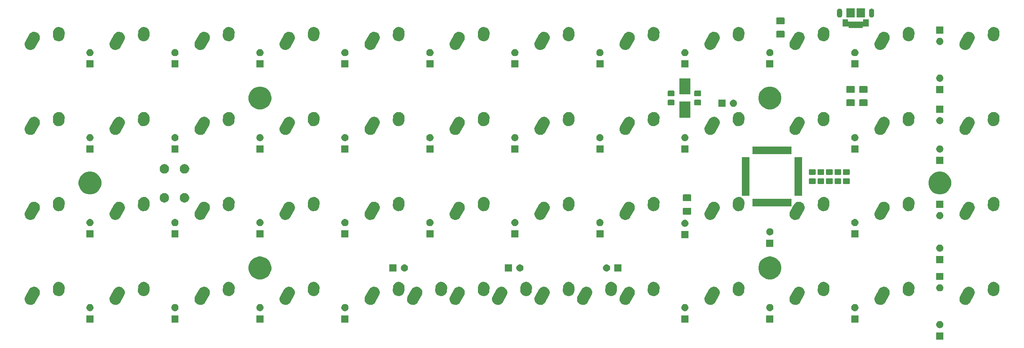
<source format=gts>
G04 #@! TF.GenerationSoftware,KiCad,Pcbnew,5.0.1*
G04 #@! TF.CreationDate,2018-11-17T21:30:07-02:00*
G04 #@! TF.ProjectId,ortho40,6F7274686F34302E6B696361645F7063,rev?*
G04 #@! TF.SameCoordinates,Original*
G04 #@! TF.FileFunction,Soldermask,Top*
G04 #@! TF.FilePolarity,Negative*
%FSLAX46Y46*%
G04 Gerber Fmt 4.6, Leading zero omitted, Abs format (unit mm)*
G04 Created by KiCad (PCBNEW 5.0.1) date Sat 17 Nov 2018 09:30:07 PM -02*
%MOMM*%
%LPD*%
G01*
G04 APERTURE LIST*
%ADD10C,0.100000*%
G04 APERTURE END LIST*
D10*
G36*
X244001000Y-137601000D02*
X242399000Y-137601000D01*
X242399000Y-135999000D01*
X244001000Y-135999000D01*
X244001000Y-137601000D01*
X244001000Y-137601000D01*
G37*
G36*
X243357025Y-133470590D02*
X243508012Y-133516392D01*
X243647165Y-133590770D01*
X243769133Y-133690867D01*
X243869230Y-133812835D01*
X243943608Y-133951988D01*
X243989410Y-134102975D01*
X244004875Y-134260000D01*
X243989410Y-134417025D01*
X243943608Y-134568012D01*
X243869230Y-134707165D01*
X243769133Y-134829133D01*
X243647165Y-134929230D01*
X243508012Y-135003608D01*
X243357025Y-135049410D01*
X243239346Y-135061000D01*
X243160654Y-135061000D01*
X243042975Y-135049410D01*
X242891988Y-135003608D01*
X242752835Y-134929230D01*
X242630867Y-134829133D01*
X242530770Y-134707165D01*
X242456392Y-134568012D01*
X242410590Y-134417025D01*
X242395125Y-134260000D01*
X242410590Y-134102975D01*
X242456392Y-133951988D01*
X242530770Y-133812835D01*
X242630867Y-133690867D01*
X242752835Y-133590770D01*
X242891988Y-133516392D01*
X243042975Y-133470590D01*
X243160654Y-133459000D01*
X243239346Y-133459000D01*
X243357025Y-133470590D01*
X243357025Y-133470590D01*
G37*
G36*
X73001000Y-133801000D02*
X71399000Y-133801000D01*
X71399000Y-132199000D01*
X73001000Y-132199000D01*
X73001000Y-133801000D01*
X73001000Y-133801000D01*
G37*
G36*
X92001000Y-133801000D02*
X90399000Y-133801000D01*
X90399000Y-132199000D01*
X92001000Y-132199000D01*
X92001000Y-133801000D01*
X92001000Y-133801000D01*
G37*
G36*
X111001000Y-133801000D02*
X109399000Y-133801000D01*
X109399000Y-132199000D01*
X111001000Y-132199000D01*
X111001000Y-133801000D01*
X111001000Y-133801000D01*
G37*
G36*
X187001000Y-133801000D02*
X185399000Y-133801000D01*
X185399000Y-132199000D01*
X187001000Y-132199000D01*
X187001000Y-133801000D01*
X187001000Y-133801000D01*
G37*
G36*
X206001000Y-133801000D02*
X204399000Y-133801000D01*
X204399000Y-132199000D01*
X206001000Y-132199000D01*
X206001000Y-133801000D01*
X206001000Y-133801000D01*
G37*
G36*
X225001000Y-133801000D02*
X223399000Y-133801000D01*
X223399000Y-132199000D01*
X225001000Y-132199000D01*
X225001000Y-133801000D01*
X225001000Y-133801000D01*
G37*
G36*
X54001000Y-133801000D02*
X52399000Y-133801000D01*
X52399000Y-132199000D01*
X54001000Y-132199000D01*
X54001000Y-133801000D01*
X54001000Y-133801000D01*
G37*
G36*
X72357025Y-129670590D02*
X72508012Y-129716392D01*
X72647165Y-129790770D01*
X72769133Y-129890867D01*
X72869230Y-130012835D01*
X72943608Y-130151988D01*
X72989410Y-130302975D01*
X73004875Y-130460000D01*
X72989410Y-130617025D01*
X72943608Y-130768012D01*
X72869230Y-130907165D01*
X72769133Y-131029133D01*
X72647165Y-131129230D01*
X72508012Y-131203608D01*
X72357025Y-131249410D01*
X72239346Y-131261000D01*
X72160654Y-131261000D01*
X72042975Y-131249410D01*
X71891988Y-131203608D01*
X71752835Y-131129230D01*
X71630867Y-131029133D01*
X71530770Y-130907165D01*
X71456392Y-130768012D01*
X71410590Y-130617025D01*
X71395125Y-130460000D01*
X71410590Y-130302975D01*
X71456392Y-130151988D01*
X71530770Y-130012835D01*
X71630867Y-129890867D01*
X71752835Y-129790770D01*
X71891988Y-129716392D01*
X72042975Y-129670590D01*
X72160654Y-129659000D01*
X72239346Y-129659000D01*
X72357025Y-129670590D01*
X72357025Y-129670590D01*
G37*
G36*
X224357025Y-129670590D02*
X224508012Y-129716392D01*
X224647165Y-129790770D01*
X224769133Y-129890867D01*
X224869230Y-130012835D01*
X224943608Y-130151988D01*
X224989410Y-130302975D01*
X225004875Y-130460000D01*
X224989410Y-130617025D01*
X224943608Y-130768012D01*
X224869230Y-130907165D01*
X224769133Y-131029133D01*
X224647165Y-131129230D01*
X224508012Y-131203608D01*
X224357025Y-131249410D01*
X224239346Y-131261000D01*
X224160654Y-131261000D01*
X224042975Y-131249410D01*
X223891988Y-131203608D01*
X223752835Y-131129230D01*
X223630867Y-131029133D01*
X223530770Y-130907165D01*
X223456392Y-130768012D01*
X223410590Y-130617025D01*
X223395125Y-130460000D01*
X223410590Y-130302975D01*
X223456392Y-130151988D01*
X223530770Y-130012835D01*
X223630867Y-129890867D01*
X223752835Y-129790770D01*
X223891988Y-129716392D01*
X224042975Y-129670590D01*
X224160654Y-129659000D01*
X224239346Y-129659000D01*
X224357025Y-129670590D01*
X224357025Y-129670590D01*
G37*
G36*
X53357025Y-129670590D02*
X53508012Y-129716392D01*
X53647165Y-129790770D01*
X53769133Y-129890867D01*
X53869230Y-130012835D01*
X53943608Y-130151988D01*
X53989410Y-130302975D01*
X54004875Y-130460000D01*
X53989410Y-130617025D01*
X53943608Y-130768012D01*
X53869230Y-130907165D01*
X53769133Y-131029133D01*
X53647165Y-131129230D01*
X53508012Y-131203608D01*
X53357025Y-131249410D01*
X53239346Y-131261000D01*
X53160654Y-131261000D01*
X53042975Y-131249410D01*
X52891988Y-131203608D01*
X52752835Y-131129230D01*
X52630867Y-131029133D01*
X52530770Y-130907165D01*
X52456392Y-130768012D01*
X52410590Y-130617025D01*
X52395125Y-130460000D01*
X52410590Y-130302975D01*
X52456392Y-130151988D01*
X52530770Y-130012835D01*
X52630867Y-129890867D01*
X52752835Y-129790770D01*
X52891988Y-129716392D01*
X53042975Y-129670590D01*
X53160654Y-129659000D01*
X53239346Y-129659000D01*
X53357025Y-129670590D01*
X53357025Y-129670590D01*
G37*
G36*
X91357025Y-129670590D02*
X91508012Y-129716392D01*
X91647165Y-129790770D01*
X91769133Y-129890867D01*
X91869230Y-130012835D01*
X91943608Y-130151988D01*
X91989410Y-130302975D01*
X92004875Y-130460000D01*
X91989410Y-130617025D01*
X91943608Y-130768012D01*
X91869230Y-130907165D01*
X91769133Y-131029133D01*
X91647165Y-131129230D01*
X91508012Y-131203608D01*
X91357025Y-131249410D01*
X91239346Y-131261000D01*
X91160654Y-131261000D01*
X91042975Y-131249410D01*
X90891988Y-131203608D01*
X90752835Y-131129230D01*
X90630867Y-131029133D01*
X90530770Y-130907165D01*
X90456392Y-130768012D01*
X90410590Y-130617025D01*
X90395125Y-130460000D01*
X90410590Y-130302975D01*
X90456392Y-130151988D01*
X90530770Y-130012835D01*
X90630867Y-129890867D01*
X90752835Y-129790770D01*
X90891988Y-129716392D01*
X91042975Y-129670590D01*
X91160654Y-129659000D01*
X91239346Y-129659000D01*
X91357025Y-129670590D01*
X91357025Y-129670590D01*
G37*
G36*
X110357025Y-129670590D02*
X110508012Y-129716392D01*
X110647165Y-129790770D01*
X110769133Y-129890867D01*
X110869230Y-130012835D01*
X110943608Y-130151988D01*
X110989410Y-130302975D01*
X111004875Y-130460000D01*
X110989410Y-130617025D01*
X110943608Y-130768012D01*
X110869230Y-130907165D01*
X110769133Y-131029133D01*
X110647165Y-131129230D01*
X110508012Y-131203608D01*
X110357025Y-131249410D01*
X110239346Y-131261000D01*
X110160654Y-131261000D01*
X110042975Y-131249410D01*
X109891988Y-131203608D01*
X109752835Y-131129230D01*
X109630867Y-131029133D01*
X109530770Y-130907165D01*
X109456392Y-130768012D01*
X109410590Y-130617025D01*
X109395125Y-130460000D01*
X109410590Y-130302975D01*
X109456392Y-130151988D01*
X109530770Y-130012835D01*
X109630867Y-129890867D01*
X109752835Y-129790770D01*
X109891988Y-129716392D01*
X110042975Y-129670590D01*
X110160654Y-129659000D01*
X110239346Y-129659000D01*
X110357025Y-129670590D01*
X110357025Y-129670590D01*
G37*
G36*
X186357025Y-129670590D02*
X186508012Y-129716392D01*
X186647165Y-129790770D01*
X186769133Y-129890867D01*
X186869230Y-130012835D01*
X186943608Y-130151988D01*
X186989410Y-130302975D01*
X187004875Y-130460000D01*
X186989410Y-130617025D01*
X186943608Y-130768012D01*
X186869230Y-130907165D01*
X186769133Y-131029133D01*
X186647165Y-131129230D01*
X186508012Y-131203608D01*
X186357025Y-131249410D01*
X186239346Y-131261000D01*
X186160654Y-131261000D01*
X186042975Y-131249410D01*
X185891988Y-131203608D01*
X185752835Y-131129230D01*
X185630867Y-131029133D01*
X185530770Y-130907165D01*
X185456392Y-130768012D01*
X185410590Y-130617025D01*
X185395125Y-130460000D01*
X185410590Y-130302975D01*
X185456392Y-130151988D01*
X185530770Y-130012835D01*
X185630867Y-129890867D01*
X185752835Y-129790770D01*
X185891988Y-129716392D01*
X186042975Y-129670590D01*
X186160654Y-129659000D01*
X186239346Y-129659000D01*
X186357025Y-129670590D01*
X186357025Y-129670590D01*
G37*
G36*
X205357025Y-129670590D02*
X205508012Y-129716392D01*
X205647165Y-129790770D01*
X205769133Y-129890867D01*
X205869230Y-130012835D01*
X205943608Y-130151988D01*
X205989410Y-130302975D01*
X206004875Y-130460000D01*
X205989410Y-130617025D01*
X205943608Y-130768012D01*
X205869230Y-130907165D01*
X205769133Y-131029133D01*
X205647165Y-131129230D01*
X205508012Y-131203608D01*
X205357025Y-131249410D01*
X205239346Y-131261000D01*
X205160654Y-131261000D01*
X205042975Y-131249410D01*
X204891988Y-131203608D01*
X204752835Y-131129230D01*
X204630867Y-131029133D01*
X204530770Y-130907165D01*
X204456392Y-130768012D01*
X204410590Y-130617025D01*
X204395125Y-130460000D01*
X204410590Y-130302975D01*
X204456392Y-130151988D01*
X204530770Y-130012835D01*
X204630867Y-129890867D01*
X204752835Y-129790770D01*
X204891988Y-129716392D01*
X205042975Y-129670590D01*
X205160654Y-129659000D01*
X205239346Y-129659000D01*
X205357025Y-129670590D01*
X205357025Y-129670590D01*
G37*
G36*
X78716485Y-125799137D02*
X78849580Y-125801285D01*
X79100082Y-125855332D01*
X79100083Y-125855332D01*
X79100086Y-125855333D01*
X79207849Y-125902023D01*
X79335240Y-125957215D01*
X79545996Y-126103014D01*
X79724264Y-126287133D01*
X79863180Y-126502483D01*
X79957418Y-126740803D01*
X79973560Y-126829410D01*
X80003351Y-126992928D01*
X80001362Y-127116079D01*
X79999214Y-127249174D01*
X79954005Y-127458711D01*
X79945166Y-127499680D01*
X79868813Y-127675911D01*
X78995846Y-129247549D01*
X78909152Y-129372867D01*
X78886579Y-129405497D01*
X78702460Y-129583765D01*
X78517953Y-129702785D01*
X78487108Y-129722682D01*
X78456044Y-129734965D01*
X78248790Y-129816919D01*
X78112203Y-129841802D01*
X77996665Y-129862852D01*
X77873514Y-129860863D01*
X77740420Y-129858715D01*
X77489918Y-129804668D01*
X77489917Y-129804668D01*
X77489914Y-129804667D01*
X77382151Y-129757977D01*
X77254760Y-129702785D01*
X77044004Y-129556986D01*
X76865736Y-129372867D01*
X76726820Y-129157517D01*
X76632582Y-128919197D01*
X76607699Y-128782610D01*
X76586649Y-128667072D01*
X76588638Y-128543921D01*
X76590786Y-128410827D01*
X76644833Y-128160325D01*
X76644833Y-128160324D01*
X76644834Y-128160321D01*
X76721187Y-127984090D01*
X77594154Y-126412451D01*
X77703421Y-126254503D01*
X77887537Y-126076238D01*
X77887538Y-126076237D01*
X78102892Y-125937317D01*
X78341209Y-125843081D01*
X78477796Y-125818198D01*
X78593334Y-125797148D01*
X78716485Y-125799137D01*
X78716485Y-125799137D01*
G37*
G36*
X135716485Y-125799137D02*
X135849580Y-125801285D01*
X136100082Y-125855332D01*
X136100083Y-125855332D01*
X136100086Y-125855333D01*
X136207849Y-125902023D01*
X136335240Y-125957215D01*
X136545996Y-126103014D01*
X136724264Y-126287133D01*
X136863180Y-126502483D01*
X136957418Y-126740803D01*
X136973560Y-126829410D01*
X137003351Y-126992928D01*
X137001362Y-127116079D01*
X136999214Y-127249174D01*
X136954005Y-127458711D01*
X136945166Y-127499680D01*
X136868813Y-127675911D01*
X135995846Y-129247549D01*
X135909152Y-129372867D01*
X135886579Y-129405497D01*
X135702460Y-129583765D01*
X135517953Y-129702785D01*
X135487108Y-129722682D01*
X135456044Y-129734965D01*
X135248790Y-129816919D01*
X135112203Y-129841802D01*
X134996665Y-129862852D01*
X134873514Y-129860863D01*
X134740420Y-129858715D01*
X134489918Y-129804668D01*
X134489917Y-129804668D01*
X134489914Y-129804667D01*
X134382151Y-129757977D01*
X134254760Y-129702785D01*
X134044004Y-129556986D01*
X133865736Y-129372867D01*
X133726820Y-129157517D01*
X133632582Y-128919197D01*
X133607699Y-128782610D01*
X133586649Y-128667072D01*
X133588638Y-128543921D01*
X133590786Y-128410827D01*
X133644833Y-128160325D01*
X133644833Y-128160324D01*
X133644834Y-128160321D01*
X133721187Y-127984090D01*
X134594154Y-126412451D01*
X134703421Y-126254503D01*
X134887537Y-126076238D01*
X134887538Y-126076237D01*
X135102892Y-125937317D01*
X135341209Y-125843081D01*
X135477796Y-125818198D01*
X135593334Y-125797148D01*
X135716485Y-125799137D01*
X135716485Y-125799137D01*
G37*
G36*
X145216485Y-125799137D02*
X145349580Y-125801285D01*
X145600082Y-125855332D01*
X145600083Y-125855332D01*
X145600086Y-125855333D01*
X145707849Y-125902023D01*
X145835240Y-125957215D01*
X146045996Y-126103014D01*
X146224264Y-126287133D01*
X146363180Y-126502483D01*
X146457418Y-126740803D01*
X146473560Y-126829410D01*
X146503351Y-126992928D01*
X146501362Y-127116079D01*
X146499214Y-127249174D01*
X146454005Y-127458711D01*
X146445166Y-127499680D01*
X146368813Y-127675911D01*
X145495846Y-129247549D01*
X145409152Y-129372867D01*
X145386579Y-129405497D01*
X145202460Y-129583765D01*
X145017953Y-129702785D01*
X144987108Y-129722682D01*
X144956044Y-129734965D01*
X144748790Y-129816919D01*
X144612203Y-129841802D01*
X144496665Y-129862852D01*
X144373514Y-129860863D01*
X144240420Y-129858715D01*
X143989918Y-129804668D01*
X143989917Y-129804668D01*
X143989914Y-129804667D01*
X143882151Y-129757977D01*
X143754760Y-129702785D01*
X143544004Y-129556986D01*
X143365736Y-129372867D01*
X143226820Y-129157517D01*
X143132582Y-128919197D01*
X143107699Y-128782610D01*
X143086649Y-128667072D01*
X143088638Y-128543921D01*
X143090786Y-128410827D01*
X143144833Y-128160325D01*
X143144833Y-128160324D01*
X143144834Y-128160321D01*
X143221187Y-127984090D01*
X144094154Y-126412451D01*
X144203421Y-126254503D01*
X144387537Y-126076238D01*
X144387538Y-126076237D01*
X144602892Y-125937317D01*
X144841209Y-125843081D01*
X144977796Y-125818198D01*
X145093334Y-125797148D01*
X145216485Y-125799137D01*
X145216485Y-125799137D01*
G37*
G36*
X164216485Y-125799137D02*
X164349580Y-125801285D01*
X164600082Y-125855332D01*
X164600083Y-125855332D01*
X164600086Y-125855333D01*
X164707849Y-125902023D01*
X164835240Y-125957215D01*
X165045996Y-126103014D01*
X165224264Y-126287133D01*
X165363180Y-126502483D01*
X165457418Y-126740803D01*
X165473560Y-126829410D01*
X165503351Y-126992928D01*
X165501362Y-127116079D01*
X165499214Y-127249174D01*
X165454005Y-127458711D01*
X165445166Y-127499680D01*
X165368813Y-127675911D01*
X164495846Y-129247549D01*
X164409152Y-129372867D01*
X164386579Y-129405497D01*
X164202460Y-129583765D01*
X164017953Y-129702785D01*
X163987108Y-129722682D01*
X163956044Y-129734965D01*
X163748790Y-129816919D01*
X163612203Y-129841802D01*
X163496665Y-129862852D01*
X163373514Y-129860863D01*
X163240420Y-129858715D01*
X162989918Y-129804668D01*
X162989917Y-129804668D01*
X162989914Y-129804667D01*
X162882151Y-129757977D01*
X162754760Y-129702785D01*
X162544004Y-129556986D01*
X162365736Y-129372867D01*
X162226820Y-129157517D01*
X162132582Y-128919197D01*
X162107699Y-128782610D01*
X162086649Y-128667072D01*
X162088638Y-128543921D01*
X162090786Y-128410827D01*
X162144833Y-128160325D01*
X162144833Y-128160324D01*
X162144834Y-128160321D01*
X162221187Y-127984090D01*
X163094154Y-126412451D01*
X163203421Y-126254503D01*
X163387537Y-126076238D01*
X163387538Y-126076237D01*
X163602892Y-125937317D01*
X163841209Y-125843081D01*
X163977796Y-125818198D01*
X164093334Y-125797148D01*
X164216485Y-125799137D01*
X164216485Y-125799137D01*
G37*
G36*
X126216485Y-125799137D02*
X126349580Y-125801285D01*
X126600082Y-125855332D01*
X126600083Y-125855332D01*
X126600086Y-125855333D01*
X126707849Y-125902023D01*
X126835240Y-125957215D01*
X127045996Y-126103014D01*
X127224264Y-126287133D01*
X127363180Y-126502483D01*
X127457418Y-126740803D01*
X127473560Y-126829410D01*
X127503351Y-126992928D01*
X127501362Y-127116079D01*
X127499214Y-127249174D01*
X127454005Y-127458711D01*
X127445166Y-127499680D01*
X127368813Y-127675911D01*
X126495846Y-129247549D01*
X126409152Y-129372867D01*
X126386579Y-129405497D01*
X126202460Y-129583765D01*
X126017953Y-129702785D01*
X125987108Y-129722682D01*
X125956044Y-129734965D01*
X125748790Y-129816919D01*
X125612203Y-129841802D01*
X125496665Y-129862852D01*
X125373514Y-129860863D01*
X125240420Y-129858715D01*
X124989918Y-129804668D01*
X124989917Y-129804668D01*
X124989914Y-129804667D01*
X124882151Y-129757977D01*
X124754760Y-129702785D01*
X124544004Y-129556986D01*
X124365736Y-129372867D01*
X124226820Y-129157517D01*
X124132582Y-128919197D01*
X124107699Y-128782610D01*
X124086649Y-128667072D01*
X124088638Y-128543921D01*
X124090786Y-128410827D01*
X124144833Y-128160325D01*
X124144833Y-128160324D01*
X124144834Y-128160321D01*
X124221187Y-127984090D01*
X125094154Y-126412451D01*
X125203421Y-126254503D01*
X125387537Y-126076238D01*
X125387538Y-126076237D01*
X125602892Y-125937317D01*
X125841209Y-125843081D01*
X125977796Y-125818198D01*
X126093334Y-125797148D01*
X126216485Y-125799137D01*
X126216485Y-125799137D01*
G37*
G36*
X230716485Y-125799137D02*
X230849580Y-125801285D01*
X231100082Y-125855332D01*
X231100083Y-125855332D01*
X231100086Y-125855333D01*
X231207849Y-125902023D01*
X231335240Y-125957215D01*
X231545996Y-126103014D01*
X231724264Y-126287133D01*
X231863180Y-126502483D01*
X231957418Y-126740803D01*
X231973560Y-126829410D01*
X232003351Y-126992928D01*
X232001362Y-127116079D01*
X231999214Y-127249174D01*
X231954005Y-127458711D01*
X231945166Y-127499680D01*
X231868813Y-127675911D01*
X230995846Y-129247549D01*
X230909152Y-129372867D01*
X230886579Y-129405497D01*
X230702460Y-129583765D01*
X230517953Y-129702785D01*
X230487108Y-129722682D01*
X230456044Y-129734965D01*
X230248790Y-129816919D01*
X230112203Y-129841802D01*
X229996665Y-129862852D01*
X229873514Y-129860863D01*
X229740420Y-129858715D01*
X229489918Y-129804668D01*
X229489917Y-129804668D01*
X229489914Y-129804667D01*
X229382151Y-129757977D01*
X229254760Y-129702785D01*
X229044004Y-129556986D01*
X228865736Y-129372867D01*
X228726820Y-129157517D01*
X228632582Y-128919197D01*
X228607699Y-128782610D01*
X228586649Y-128667072D01*
X228588638Y-128543921D01*
X228590786Y-128410827D01*
X228644833Y-128160325D01*
X228644833Y-128160324D01*
X228644834Y-128160321D01*
X228721187Y-127984090D01*
X229594154Y-126412451D01*
X229703421Y-126254503D01*
X229887537Y-126076238D01*
X229887538Y-126076237D01*
X230102892Y-125937317D01*
X230341209Y-125843081D01*
X230477796Y-125818198D01*
X230593334Y-125797148D01*
X230716485Y-125799137D01*
X230716485Y-125799137D01*
G37*
G36*
X211716485Y-125799137D02*
X211849580Y-125801285D01*
X212100082Y-125855332D01*
X212100083Y-125855332D01*
X212100086Y-125855333D01*
X212207849Y-125902023D01*
X212335240Y-125957215D01*
X212545996Y-126103014D01*
X212724264Y-126287133D01*
X212863180Y-126502483D01*
X212957418Y-126740803D01*
X212973560Y-126829410D01*
X213003351Y-126992928D01*
X213001362Y-127116079D01*
X212999214Y-127249174D01*
X212954005Y-127458711D01*
X212945166Y-127499680D01*
X212868813Y-127675911D01*
X211995846Y-129247549D01*
X211909152Y-129372867D01*
X211886579Y-129405497D01*
X211702460Y-129583765D01*
X211517953Y-129702785D01*
X211487108Y-129722682D01*
X211456044Y-129734965D01*
X211248790Y-129816919D01*
X211112203Y-129841802D01*
X210996665Y-129862852D01*
X210873514Y-129860863D01*
X210740420Y-129858715D01*
X210489918Y-129804668D01*
X210489917Y-129804668D01*
X210489914Y-129804667D01*
X210382151Y-129757977D01*
X210254760Y-129702785D01*
X210044004Y-129556986D01*
X209865736Y-129372867D01*
X209726820Y-129157517D01*
X209632582Y-128919197D01*
X209607699Y-128782610D01*
X209586649Y-128667072D01*
X209588638Y-128543921D01*
X209590786Y-128410827D01*
X209644833Y-128160325D01*
X209644833Y-128160324D01*
X209644834Y-128160321D01*
X209721187Y-127984090D01*
X210594154Y-126412451D01*
X210703421Y-126254503D01*
X210887537Y-126076238D01*
X210887538Y-126076237D01*
X211102892Y-125937317D01*
X211341209Y-125843081D01*
X211477796Y-125818198D01*
X211593334Y-125797148D01*
X211716485Y-125799137D01*
X211716485Y-125799137D01*
G37*
G36*
X192716485Y-125799137D02*
X192849580Y-125801285D01*
X193100082Y-125855332D01*
X193100083Y-125855332D01*
X193100086Y-125855333D01*
X193207849Y-125902023D01*
X193335240Y-125957215D01*
X193545996Y-126103014D01*
X193724264Y-126287133D01*
X193863180Y-126502483D01*
X193957418Y-126740803D01*
X193973560Y-126829410D01*
X194003351Y-126992928D01*
X194001362Y-127116079D01*
X193999214Y-127249174D01*
X193954005Y-127458711D01*
X193945166Y-127499680D01*
X193868813Y-127675911D01*
X192995846Y-129247549D01*
X192909152Y-129372867D01*
X192886579Y-129405497D01*
X192702460Y-129583765D01*
X192517953Y-129702785D01*
X192487108Y-129722682D01*
X192456044Y-129734965D01*
X192248790Y-129816919D01*
X192112203Y-129841802D01*
X191996665Y-129862852D01*
X191873514Y-129860863D01*
X191740420Y-129858715D01*
X191489918Y-129804668D01*
X191489917Y-129804668D01*
X191489914Y-129804667D01*
X191382151Y-129757977D01*
X191254760Y-129702785D01*
X191044004Y-129556986D01*
X190865736Y-129372867D01*
X190726820Y-129157517D01*
X190632582Y-128919197D01*
X190607699Y-128782610D01*
X190586649Y-128667072D01*
X190588638Y-128543921D01*
X190590786Y-128410827D01*
X190644833Y-128160325D01*
X190644833Y-128160324D01*
X190644834Y-128160321D01*
X190721187Y-127984090D01*
X191594154Y-126412451D01*
X191703421Y-126254503D01*
X191887537Y-126076238D01*
X191887538Y-126076237D01*
X192102892Y-125937317D01*
X192341209Y-125843081D01*
X192477796Y-125818198D01*
X192593334Y-125797148D01*
X192716485Y-125799137D01*
X192716485Y-125799137D01*
G37*
G36*
X173716485Y-125799137D02*
X173849580Y-125801285D01*
X174100082Y-125855332D01*
X174100083Y-125855332D01*
X174100086Y-125855333D01*
X174207849Y-125902023D01*
X174335240Y-125957215D01*
X174545996Y-126103014D01*
X174724264Y-126287133D01*
X174863180Y-126502483D01*
X174957418Y-126740803D01*
X174973560Y-126829410D01*
X175003351Y-126992928D01*
X175001362Y-127116079D01*
X174999214Y-127249174D01*
X174954005Y-127458711D01*
X174945166Y-127499680D01*
X174868813Y-127675911D01*
X173995846Y-129247549D01*
X173909152Y-129372867D01*
X173886579Y-129405497D01*
X173702460Y-129583765D01*
X173517953Y-129702785D01*
X173487108Y-129722682D01*
X173456044Y-129734965D01*
X173248790Y-129816919D01*
X173112203Y-129841802D01*
X172996665Y-129862852D01*
X172873514Y-129860863D01*
X172740420Y-129858715D01*
X172489918Y-129804668D01*
X172489917Y-129804668D01*
X172489914Y-129804667D01*
X172382151Y-129757977D01*
X172254760Y-129702785D01*
X172044004Y-129556986D01*
X171865736Y-129372867D01*
X171726820Y-129157517D01*
X171632582Y-128919197D01*
X171607699Y-128782610D01*
X171586649Y-128667072D01*
X171588638Y-128543921D01*
X171590786Y-128410827D01*
X171644833Y-128160325D01*
X171644833Y-128160324D01*
X171644834Y-128160321D01*
X171721187Y-127984090D01*
X172594154Y-126412451D01*
X172703421Y-126254503D01*
X172887537Y-126076238D01*
X172887538Y-126076237D01*
X173102892Y-125937317D01*
X173341209Y-125843081D01*
X173477796Y-125818198D01*
X173593334Y-125797148D01*
X173716485Y-125799137D01*
X173716485Y-125799137D01*
G37*
G36*
X116716485Y-125799137D02*
X116849580Y-125801285D01*
X117100082Y-125855332D01*
X117100083Y-125855332D01*
X117100086Y-125855333D01*
X117207849Y-125902023D01*
X117335240Y-125957215D01*
X117545996Y-126103014D01*
X117724264Y-126287133D01*
X117863180Y-126502483D01*
X117957418Y-126740803D01*
X117973560Y-126829410D01*
X118003351Y-126992928D01*
X118001362Y-127116079D01*
X117999214Y-127249174D01*
X117954005Y-127458711D01*
X117945166Y-127499680D01*
X117868813Y-127675911D01*
X116995846Y-129247549D01*
X116909152Y-129372867D01*
X116886579Y-129405497D01*
X116702460Y-129583765D01*
X116517953Y-129702785D01*
X116487108Y-129722682D01*
X116456044Y-129734965D01*
X116248790Y-129816919D01*
X116112203Y-129841802D01*
X115996665Y-129862852D01*
X115873514Y-129860863D01*
X115740420Y-129858715D01*
X115489918Y-129804668D01*
X115489917Y-129804668D01*
X115489914Y-129804667D01*
X115382151Y-129757977D01*
X115254760Y-129702785D01*
X115044004Y-129556986D01*
X114865736Y-129372867D01*
X114726820Y-129157517D01*
X114632582Y-128919197D01*
X114607699Y-128782610D01*
X114586649Y-128667072D01*
X114588638Y-128543921D01*
X114590786Y-128410827D01*
X114644833Y-128160325D01*
X114644833Y-128160324D01*
X114644834Y-128160321D01*
X114721187Y-127984090D01*
X115594154Y-126412451D01*
X115703421Y-126254503D01*
X115887537Y-126076238D01*
X115887538Y-126076237D01*
X116102892Y-125937317D01*
X116341209Y-125843081D01*
X116477796Y-125818198D01*
X116593334Y-125797148D01*
X116716485Y-125799137D01*
X116716485Y-125799137D01*
G37*
G36*
X97716485Y-125799137D02*
X97849580Y-125801285D01*
X98100082Y-125855332D01*
X98100083Y-125855332D01*
X98100086Y-125855333D01*
X98207849Y-125902023D01*
X98335240Y-125957215D01*
X98545996Y-126103014D01*
X98724264Y-126287133D01*
X98863180Y-126502483D01*
X98957418Y-126740803D01*
X98973560Y-126829410D01*
X99003351Y-126992928D01*
X99001362Y-127116079D01*
X98999214Y-127249174D01*
X98954005Y-127458711D01*
X98945166Y-127499680D01*
X98868813Y-127675911D01*
X97995846Y-129247549D01*
X97909152Y-129372867D01*
X97886579Y-129405497D01*
X97702460Y-129583765D01*
X97517953Y-129702785D01*
X97487108Y-129722682D01*
X97456044Y-129734965D01*
X97248790Y-129816919D01*
X97112203Y-129841802D01*
X96996665Y-129862852D01*
X96873514Y-129860863D01*
X96740420Y-129858715D01*
X96489918Y-129804668D01*
X96489917Y-129804668D01*
X96489914Y-129804667D01*
X96382151Y-129757977D01*
X96254760Y-129702785D01*
X96044004Y-129556986D01*
X95865736Y-129372867D01*
X95726820Y-129157517D01*
X95632582Y-128919197D01*
X95607699Y-128782610D01*
X95586649Y-128667072D01*
X95588638Y-128543921D01*
X95590786Y-128410827D01*
X95644833Y-128160325D01*
X95644833Y-128160324D01*
X95644834Y-128160321D01*
X95721187Y-127984090D01*
X96594154Y-126412451D01*
X96703421Y-126254503D01*
X96887537Y-126076238D01*
X96887538Y-126076237D01*
X97102892Y-125937317D01*
X97341209Y-125843081D01*
X97477796Y-125818198D01*
X97593334Y-125797148D01*
X97716485Y-125799137D01*
X97716485Y-125799137D01*
G37*
G36*
X59716485Y-125799137D02*
X59849580Y-125801285D01*
X60100082Y-125855332D01*
X60100083Y-125855332D01*
X60100086Y-125855333D01*
X60207849Y-125902023D01*
X60335240Y-125957215D01*
X60545996Y-126103014D01*
X60724264Y-126287133D01*
X60863180Y-126502483D01*
X60957418Y-126740803D01*
X60973560Y-126829410D01*
X61003351Y-126992928D01*
X61001362Y-127116079D01*
X60999214Y-127249174D01*
X60954005Y-127458711D01*
X60945166Y-127499680D01*
X60868813Y-127675911D01*
X59995846Y-129247549D01*
X59909152Y-129372867D01*
X59886579Y-129405497D01*
X59702460Y-129583765D01*
X59517953Y-129702785D01*
X59487108Y-129722682D01*
X59456044Y-129734965D01*
X59248790Y-129816919D01*
X59112203Y-129841802D01*
X58996665Y-129862852D01*
X58873514Y-129860863D01*
X58740420Y-129858715D01*
X58489918Y-129804668D01*
X58489917Y-129804668D01*
X58489914Y-129804667D01*
X58382151Y-129757977D01*
X58254760Y-129702785D01*
X58044004Y-129556986D01*
X57865736Y-129372867D01*
X57726820Y-129157517D01*
X57632582Y-128919197D01*
X57607699Y-128782610D01*
X57586649Y-128667072D01*
X57588638Y-128543921D01*
X57590786Y-128410827D01*
X57644833Y-128160325D01*
X57644833Y-128160324D01*
X57644834Y-128160321D01*
X57721187Y-127984090D01*
X58594154Y-126412451D01*
X58703421Y-126254503D01*
X58887537Y-126076238D01*
X58887538Y-126076237D01*
X59102892Y-125937317D01*
X59341209Y-125843081D01*
X59477796Y-125818198D01*
X59593334Y-125797148D01*
X59716485Y-125799137D01*
X59716485Y-125799137D01*
G37*
G36*
X249716485Y-125799137D02*
X249849580Y-125801285D01*
X250100082Y-125855332D01*
X250100083Y-125855332D01*
X250100086Y-125855333D01*
X250207849Y-125902023D01*
X250335240Y-125957215D01*
X250545996Y-126103014D01*
X250724264Y-126287133D01*
X250863180Y-126502483D01*
X250957418Y-126740803D01*
X250973560Y-126829410D01*
X251003351Y-126992928D01*
X251001362Y-127116079D01*
X250999214Y-127249174D01*
X250954005Y-127458711D01*
X250945166Y-127499680D01*
X250868813Y-127675911D01*
X249995846Y-129247549D01*
X249909152Y-129372867D01*
X249886579Y-129405497D01*
X249702460Y-129583765D01*
X249517953Y-129702785D01*
X249487108Y-129722682D01*
X249456044Y-129734965D01*
X249248790Y-129816919D01*
X249112203Y-129841802D01*
X248996665Y-129862852D01*
X248873514Y-129860863D01*
X248740420Y-129858715D01*
X248489918Y-129804668D01*
X248489917Y-129804668D01*
X248489914Y-129804667D01*
X248382151Y-129757977D01*
X248254760Y-129702785D01*
X248044004Y-129556986D01*
X247865736Y-129372867D01*
X247726820Y-129157517D01*
X247632582Y-128919197D01*
X247607699Y-128782610D01*
X247586649Y-128667072D01*
X247588638Y-128543921D01*
X247590786Y-128410827D01*
X247644833Y-128160325D01*
X247644833Y-128160324D01*
X247644834Y-128160321D01*
X247721187Y-127984090D01*
X248594154Y-126412451D01*
X248703421Y-126254503D01*
X248887537Y-126076238D01*
X248887538Y-126076237D01*
X249102892Y-125937317D01*
X249341209Y-125843081D01*
X249477796Y-125818198D01*
X249593334Y-125797148D01*
X249716485Y-125799137D01*
X249716485Y-125799137D01*
G37*
G36*
X154716485Y-125799137D02*
X154849580Y-125801285D01*
X155100082Y-125855332D01*
X155100083Y-125855332D01*
X155100086Y-125855333D01*
X155207849Y-125902023D01*
X155335240Y-125957215D01*
X155545996Y-126103014D01*
X155724264Y-126287133D01*
X155863180Y-126502483D01*
X155957418Y-126740803D01*
X155973560Y-126829410D01*
X156003351Y-126992928D01*
X156001362Y-127116079D01*
X155999214Y-127249174D01*
X155954005Y-127458711D01*
X155945166Y-127499680D01*
X155868813Y-127675911D01*
X154995846Y-129247549D01*
X154909152Y-129372867D01*
X154886579Y-129405497D01*
X154702460Y-129583765D01*
X154517953Y-129702785D01*
X154487108Y-129722682D01*
X154456044Y-129734965D01*
X154248790Y-129816919D01*
X154112203Y-129841802D01*
X153996665Y-129862852D01*
X153873514Y-129860863D01*
X153740420Y-129858715D01*
X153489918Y-129804668D01*
X153489917Y-129804668D01*
X153489914Y-129804667D01*
X153382151Y-129757977D01*
X153254760Y-129702785D01*
X153044004Y-129556986D01*
X152865736Y-129372867D01*
X152726820Y-129157517D01*
X152632582Y-128919197D01*
X152607699Y-128782610D01*
X152586649Y-128667072D01*
X152588638Y-128543921D01*
X152590786Y-128410827D01*
X152644833Y-128160325D01*
X152644833Y-128160324D01*
X152644834Y-128160321D01*
X152721187Y-127984090D01*
X153594154Y-126412451D01*
X153703421Y-126254503D01*
X153887537Y-126076238D01*
X153887538Y-126076237D01*
X154102892Y-125937317D01*
X154341209Y-125843081D01*
X154477796Y-125818198D01*
X154593334Y-125797148D01*
X154716485Y-125799137D01*
X154716485Y-125799137D01*
G37*
G36*
X40716485Y-125799137D02*
X40849580Y-125801285D01*
X41100082Y-125855332D01*
X41100083Y-125855332D01*
X41100086Y-125855333D01*
X41207849Y-125902023D01*
X41335240Y-125957215D01*
X41545996Y-126103014D01*
X41724264Y-126287133D01*
X41863180Y-126502483D01*
X41957418Y-126740803D01*
X41973560Y-126829410D01*
X42003351Y-126992928D01*
X42001362Y-127116079D01*
X41999214Y-127249174D01*
X41954005Y-127458711D01*
X41945166Y-127499680D01*
X41868813Y-127675911D01*
X40995846Y-129247549D01*
X40909152Y-129372867D01*
X40886579Y-129405497D01*
X40702460Y-129583765D01*
X40517953Y-129702785D01*
X40487108Y-129722682D01*
X40456044Y-129734965D01*
X40248790Y-129816919D01*
X40112203Y-129841802D01*
X39996665Y-129862852D01*
X39873514Y-129860863D01*
X39740420Y-129858715D01*
X39489918Y-129804668D01*
X39489917Y-129804668D01*
X39489914Y-129804667D01*
X39382151Y-129757977D01*
X39254760Y-129702785D01*
X39044004Y-129556986D01*
X38865736Y-129372867D01*
X38726820Y-129157517D01*
X38632582Y-128919197D01*
X38607699Y-128782610D01*
X38586649Y-128667072D01*
X38588638Y-128543921D01*
X38590786Y-128410827D01*
X38644833Y-128160325D01*
X38644833Y-128160324D01*
X38644834Y-128160321D01*
X38721187Y-127984090D01*
X39594154Y-126412451D01*
X39703421Y-126254503D01*
X39887537Y-126076238D01*
X39887538Y-126076237D01*
X40102892Y-125937317D01*
X40341209Y-125843081D01*
X40477796Y-125818198D01*
X40593334Y-125797148D01*
X40716485Y-125799137D01*
X40716485Y-125799137D01*
G37*
G36*
X46581379Y-124758813D02*
X46820991Y-124849713D01*
X46820992Y-124849714D01*
X46820993Y-124849714D01*
X47038266Y-124985613D01*
X47224852Y-125161287D01*
X47321131Y-125296392D01*
X47373580Y-125369990D01*
X47478735Y-125603697D01*
X47478736Y-125603700D01*
X47536276Y-125853427D01*
X47542058Y-126045394D01*
X47494650Y-126740803D01*
X47493916Y-126751571D01*
X47462135Y-126940983D01*
X47433562Y-127016300D01*
X47371234Y-127180597D01*
X47235335Y-127397870D01*
X47059661Y-127584456D01*
X46850961Y-127733182D01*
X46850958Y-127733184D01*
X46617251Y-127838339D01*
X46617249Y-127838339D01*
X46617248Y-127838340D01*
X46367521Y-127895880D01*
X46111365Y-127903594D01*
X46111362Y-127903594D01*
X45858621Y-127861187D01*
X45619009Y-127770287D01*
X45619007Y-127770286D01*
X45401734Y-127634387D01*
X45215148Y-127458713D01*
X45066422Y-127250013D01*
X45066422Y-127250012D01*
X45066420Y-127250010D01*
X44961265Y-127016303D01*
X44943911Y-126940984D01*
X44903724Y-126766572D01*
X44897942Y-126574607D01*
X44946084Y-125868428D01*
X44958044Y-125797148D01*
X44977865Y-125679017D01*
X45068765Y-125439405D01*
X45111694Y-125370771D01*
X45204665Y-125222130D01*
X45380339Y-125035544D01*
X45589039Y-124886818D01*
X45589040Y-124886818D01*
X45589042Y-124886816D01*
X45822749Y-124781661D01*
X45822751Y-124781661D01*
X45822752Y-124781660D01*
X46072479Y-124724120D01*
X46328635Y-124716406D01*
X46328638Y-124716406D01*
X46581379Y-124758813D01*
X46581379Y-124758813D01*
G37*
G36*
X141581379Y-124758813D02*
X141820991Y-124849713D01*
X141820992Y-124849714D01*
X141820993Y-124849714D01*
X142038266Y-124985613D01*
X142224852Y-125161287D01*
X142321131Y-125296392D01*
X142373580Y-125369990D01*
X142478735Y-125603697D01*
X142478736Y-125603700D01*
X142536276Y-125853427D01*
X142542058Y-126045394D01*
X142494650Y-126740803D01*
X142493916Y-126751571D01*
X142462135Y-126940983D01*
X142433562Y-127016300D01*
X142371234Y-127180597D01*
X142235335Y-127397870D01*
X142059661Y-127584456D01*
X141850961Y-127733182D01*
X141850958Y-127733184D01*
X141617251Y-127838339D01*
X141617249Y-127838339D01*
X141617248Y-127838340D01*
X141367521Y-127895880D01*
X141111365Y-127903594D01*
X141111362Y-127903594D01*
X140858621Y-127861187D01*
X140619009Y-127770287D01*
X140619007Y-127770286D01*
X140401734Y-127634387D01*
X140215148Y-127458713D01*
X140066422Y-127250013D01*
X140066422Y-127250012D01*
X140066420Y-127250010D01*
X139961265Y-127016303D01*
X139943911Y-126940984D01*
X139903724Y-126766572D01*
X139897942Y-126574607D01*
X139946084Y-125868428D01*
X139958044Y-125797148D01*
X139977865Y-125679017D01*
X140068765Y-125439405D01*
X140111694Y-125370771D01*
X140204665Y-125222130D01*
X140380339Y-125035544D01*
X140589039Y-124886818D01*
X140589040Y-124886818D01*
X140589042Y-124886816D01*
X140822749Y-124781661D01*
X140822751Y-124781661D01*
X140822752Y-124781660D01*
X141072479Y-124724120D01*
X141328635Y-124716406D01*
X141328638Y-124716406D01*
X141581379Y-124758813D01*
X141581379Y-124758813D01*
G37*
G36*
X132081379Y-124758813D02*
X132320991Y-124849713D01*
X132320992Y-124849714D01*
X132320993Y-124849714D01*
X132538266Y-124985613D01*
X132724852Y-125161287D01*
X132821131Y-125296392D01*
X132873580Y-125369990D01*
X132978735Y-125603697D01*
X132978736Y-125603700D01*
X133036276Y-125853427D01*
X133042058Y-126045394D01*
X132994650Y-126740803D01*
X132993916Y-126751571D01*
X132962135Y-126940983D01*
X132933562Y-127016300D01*
X132871234Y-127180597D01*
X132735335Y-127397870D01*
X132559661Y-127584456D01*
X132350961Y-127733182D01*
X132350958Y-127733184D01*
X132117251Y-127838339D01*
X132117249Y-127838339D01*
X132117248Y-127838340D01*
X131867521Y-127895880D01*
X131611365Y-127903594D01*
X131611362Y-127903594D01*
X131358621Y-127861187D01*
X131119009Y-127770287D01*
X131119007Y-127770286D01*
X130901734Y-127634387D01*
X130715148Y-127458713D01*
X130566422Y-127250013D01*
X130566422Y-127250012D01*
X130566420Y-127250010D01*
X130461265Y-127016303D01*
X130443911Y-126940984D01*
X130403724Y-126766572D01*
X130397942Y-126574607D01*
X130446084Y-125868428D01*
X130458044Y-125797148D01*
X130477865Y-125679017D01*
X130568765Y-125439405D01*
X130611694Y-125370771D01*
X130704665Y-125222130D01*
X130880339Y-125035544D01*
X131089039Y-124886818D01*
X131089040Y-124886818D01*
X131089042Y-124886816D01*
X131322749Y-124781661D01*
X131322751Y-124781661D01*
X131322752Y-124781660D01*
X131572479Y-124724120D01*
X131828635Y-124716406D01*
X131828638Y-124716406D01*
X132081379Y-124758813D01*
X132081379Y-124758813D01*
G37*
G36*
X170081379Y-124758813D02*
X170320991Y-124849713D01*
X170320992Y-124849714D01*
X170320993Y-124849714D01*
X170538266Y-124985613D01*
X170724852Y-125161287D01*
X170821131Y-125296392D01*
X170873580Y-125369990D01*
X170978735Y-125603697D01*
X170978736Y-125603700D01*
X171036276Y-125853427D01*
X171042058Y-126045394D01*
X170994650Y-126740803D01*
X170993916Y-126751571D01*
X170962135Y-126940983D01*
X170933562Y-127016300D01*
X170871234Y-127180597D01*
X170735335Y-127397870D01*
X170559661Y-127584456D01*
X170350961Y-127733182D01*
X170350958Y-127733184D01*
X170117251Y-127838339D01*
X170117249Y-127838339D01*
X170117248Y-127838340D01*
X169867521Y-127895880D01*
X169611365Y-127903594D01*
X169611362Y-127903594D01*
X169358621Y-127861187D01*
X169119009Y-127770287D01*
X169119007Y-127770286D01*
X168901734Y-127634387D01*
X168715148Y-127458713D01*
X168566422Y-127250013D01*
X168566422Y-127250012D01*
X168566420Y-127250010D01*
X168461265Y-127016303D01*
X168443911Y-126940984D01*
X168403724Y-126766572D01*
X168397942Y-126574607D01*
X168446084Y-125868428D01*
X168458044Y-125797148D01*
X168477865Y-125679017D01*
X168568765Y-125439405D01*
X168611694Y-125370771D01*
X168704665Y-125222130D01*
X168880339Y-125035544D01*
X169089039Y-124886818D01*
X169089040Y-124886818D01*
X169089042Y-124886816D01*
X169322749Y-124781661D01*
X169322751Y-124781661D01*
X169322752Y-124781660D01*
X169572479Y-124724120D01*
X169828635Y-124716406D01*
X169828638Y-124716406D01*
X170081379Y-124758813D01*
X170081379Y-124758813D01*
G37*
G36*
X255581379Y-124758813D02*
X255820991Y-124849713D01*
X255820992Y-124849714D01*
X255820993Y-124849714D01*
X256038266Y-124985613D01*
X256224852Y-125161287D01*
X256321131Y-125296392D01*
X256373580Y-125369990D01*
X256478735Y-125603697D01*
X256478736Y-125603700D01*
X256536276Y-125853427D01*
X256542058Y-126045394D01*
X256494650Y-126740803D01*
X256493916Y-126751571D01*
X256462135Y-126940983D01*
X256433562Y-127016300D01*
X256371234Y-127180597D01*
X256235335Y-127397870D01*
X256059661Y-127584456D01*
X255850961Y-127733182D01*
X255850958Y-127733184D01*
X255617251Y-127838339D01*
X255617249Y-127838339D01*
X255617248Y-127838340D01*
X255367521Y-127895880D01*
X255111365Y-127903594D01*
X255111362Y-127903594D01*
X254858621Y-127861187D01*
X254619009Y-127770287D01*
X254619007Y-127770286D01*
X254401734Y-127634387D01*
X254215148Y-127458713D01*
X254066422Y-127250013D01*
X254066422Y-127250012D01*
X254066420Y-127250010D01*
X253961265Y-127016303D01*
X253943911Y-126940984D01*
X253903724Y-126766572D01*
X253897942Y-126574607D01*
X253946084Y-125868428D01*
X253958044Y-125797148D01*
X253977865Y-125679017D01*
X254068765Y-125439405D01*
X254111694Y-125370771D01*
X254204665Y-125222130D01*
X254380339Y-125035544D01*
X254589039Y-124886818D01*
X254589040Y-124886818D01*
X254589042Y-124886816D01*
X254822749Y-124781661D01*
X254822751Y-124781661D01*
X254822752Y-124781660D01*
X255072479Y-124724120D01*
X255328635Y-124716406D01*
X255328638Y-124716406D01*
X255581379Y-124758813D01*
X255581379Y-124758813D01*
G37*
G36*
X236581379Y-124758813D02*
X236820991Y-124849713D01*
X236820992Y-124849714D01*
X236820993Y-124849714D01*
X237038266Y-124985613D01*
X237224852Y-125161287D01*
X237321131Y-125296392D01*
X237373580Y-125369990D01*
X237478735Y-125603697D01*
X237478736Y-125603700D01*
X237536276Y-125853427D01*
X237542058Y-126045394D01*
X237494650Y-126740803D01*
X237493916Y-126751571D01*
X237462135Y-126940983D01*
X237433562Y-127016300D01*
X237371234Y-127180597D01*
X237235335Y-127397870D01*
X237059661Y-127584456D01*
X236850961Y-127733182D01*
X236850958Y-127733184D01*
X236617251Y-127838339D01*
X236617249Y-127838339D01*
X236617248Y-127838340D01*
X236367521Y-127895880D01*
X236111365Y-127903594D01*
X236111362Y-127903594D01*
X235858621Y-127861187D01*
X235619009Y-127770287D01*
X235619007Y-127770286D01*
X235401734Y-127634387D01*
X235215148Y-127458713D01*
X235066422Y-127250013D01*
X235066422Y-127250012D01*
X235066420Y-127250010D01*
X234961265Y-127016303D01*
X234943911Y-126940984D01*
X234903724Y-126766572D01*
X234897942Y-126574607D01*
X234946084Y-125868428D01*
X234958044Y-125797148D01*
X234977865Y-125679017D01*
X235068765Y-125439405D01*
X235111694Y-125370771D01*
X235204665Y-125222130D01*
X235380339Y-125035544D01*
X235589039Y-124886818D01*
X235589040Y-124886818D01*
X235589042Y-124886816D01*
X235822749Y-124781661D01*
X235822751Y-124781661D01*
X235822752Y-124781660D01*
X236072479Y-124724120D01*
X236328635Y-124716406D01*
X236328638Y-124716406D01*
X236581379Y-124758813D01*
X236581379Y-124758813D01*
G37*
G36*
X198581379Y-124758813D02*
X198820991Y-124849713D01*
X198820992Y-124849714D01*
X198820993Y-124849714D01*
X199038266Y-124985613D01*
X199224852Y-125161287D01*
X199321131Y-125296392D01*
X199373580Y-125369990D01*
X199478735Y-125603697D01*
X199478736Y-125603700D01*
X199536276Y-125853427D01*
X199542058Y-126045394D01*
X199494650Y-126740803D01*
X199493916Y-126751571D01*
X199462135Y-126940983D01*
X199433562Y-127016300D01*
X199371234Y-127180597D01*
X199235335Y-127397870D01*
X199059661Y-127584456D01*
X198850961Y-127733182D01*
X198850958Y-127733184D01*
X198617251Y-127838339D01*
X198617249Y-127838339D01*
X198617248Y-127838340D01*
X198367521Y-127895880D01*
X198111365Y-127903594D01*
X198111362Y-127903594D01*
X197858621Y-127861187D01*
X197619009Y-127770287D01*
X197619007Y-127770286D01*
X197401734Y-127634387D01*
X197215148Y-127458713D01*
X197066422Y-127250013D01*
X197066422Y-127250012D01*
X197066420Y-127250010D01*
X196961265Y-127016303D01*
X196943911Y-126940984D01*
X196903724Y-126766572D01*
X196897942Y-126574607D01*
X196946084Y-125868428D01*
X196958044Y-125797148D01*
X196977865Y-125679017D01*
X197068765Y-125439405D01*
X197111694Y-125370771D01*
X197204665Y-125222130D01*
X197380339Y-125035544D01*
X197589039Y-124886818D01*
X197589040Y-124886818D01*
X197589042Y-124886816D01*
X197822749Y-124781661D01*
X197822751Y-124781661D01*
X197822752Y-124781660D01*
X198072479Y-124724120D01*
X198328635Y-124716406D01*
X198328638Y-124716406D01*
X198581379Y-124758813D01*
X198581379Y-124758813D01*
G37*
G36*
X179581379Y-124758813D02*
X179820991Y-124849713D01*
X179820992Y-124849714D01*
X179820993Y-124849714D01*
X180038266Y-124985613D01*
X180224852Y-125161287D01*
X180321131Y-125296392D01*
X180373580Y-125369990D01*
X180478735Y-125603697D01*
X180478736Y-125603700D01*
X180536276Y-125853427D01*
X180542058Y-126045394D01*
X180494650Y-126740803D01*
X180493916Y-126751571D01*
X180462135Y-126940983D01*
X180433562Y-127016300D01*
X180371234Y-127180597D01*
X180235335Y-127397870D01*
X180059661Y-127584456D01*
X179850961Y-127733182D01*
X179850958Y-127733184D01*
X179617251Y-127838339D01*
X179617249Y-127838339D01*
X179617248Y-127838340D01*
X179367521Y-127895880D01*
X179111365Y-127903594D01*
X179111362Y-127903594D01*
X178858621Y-127861187D01*
X178619009Y-127770287D01*
X178619007Y-127770286D01*
X178401734Y-127634387D01*
X178215148Y-127458713D01*
X178066422Y-127250013D01*
X178066422Y-127250012D01*
X178066420Y-127250010D01*
X177961265Y-127016303D01*
X177943911Y-126940984D01*
X177903724Y-126766572D01*
X177897942Y-126574607D01*
X177946084Y-125868428D01*
X177958044Y-125797148D01*
X177977865Y-125679017D01*
X178068765Y-125439405D01*
X178111694Y-125370771D01*
X178204665Y-125222130D01*
X178380339Y-125035544D01*
X178589039Y-124886818D01*
X178589040Y-124886818D01*
X178589042Y-124886816D01*
X178822749Y-124781661D01*
X178822751Y-124781661D01*
X178822752Y-124781660D01*
X179072479Y-124724120D01*
X179328635Y-124716406D01*
X179328638Y-124716406D01*
X179581379Y-124758813D01*
X179581379Y-124758813D01*
G37*
G36*
X103581379Y-124758813D02*
X103820991Y-124849713D01*
X103820992Y-124849714D01*
X103820993Y-124849714D01*
X104038266Y-124985613D01*
X104224852Y-125161287D01*
X104321131Y-125296392D01*
X104373580Y-125369990D01*
X104478735Y-125603697D01*
X104478736Y-125603700D01*
X104536276Y-125853427D01*
X104542058Y-126045394D01*
X104494650Y-126740803D01*
X104493916Y-126751571D01*
X104462135Y-126940983D01*
X104433562Y-127016300D01*
X104371234Y-127180597D01*
X104235335Y-127397870D01*
X104059661Y-127584456D01*
X103850961Y-127733182D01*
X103850958Y-127733184D01*
X103617251Y-127838339D01*
X103617249Y-127838339D01*
X103617248Y-127838340D01*
X103367521Y-127895880D01*
X103111365Y-127903594D01*
X103111362Y-127903594D01*
X102858621Y-127861187D01*
X102619009Y-127770287D01*
X102619007Y-127770286D01*
X102401734Y-127634387D01*
X102215148Y-127458713D01*
X102066422Y-127250013D01*
X102066422Y-127250012D01*
X102066420Y-127250010D01*
X101961265Y-127016303D01*
X101943911Y-126940984D01*
X101903724Y-126766572D01*
X101897942Y-126574607D01*
X101946084Y-125868428D01*
X101958044Y-125797148D01*
X101977865Y-125679017D01*
X102068765Y-125439405D01*
X102111694Y-125370771D01*
X102204665Y-125222130D01*
X102380339Y-125035544D01*
X102589039Y-124886818D01*
X102589040Y-124886818D01*
X102589042Y-124886816D01*
X102822749Y-124781661D01*
X102822751Y-124781661D01*
X102822752Y-124781660D01*
X103072479Y-124724120D01*
X103328635Y-124716406D01*
X103328638Y-124716406D01*
X103581379Y-124758813D01*
X103581379Y-124758813D01*
G37*
G36*
X151081379Y-124758813D02*
X151320991Y-124849713D01*
X151320992Y-124849714D01*
X151320993Y-124849714D01*
X151538266Y-124985613D01*
X151724852Y-125161287D01*
X151821131Y-125296392D01*
X151873580Y-125369990D01*
X151978735Y-125603697D01*
X151978736Y-125603700D01*
X152036276Y-125853427D01*
X152042058Y-126045394D01*
X151994650Y-126740803D01*
X151993916Y-126751571D01*
X151962135Y-126940983D01*
X151933562Y-127016300D01*
X151871234Y-127180597D01*
X151735335Y-127397870D01*
X151559661Y-127584456D01*
X151350961Y-127733182D01*
X151350958Y-127733184D01*
X151117251Y-127838339D01*
X151117249Y-127838339D01*
X151117248Y-127838340D01*
X150867521Y-127895880D01*
X150611365Y-127903594D01*
X150611362Y-127903594D01*
X150358621Y-127861187D01*
X150119009Y-127770287D01*
X150119007Y-127770286D01*
X149901734Y-127634387D01*
X149715148Y-127458713D01*
X149566422Y-127250013D01*
X149566422Y-127250012D01*
X149566420Y-127250010D01*
X149461265Y-127016303D01*
X149443911Y-126940984D01*
X149403724Y-126766572D01*
X149397942Y-126574607D01*
X149446084Y-125868428D01*
X149458044Y-125797148D01*
X149477865Y-125679017D01*
X149568765Y-125439405D01*
X149611694Y-125370771D01*
X149704665Y-125222130D01*
X149880339Y-125035544D01*
X150089039Y-124886818D01*
X150089040Y-124886818D01*
X150089042Y-124886816D01*
X150322749Y-124781661D01*
X150322751Y-124781661D01*
X150322752Y-124781660D01*
X150572479Y-124724120D01*
X150828635Y-124716406D01*
X150828638Y-124716406D01*
X151081379Y-124758813D01*
X151081379Y-124758813D01*
G37*
G36*
X84581379Y-124758813D02*
X84820991Y-124849713D01*
X84820992Y-124849714D01*
X84820993Y-124849714D01*
X85038266Y-124985613D01*
X85224852Y-125161287D01*
X85321131Y-125296392D01*
X85373580Y-125369990D01*
X85478735Y-125603697D01*
X85478736Y-125603700D01*
X85536276Y-125853427D01*
X85542058Y-126045394D01*
X85494650Y-126740803D01*
X85493916Y-126751571D01*
X85462135Y-126940983D01*
X85433562Y-127016300D01*
X85371234Y-127180597D01*
X85235335Y-127397870D01*
X85059661Y-127584456D01*
X84850961Y-127733182D01*
X84850958Y-127733184D01*
X84617251Y-127838339D01*
X84617249Y-127838339D01*
X84617248Y-127838340D01*
X84367521Y-127895880D01*
X84111365Y-127903594D01*
X84111362Y-127903594D01*
X83858621Y-127861187D01*
X83619009Y-127770287D01*
X83619007Y-127770286D01*
X83401734Y-127634387D01*
X83215148Y-127458713D01*
X83066422Y-127250013D01*
X83066422Y-127250012D01*
X83066420Y-127250010D01*
X82961265Y-127016303D01*
X82943911Y-126940984D01*
X82903724Y-126766572D01*
X82897942Y-126574607D01*
X82946084Y-125868428D01*
X82958044Y-125797148D01*
X82977865Y-125679017D01*
X83068765Y-125439405D01*
X83111694Y-125370771D01*
X83204665Y-125222130D01*
X83380339Y-125035544D01*
X83589039Y-124886818D01*
X83589040Y-124886818D01*
X83589042Y-124886816D01*
X83822749Y-124781661D01*
X83822751Y-124781661D01*
X83822752Y-124781660D01*
X84072479Y-124724120D01*
X84328635Y-124716406D01*
X84328638Y-124716406D01*
X84581379Y-124758813D01*
X84581379Y-124758813D01*
G37*
G36*
X160581379Y-124758813D02*
X160820991Y-124849713D01*
X160820992Y-124849714D01*
X160820993Y-124849714D01*
X161038266Y-124985613D01*
X161224852Y-125161287D01*
X161321131Y-125296392D01*
X161373580Y-125369990D01*
X161478735Y-125603697D01*
X161478736Y-125603700D01*
X161536276Y-125853427D01*
X161542058Y-126045394D01*
X161494650Y-126740803D01*
X161493916Y-126751571D01*
X161462135Y-126940983D01*
X161433562Y-127016300D01*
X161371234Y-127180597D01*
X161235335Y-127397870D01*
X161059661Y-127584456D01*
X160850961Y-127733182D01*
X160850958Y-127733184D01*
X160617251Y-127838339D01*
X160617249Y-127838339D01*
X160617248Y-127838340D01*
X160367521Y-127895880D01*
X160111365Y-127903594D01*
X160111362Y-127903594D01*
X159858621Y-127861187D01*
X159619009Y-127770287D01*
X159619007Y-127770286D01*
X159401734Y-127634387D01*
X159215148Y-127458713D01*
X159066422Y-127250013D01*
X159066422Y-127250012D01*
X159066420Y-127250010D01*
X158961265Y-127016303D01*
X158943911Y-126940984D01*
X158903724Y-126766572D01*
X158897942Y-126574607D01*
X158946084Y-125868428D01*
X158958044Y-125797148D01*
X158977865Y-125679017D01*
X159068765Y-125439405D01*
X159111694Y-125370771D01*
X159204665Y-125222130D01*
X159380339Y-125035544D01*
X159589039Y-124886818D01*
X159589040Y-124886818D01*
X159589042Y-124886816D01*
X159822749Y-124781661D01*
X159822751Y-124781661D01*
X159822752Y-124781660D01*
X160072479Y-124724120D01*
X160328635Y-124716406D01*
X160328638Y-124716406D01*
X160581379Y-124758813D01*
X160581379Y-124758813D01*
G37*
G36*
X217581379Y-124758813D02*
X217820991Y-124849713D01*
X217820992Y-124849714D01*
X217820993Y-124849714D01*
X218038266Y-124985613D01*
X218224852Y-125161287D01*
X218321131Y-125296392D01*
X218373580Y-125369990D01*
X218478735Y-125603697D01*
X218478736Y-125603700D01*
X218536276Y-125853427D01*
X218542058Y-126045394D01*
X218494650Y-126740803D01*
X218493916Y-126751571D01*
X218462135Y-126940983D01*
X218433562Y-127016300D01*
X218371234Y-127180597D01*
X218235335Y-127397870D01*
X218059661Y-127584456D01*
X217850961Y-127733182D01*
X217850958Y-127733184D01*
X217617251Y-127838339D01*
X217617249Y-127838339D01*
X217617248Y-127838340D01*
X217367521Y-127895880D01*
X217111365Y-127903594D01*
X217111362Y-127903594D01*
X216858621Y-127861187D01*
X216619009Y-127770287D01*
X216619007Y-127770286D01*
X216401734Y-127634387D01*
X216215148Y-127458713D01*
X216066422Y-127250013D01*
X216066422Y-127250012D01*
X216066420Y-127250010D01*
X215961265Y-127016303D01*
X215943911Y-126940984D01*
X215903724Y-126766572D01*
X215897942Y-126574607D01*
X215946084Y-125868428D01*
X215958044Y-125797148D01*
X215977865Y-125679017D01*
X216068765Y-125439405D01*
X216111694Y-125370771D01*
X216204665Y-125222130D01*
X216380339Y-125035544D01*
X216589039Y-124886818D01*
X216589040Y-124886818D01*
X216589042Y-124886816D01*
X216822749Y-124781661D01*
X216822751Y-124781661D01*
X216822752Y-124781660D01*
X217072479Y-124724120D01*
X217328635Y-124716406D01*
X217328638Y-124716406D01*
X217581379Y-124758813D01*
X217581379Y-124758813D01*
G37*
G36*
X65581379Y-124758813D02*
X65820991Y-124849713D01*
X65820992Y-124849714D01*
X65820993Y-124849714D01*
X66038266Y-124985613D01*
X66224852Y-125161287D01*
X66321131Y-125296392D01*
X66373580Y-125369990D01*
X66478735Y-125603697D01*
X66478736Y-125603700D01*
X66536276Y-125853427D01*
X66542058Y-126045394D01*
X66494650Y-126740803D01*
X66493916Y-126751571D01*
X66462135Y-126940983D01*
X66433562Y-127016300D01*
X66371234Y-127180597D01*
X66235335Y-127397870D01*
X66059661Y-127584456D01*
X65850961Y-127733182D01*
X65850958Y-127733184D01*
X65617251Y-127838339D01*
X65617249Y-127838339D01*
X65617248Y-127838340D01*
X65367521Y-127895880D01*
X65111365Y-127903594D01*
X65111362Y-127903594D01*
X64858621Y-127861187D01*
X64619009Y-127770287D01*
X64619007Y-127770286D01*
X64401734Y-127634387D01*
X64215148Y-127458713D01*
X64066422Y-127250013D01*
X64066422Y-127250012D01*
X64066420Y-127250010D01*
X63961265Y-127016303D01*
X63943911Y-126940984D01*
X63903724Y-126766572D01*
X63897942Y-126574607D01*
X63946084Y-125868428D01*
X63958044Y-125797148D01*
X63977865Y-125679017D01*
X64068765Y-125439405D01*
X64111694Y-125370771D01*
X64204665Y-125222130D01*
X64380339Y-125035544D01*
X64589039Y-124886818D01*
X64589040Y-124886818D01*
X64589042Y-124886816D01*
X64822749Y-124781661D01*
X64822751Y-124781661D01*
X64822752Y-124781660D01*
X65072479Y-124724120D01*
X65328635Y-124716406D01*
X65328638Y-124716406D01*
X65581379Y-124758813D01*
X65581379Y-124758813D01*
G37*
G36*
X122581379Y-124758813D02*
X122820991Y-124849713D01*
X122820992Y-124849714D01*
X122820993Y-124849714D01*
X123038266Y-124985613D01*
X123224852Y-125161287D01*
X123321131Y-125296392D01*
X123373580Y-125369990D01*
X123478735Y-125603697D01*
X123478736Y-125603700D01*
X123536276Y-125853427D01*
X123542058Y-126045394D01*
X123494650Y-126740803D01*
X123493916Y-126751571D01*
X123462135Y-126940983D01*
X123433562Y-127016300D01*
X123371234Y-127180597D01*
X123235335Y-127397870D01*
X123059661Y-127584456D01*
X122850961Y-127733182D01*
X122850958Y-127733184D01*
X122617251Y-127838339D01*
X122617249Y-127838339D01*
X122617248Y-127838340D01*
X122367521Y-127895880D01*
X122111365Y-127903594D01*
X122111362Y-127903594D01*
X121858621Y-127861187D01*
X121619009Y-127770287D01*
X121619007Y-127770286D01*
X121401734Y-127634387D01*
X121215148Y-127458713D01*
X121066422Y-127250013D01*
X121066422Y-127250012D01*
X121066420Y-127250010D01*
X120961265Y-127016303D01*
X120943911Y-126940984D01*
X120903724Y-126766572D01*
X120897942Y-126574607D01*
X120946084Y-125868428D01*
X120958044Y-125797148D01*
X120977865Y-125679017D01*
X121068765Y-125439405D01*
X121111694Y-125370771D01*
X121204665Y-125222130D01*
X121380339Y-125035544D01*
X121589039Y-124886818D01*
X121589040Y-124886818D01*
X121589042Y-124886816D01*
X121822749Y-124781661D01*
X121822751Y-124781661D01*
X121822752Y-124781660D01*
X122072479Y-124724120D01*
X122328635Y-124716406D01*
X122328638Y-124716406D01*
X122581379Y-124758813D01*
X122581379Y-124758813D01*
G37*
G36*
X243357025Y-125250590D02*
X243508012Y-125296392D01*
X243647165Y-125370770D01*
X243769133Y-125470867D01*
X243869230Y-125592835D01*
X243943608Y-125731988D01*
X243989410Y-125882975D01*
X244004875Y-126040000D01*
X243989410Y-126197025D01*
X243943608Y-126348012D01*
X243869230Y-126487165D01*
X243769133Y-126609133D01*
X243647165Y-126709230D01*
X243508012Y-126783608D01*
X243357025Y-126829410D01*
X243239346Y-126841000D01*
X243160654Y-126841000D01*
X243042975Y-126829410D01*
X242891988Y-126783608D01*
X242752835Y-126709230D01*
X242630867Y-126609133D01*
X242530770Y-126487165D01*
X242456392Y-126348012D01*
X242410590Y-126197025D01*
X242395125Y-126040000D01*
X242410590Y-125882975D01*
X242456392Y-125731988D01*
X242530770Y-125592835D01*
X242630867Y-125470867D01*
X242752835Y-125370770D01*
X242891988Y-125296392D01*
X243042975Y-125250590D01*
X243160654Y-125239000D01*
X243239346Y-125239000D01*
X243357025Y-125250590D01*
X243357025Y-125250590D01*
G37*
G36*
X244001000Y-124301000D02*
X242399000Y-124301000D01*
X242399000Y-122699000D01*
X244001000Y-122699000D01*
X244001000Y-124301000D01*
X244001000Y-124301000D01*
G37*
G36*
X91944096Y-119147033D02*
X91944098Y-119147034D01*
X91944099Y-119147034D01*
X92408352Y-119339333D01*
X92824284Y-119617250D01*
X92826171Y-119618511D01*
X93181489Y-119973829D01*
X93181491Y-119973832D01*
X93460667Y-120391648D01*
X93652966Y-120855901D01*
X93652967Y-120855904D01*
X93751000Y-121348747D01*
X93751000Y-121851253D01*
X93667859Y-122269230D01*
X93652966Y-122344099D01*
X93460667Y-122808352D01*
X93182750Y-123224284D01*
X93181489Y-123226171D01*
X92826171Y-123581489D01*
X92826168Y-123581491D01*
X92408352Y-123860667D01*
X91944099Y-124052966D01*
X91944098Y-124052966D01*
X91944096Y-124052967D01*
X91451253Y-124151000D01*
X90948747Y-124151000D01*
X90455904Y-124052967D01*
X90455902Y-124052966D01*
X90455901Y-124052966D01*
X89991648Y-123860667D01*
X89573832Y-123581491D01*
X89573829Y-123581489D01*
X89218511Y-123226171D01*
X89217250Y-123224284D01*
X88939333Y-122808352D01*
X88747034Y-122344099D01*
X88732142Y-122269230D01*
X88649000Y-121851253D01*
X88649000Y-121348747D01*
X88747033Y-120855904D01*
X88747034Y-120855901D01*
X88939333Y-120391648D01*
X89218509Y-119973832D01*
X89218511Y-119973829D01*
X89573829Y-119618511D01*
X89575716Y-119617250D01*
X89991648Y-119339333D01*
X90455901Y-119147034D01*
X90455902Y-119147034D01*
X90455904Y-119147033D01*
X90948747Y-119049000D01*
X91451253Y-119049000D01*
X91944096Y-119147033D01*
X91944096Y-119147033D01*
G37*
G36*
X205944096Y-119147033D02*
X205944098Y-119147034D01*
X205944099Y-119147034D01*
X206408352Y-119339333D01*
X206824284Y-119617250D01*
X206826171Y-119618511D01*
X207181489Y-119973829D01*
X207181491Y-119973832D01*
X207460667Y-120391648D01*
X207652966Y-120855901D01*
X207652967Y-120855904D01*
X207751000Y-121348747D01*
X207751000Y-121851253D01*
X207667859Y-122269230D01*
X207652966Y-122344099D01*
X207460667Y-122808352D01*
X207182750Y-123224284D01*
X207181489Y-123226171D01*
X206826171Y-123581489D01*
X206826168Y-123581491D01*
X206408352Y-123860667D01*
X205944099Y-124052966D01*
X205944098Y-124052966D01*
X205944096Y-124052967D01*
X205451253Y-124151000D01*
X204948747Y-124151000D01*
X204455904Y-124052967D01*
X204455902Y-124052966D01*
X204455901Y-124052966D01*
X203991648Y-123860667D01*
X203573832Y-123581491D01*
X203573829Y-123581489D01*
X203218511Y-123226171D01*
X203217250Y-123224284D01*
X202939333Y-122808352D01*
X202747034Y-122344099D01*
X202732142Y-122269230D01*
X202649000Y-121851253D01*
X202649000Y-121348747D01*
X202747033Y-120855904D01*
X202747034Y-120855901D01*
X202939333Y-120391648D01*
X203218509Y-119973832D01*
X203218511Y-119973829D01*
X203573829Y-119618511D01*
X203575716Y-119617250D01*
X203991648Y-119339333D01*
X204455901Y-119147034D01*
X204455902Y-119147034D01*
X204455904Y-119147033D01*
X204948747Y-119049000D01*
X205451253Y-119049000D01*
X205944096Y-119147033D01*
X205944096Y-119147033D01*
G37*
G36*
X123657025Y-120810590D02*
X123808012Y-120856392D01*
X123947165Y-120930770D01*
X124069133Y-121030867D01*
X124169230Y-121152835D01*
X124243608Y-121291988D01*
X124289410Y-121442975D01*
X124304875Y-121600000D01*
X124289410Y-121757025D01*
X124243608Y-121908012D01*
X124169230Y-122047165D01*
X124069133Y-122169133D01*
X123947165Y-122269230D01*
X123808012Y-122343608D01*
X123657025Y-122389410D01*
X123539346Y-122401000D01*
X123460654Y-122401000D01*
X123342975Y-122389410D01*
X123191988Y-122343608D01*
X123052835Y-122269230D01*
X122930867Y-122169133D01*
X122830770Y-122047165D01*
X122756392Y-121908012D01*
X122710590Y-121757025D01*
X122695125Y-121600000D01*
X122710590Y-121442975D01*
X122756392Y-121291988D01*
X122830770Y-121152835D01*
X122930867Y-121030867D01*
X123052835Y-120930770D01*
X123191988Y-120856392D01*
X123342975Y-120810590D01*
X123460654Y-120799000D01*
X123539346Y-120799000D01*
X123657025Y-120810590D01*
X123657025Y-120810590D01*
G37*
G36*
X147576000Y-122401000D02*
X145974000Y-122401000D01*
X145974000Y-120799000D01*
X147576000Y-120799000D01*
X147576000Y-122401000D01*
X147576000Y-122401000D01*
G37*
G36*
X149472025Y-120810590D02*
X149623012Y-120856392D01*
X149762165Y-120930770D01*
X149884133Y-121030867D01*
X149984230Y-121152835D01*
X150058608Y-121291988D01*
X150104410Y-121442975D01*
X150119875Y-121600000D01*
X150104410Y-121757025D01*
X150058608Y-121908012D01*
X149984230Y-122047165D01*
X149884133Y-122169133D01*
X149762165Y-122269230D01*
X149623012Y-122343608D01*
X149472025Y-122389410D01*
X149354346Y-122401000D01*
X149275654Y-122401000D01*
X149157975Y-122389410D01*
X149006988Y-122343608D01*
X148867835Y-122269230D01*
X148745867Y-122169133D01*
X148645770Y-122047165D01*
X148571392Y-121908012D01*
X148525590Y-121757025D01*
X148510125Y-121600000D01*
X148525590Y-121442975D01*
X148571392Y-121291988D01*
X148645770Y-121152835D01*
X148745867Y-121030867D01*
X148867835Y-120930770D01*
X149006988Y-120856392D01*
X149157975Y-120810590D01*
X149275654Y-120799000D01*
X149354346Y-120799000D01*
X149472025Y-120810590D01*
X149472025Y-120810590D01*
G37*
G36*
X168854525Y-120810590D02*
X169005512Y-120856392D01*
X169144665Y-120930770D01*
X169266633Y-121030867D01*
X169366730Y-121152835D01*
X169441108Y-121291988D01*
X169486910Y-121442975D01*
X169502375Y-121600000D01*
X169486910Y-121757025D01*
X169441108Y-121908012D01*
X169366730Y-122047165D01*
X169266633Y-122169133D01*
X169144665Y-122269230D01*
X169005512Y-122343608D01*
X168854525Y-122389410D01*
X168736846Y-122401000D01*
X168658154Y-122401000D01*
X168540475Y-122389410D01*
X168389488Y-122343608D01*
X168250335Y-122269230D01*
X168128367Y-122169133D01*
X168028270Y-122047165D01*
X167953892Y-121908012D01*
X167908090Y-121757025D01*
X167892625Y-121600000D01*
X167908090Y-121442975D01*
X167953892Y-121291988D01*
X168028270Y-121152835D01*
X168128367Y-121030867D01*
X168250335Y-120930770D01*
X168389488Y-120856392D01*
X168540475Y-120810590D01*
X168658154Y-120799000D01*
X168736846Y-120799000D01*
X168854525Y-120810590D01*
X168854525Y-120810590D01*
G37*
G36*
X121761000Y-122401000D02*
X120159000Y-122401000D01*
X120159000Y-120799000D01*
X121761000Y-120799000D01*
X121761000Y-122401000D01*
X121761000Y-122401000D01*
G37*
G36*
X172038500Y-122401000D02*
X170436500Y-122401000D01*
X170436500Y-120799000D01*
X172038500Y-120799000D01*
X172038500Y-122401000D01*
X172038500Y-122401000D01*
G37*
G36*
X244001000Y-120501000D02*
X242399000Y-120501000D01*
X242399000Y-118899000D01*
X244001000Y-118899000D01*
X244001000Y-120501000D01*
X244001000Y-120501000D01*
G37*
G36*
X243357025Y-116370590D02*
X243508012Y-116416392D01*
X243647165Y-116490770D01*
X243769133Y-116590867D01*
X243869230Y-116712835D01*
X243943608Y-116851988D01*
X243989410Y-117002975D01*
X244004875Y-117160000D01*
X243989410Y-117317025D01*
X243943608Y-117468012D01*
X243869230Y-117607165D01*
X243769133Y-117729133D01*
X243647165Y-117829230D01*
X243508012Y-117903608D01*
X243357025Y-117949410D01*
X243239346Y-117961000D01*
X243160654Y-117961000D01*
X243042975Y-117949410D01*
X242891988Y-117903608D01*
X242752835Y-117829230D01*
X242630867Y-117729133D01*
X242530770Y-117607165D01*
X242456392Y-117468012D01*
X242410590Y-117317025D01*
X242395125Y-117160000D01*
X242410590Y-117002975D01*
X242456392Y-116851988D01*
X242530770Y-116712835D01*
X242630867Y-116590867D01*
X242752835Y-116490770D01*
X242891988Y-116416392D01*
X243042975Y-116370590D01*
X243160654Y-116359000D01*
X243239346Y-116359000D01*
X243357025Y-116370590D01*
X243357025Y-116370590D01*
G37*
G36*
X206001000Y-116866000D02*
X204399000Y-116866000D01*
X204399000Y-115264000D01*
X206001000Y-115264000D01*
X206001000Y-116866000D01*
X206001000Y-116866000D01*
G37*
G36*
X187001000Y-114964001D02*
X185399000Y-114964001D01*
X185399000Y-113362001D01*
X187001000Y-113362001D01*
X187001000Y-114964001D01*
X187001000Y-114964001D01*
G37*
G36*
X130001000Y-114801000D02*
X128399000Y-114801000D01*
X128399000Y-113199000D01*
X130001000Y-113199000D01*
X130001000Y-114801000D01*
X130001000Y-114801000D01*
G37*
G36*
X73001000Y-114801000D02*
X71399000Y-114801000D01*
X71399000Y-113199000D01*
X73001000Y-113199000D01*
X73001000Y-114801000D01*
X73001000Y-114801000D01*
G37*
G36*
X149001000Y-114801000D02*
X147399000Y-114801000D01*
X147399000Y-113199000D01*
X149001000Y-113199000D01*
X149001000Y-114801000D01*
X149001000Y-114801000D01*
G37*
G36*
X168001000Y-114801000D02*
X166399000Y-114801000D01*
X166399000Y-113199000D01*
X168001000Y-113199000D01*
X168001000Y-114801000D01*
X168001000Y-114801000D01*
G37*
G36*
X225001000Y-114801000D02*
X223399000Y-114801000D01*
X223399000Y-113199000D01*
X225001000Y-113199000D01*
X225001000Y-114801000D01*
X225001000Y-114801000D01*
G37*
G36*
X111001000Y-114801000D02*
X109399000Y-114801000D01*
X109399000Y-113199000D01*
X111001000Y-113199000D01*
X111001000Y-114801000D01*
X111001000Y-114801000D01*
G37*
G36*
X54001000Y-114801000D02*
X52399000Y-114801000D01*
X52399000Y-113199000D01*
X54001000Y-113199000D01*
X54001000Y-114801000D01*
X54001000Y-114801000D01*
G37*
G36*
X92001000Y-114801000D02*
X90399000Y-114801000D01*
X90399000Y-113199000D01*
X92001000Y-113199000D01*
X92001000Y-114801000D01*
X92001000Y-114801000D01*
G37*
G36*
X205357025Y-112735590D02*
X205508012Y-112781392D01*
X205647165Y-112855770D01*
X205769133Y-112955867D01*
X205869230Y-113077835D01*
X205943608Y-113216988D01*
X205989410Y-113367975D01*
X206004875Y-113525000D01*
X205989410Y-113682025D01*
X205943608Y-113833012D01*
X205869230Y-113972165D01*
X205769133Y-114094133D01*
X205647165Y-114194230D01*
X205508012Y-114268608D01*
X205357025Y-114314410D01*
X205239346Y-114326000D01*
X205160654Y-114326000D01*
X205042975Y-114314410D01*
X204891988Y-114268608D01*
X204752835Y-114194230D01*
X204630867Y-114094133D01*
X204530770Y-113972165D01*
X204456392Y-113833012D01*
X204410590Y-113682025D01*
X204395125Y-113525000D01*
X204410590Y-113367975D01*
X204456392Y-113216988D01*
X204530770Y-113077835D01*
X204630867Y-112955867D01*
X204752835Y-112855770D01*
X204891988Y-112781392D01*
X205042975Y-112735590D01*
X205160654Y-112724000D01*
X205239346Y-112724000D01*
X205357025Y-112735590D01*
X205357025Y-112735590D01*
G37*
G36*
X186357025Y-110833591D02*
X186508012Y-110879393D01*
X186647165Y-110953771D01*
X186769133Y-111053868D01*
X186869230Y-111175836D01*
X186943608Y-111314989D01*
X186989410Y-111465976D01*
X187004875Y-111623001D01*
X186989410Y-111780026D01*
X186943608Y-111931013D01*
X186869230Y-112070166D01*
X186769133Y-112192134D01*
X186647165Y-112292231D01*
X186508012Y-112366609D01*
X186357025Y-112412411D01*
X186239346Y-112424001D01*
X186160654Y-112424001D01*
X186042975Y-112412411D01*
X185891988Y-112366609D01*
X185752835Y-112292231D01*
X185630867Y-112192134D01*
X185530770Y-112070166D01*
X185456392Y-111931013D01*
X185410590Y-111780026D01*
X185395125Y-111623001D01*
X185410590Y-111465976D01*
X185456392Y-111314989D01*
X185530770Y-111175836D01*
X185630867Y-111053868D01*
X185752835Y-110953771D01*
X185891988Y-110879393D01*
X186042975Y-110833591D01*
X186160654Y-110822001D01*
X186239346Y-110822001D01*
X186357025Y-110833591D01*
X186357025Y-110833591D01*
G37*
G36*
X110357025Y-110670590D02*
X110508012Y-110716392D01*
X110647165Y-110790770D01*
X110769133Y-110890867D01*
X110869230Y-111012835D01*
X110943608Y-111151988D01*
X110989410Y-111302975D01*
X111004875Y-111460000D01*
X110989410Y-111617025D01*
X110943608Y-111768012D01*
X110869230Y-111907165D01*
X110769133Y-112029133D01*
X110647165Y-112129230D01*
X110508012Y-112203608D01*
X110357025Y-112249410D01*
X110239346Y-112261000D01*
X110160654Y-112261000D01*
X110042975Y-112249410D01*
X109891988Y-112203608D01*
X109752835Y-112129230D01*
X109630867Y-112029133D01*
X109530770Y-111907165D01*
X109456392Y-111768012D01*
X109410590Y-111617025D01*
X109395125Y-111460000D01*
X109410590Y-111302975D01*
X109456392Y-111151988D01*
X109530770Y-111012835D01*
X109630867Y-110890867D01*
X109752835Y-110790770D01*
X109891988Y-110716392D01*
X110042975Y-110670590D01*
X110160654Y-110659000D01*
X110239346Y-110659000D01*
X110357025Y-110670590D01*
X110357025Y-110670590D01*
G37*
G36*
X53357025Y-110670590D02*
X53508012Y-110716392D01*
X53647165Y-110790770D01*
X53769133Y-110890867D01*
X53869230Y-111012835D01*
X53943608Y-111151988D01*
X53989410Y-111302975D01*
X54004875Y-111460000D01*
X53989410Y-111617025D01*
X53943608Y-111768012D01*
X53869230Y-111907165D01*
X53769133Y-112029133D01*
X53647165Y-112129230D01*
X53508012Y-112203608D01*
X53357025Y-112249410D01*
X53239346Y-112261000D01*
X53160654Y-112261000D01*
X53042975Y-112249410D01*
X52891988Y-112203608D01*
X52752835Y-112129230D01*
X52630867Y-112029133D01*
X52530770Y-111907165D01*
X52456392Y-111768012D01*
X52410590Y-111617025D01*
X52395125Y-111460000D01*
X52410590Y-111302975D01*
X52456392Y-111151988D01*
X52530770Y-111012835D01*
X52630867Y-110890867D01*
X52752835Y-110790770D01*
X52891988Y-110716392D01*
X53042975Y-110670590D01*
X53160654Y-110659000D01*
X53239346Y-110659000D01*
X53357025Y-110670590D01*
X53357025Y-110670590D01*
G37*
G36*
X72357025Y-110670590D02*
X72508012Y-110716392D01*
X72647165Y-110790770D01*
X72769133Y-110890867D01*
X72869230Y-111012835D01*
X72943608Y-111151988D01*
X72989410Y-111302975D01*
X73004875Y-111460000D01*
X72989410Y-111617025D01*
X72943608Y-111768012D01*
X72869230Y-111907165D01*
X72769133Y-112029133D01*
X72647165Y-112129230D01*
X72508012Y-112203608D01*
X72357025Y-112249410D01*
X72239346Y-112261000D01*
X72160654Y-112261000D01*
X72042975Y-112249410D01*
X71891988Y-112203608D01*
X71752835Y-112129230D01*
X71630867Y-112029133D01*
X71530770Y-111907165D01*
X71456392Y-111768012D01*
X71410590Y-111617025D01*
X71395125Y-111460000D01*
X71410590Y-111302975D01*
X71456392Y-111151988D01*
X71530770Y-111012835D01*
X71630867Y-110890867D01*
X71752835Y-110790770D01*
X71891988Y-110716392D01*
X72042975Y-110670590D01*
X72160654Y-110659000D01*
X72239346Y-110659000D01*
X72357025Y-110670590D01*
X72357025Y-110670590D01*
G37*
G36*
X91357025Y-110670590D02*
X91508012Y-110716392D01*
X91647165Y-110790770D01*
X91769133Y-110890867D01*
X91869230Y-111012835D01*
X91943608Y-111151988D01*
X91989410Y-111302975D01*
X92004875Y-111460000D01*
X91989410Y-111617025D01*
X91943608Y-111768012D01*
X91869230Y-111907165D01*
X91769133Y-112029133D01*
X91647165Y-112129230D01*
X91508012Y-112203608D01*
X91357025Y-112249410D01*
X91239346Y-112261000D01*
X91160654Y-112261000D01*
X91042975Y-112249410D01*
X90891988Y-112203608D01*
X90752835Y-112129230D01*
X90630867Y-112029133D01*
X90530770Y-111907165D01*
X90456392Y-111768012D01*
X90410590Y-111617025D01*
X90395125Y-111460000D01*
X90410590Y-111302975D01*
X90456392Y-111151988D01*
X90530770Y-111012835D01*
X90630867Y-110890867D01*
X90752835Y-110790770D01*
X90891988Y-110716392D01*
X91042975Y-110670590D01*
X91160654Y-110659000D01*
X91239346Y-110659000D01*
X91357025Y-110670590D01*
X91357025Y-110670590D01*
G37*
G36*
X129357025Y-110670590D02*
X129508012Y-110716392D01*
X129647165Y-110790770D01*
X129769133Y-110890867D01*
X129869230Y-111012835D01*
X129943608Y-111151988D01*
X129989410Y-111302975D01*
X130004875Y-111460000D01*
X129989410Y-111617025D01*
X129943608Y-111768012D01*
X129869230Y-111907165D01*
X129769133Y-112029133D01*
X129647165Y-112129230D01*
X129508012Y-112203608D01*
X129357025Y-112249410D01*
X129239346Y-112261000D01*
X129160654Y-112261000D01*
X129042975Y-112249410D01*
X128891988Y-112203608D01*
X128752835Y-112129230D01*
X128630867Y-112029133D01*
X128530770Y-111907165D01*
X128456392Y-111768012D01*
X128410590Y-111617025D01*
X128395125Y-111460000D01*
X128410590Y-111302975D01*
X128456392Y-111151988D01*
X128530770Y-111012835D01*
X128630867Y-110890867D01*
X128752835Y-110790770D01*
X128891988Y-110716392D01*
X129042975Y-110670590D01*
X129160654Y-110659000D01*
X129239346Y-110659000D01*
X129357025Y-110670590D01*
X129357025Y-110670590D01*
G37*
G36*
X148357025Y-110670590D02*
X148508012Y-110716392D01*
X148647165Y-110790770D01*
X148769133Y-110890867D01*
X148869230Y-111012835D01*
X148943608Y-111151988D01*
X148989410Y-111302975D01*
X149004875Y-111460000D01*
X148989410Y-111617025D01*
X148943608Y-111768012D01*
X148869230Y-111907165D01*
X148769133Y-112029133D01*
X148647165Y-112129230D01*
X148508012Y-112203608D01*
X148357025Y-112249410D01*
X148239346Y-112261000D01*
X148160654Y-112261000D01*
X148042975Y-112249410D01*
X147891988Y-112203608D01*
X147752835Y-112129230D01*
X147630867Y-112029133D01*
X147530770Y-111907165D01*
X147456392Y-111768012D01*
X147410590Y-111617025D01*
X147395125Y-111460000D01*
X147410590Y-111302975D01*
X147456392Y-111151988D01*
X147530770Y-111012835D01*
X147630867Y-110890867D01*
X147752835Y-110790770D01*
X147891988Y-110716392D01*
X148042975Y-110670590D01*
X148160654Y-110659000D01*
X148239346Y-110659000D01*
X148357025Y-110670590D01*
X148357025Y-110670590D01*
G37*
G36*
X167357025Y-110670590D02*
X167508012Y-110716392D01*
X167647165Y-110790770D01*
X167769133Y-110890867D01*
X167869230Y-111012835D01*
X167943608Y-111151988D01*
X167989410Y-111302975D01*
X168004875Y-111460000D01*
X167989410Y-111617025D01*
X167943608Y-111768012D01*
X167869230Y-111907165D01*
X167769133Y-112029133D01*
X167647165Y-112129230D01*
X167508012Y-112203608D01*
X167357025Y-112249410D01*
X167239346Y-112261000D01*
X167160654Y-112261000D01*
X167042975Y-112249410D01*
X166891988Y-112203608D01*
X166752835Y-112129230D01*
X166630867Y-112029133D01*
X166530770Y-111907165D01*
X166456392Y-111768012D01*
X166410590Y-111617025D01*
X166395125Y-111460000D01*
X166410590Y-111302975D01*
X166456392Y-111151988D01*
X166530770Y-111012835D01*
X166630867Y-110890867D01*
X166752835Y-110790770D01*
X166891988Y-110716392D01*
X167042975Y-110670590D01*
X167160654Y-110659000D01*
X167239346Y-110659000D01*
X167357025Y-110670590D01*
X167357025Y-110670590D01*
G37*
G36*
X224357025Y-110670590D02*
X224508012Y-110716392D01*
X224647165Y-110790770D01*
X224769133Y-110890867D01*
X224869230Y-111012835D01*
X224943608Y-111151988D01*
X224989410Y-111302975D01*
X225004875Y-111460000D01*
X224989410Y-111617025D01*
X224943608Y-111768012D01*
X224869230Y-111907165D01*
X224769133Y-112029133D01*
X224647165Y-112129230D01*
X224508012Y-112203608D01*
X224357025Y-112249410D01*
X224239346Y-112261000D01*
X224160654Y-112261000D01*
X224042975Y-112249410D01*
X223891988Y-112203608D01*
X223752835Y-112129230D01*
X223630867Y-112029133D01*
X223530770Y-111907165D01*
X223456392Y-111768012D01*
X223410590Y-111617025D01*
X223395125Y-111460000D01*
X223410590Y-111302975D01*
X223456392Y-111151988D01*
X223530770Y-111012835D01*
X223630867Y-110890867D01*
X223752835Y-110790770D01*
X223891988Y-110716392D01*
X224042975Y-110670590D01*
X224160654Y-110659000D01*
X224239346Y-110659000D01*
X224357025Y-110670590D01*
X224357025Y-110670590D01*
G37*
G36*
X40716485Y-106799137D02*
X40849580Y-106801285D01*
X41100082Y-106855332D01*
X41100083Y-106855332D01*
X41100086Y-106855333D01*
X41207849Y-106902023D01*
X41335240Y-106957215D01*
X41545996Y-107103014D01*
X41724264Y-107287133D01*
X41863180Y-107502483D01*
X41957418Y-107740803D01*
X41982048Y-107876000D01*
X42003351Y-107992928D01*
X42002240Y-108061697D01*
X41999214Y-108249174D01*
X41954005Y-108458711D01*
X41945166Y-108499680D01*
X41868813Y-108675911D01*
X40995846Y-110247549D01*
X40933850Y-110337165D01*
X40886579Y-110405497D01*
X40702460Y-110583765D01*
X40554189Y-110679410D01*
X40487108Y-110722682D01*
X40456044Y-110734965D01*
X40248790Y-110816919D01*
X40112203Y-110841802D01*
X39996665Y-110862852D01*
X39873514Y-110860863D01*
X39740420Y-110858715D01*
X39489918Y-110804668D01*
X39489917Y-110804668D01*
X39489914Y-110804667D01*
X39382151Y-110757977D01*
X39254760Y-110702785D01*
X39044004Y-110556986D01*
X38865736Y-110372867D01*
X38726820Y-110157517D01*
X38632582Y-109919197D01*
X38607699Y-109782610D01*
X38586649Y-109667072D01*
X38589377Y-109498124D01*
X38590786Y-109410827D01*
X38644833Y-109160325D01*
X38644833Y-109160324D01*
X38644834Y-109160321D01*
X38721187Y-108984090D01*
X39594154Y-107412451D01*
X39703421Y-107254503D01*
X39887537Y-107076238D01*
X39887538Y-107076237D01*
X40102892Y-106937317D01*
X40341209Y-106843081D01*
X40477796Y-106818198D01*
X40593334Y-106797148D01*
X40716485Y-106799137D01*
X40716485Y-106799137D01*
G37*
G36*
X230716485Y-106799137D02*
X230849580Y-106801285D01*
X231100082Y-106855332D01*
X231100083Y-106855332D01*
X231100086Y-106855333D01*
X231207849Y-106902023D01*
X231335240Y-106957215D01*
X231545996Y-107103014D01*
X231724264Y-107287133D01*
X231863180Y-107502483D01*
X231957418Y-107740803D01*
X231982048Y-107876000D01*
X232003351Y-107992928D01*
X232002240Y-108061697D01*
X231999214Y-108249174D01*
X231954005Y-108458711D01*
X231945166Y-108499680D01*
X231868813Y-108675911D01*
X230995846Y-110247549D01*
X230933850Y-110337165D01*
X230886579Y-110405497D01*
X230702460Y-110583765D01*
X230554189Y-110679410D01*
X230487108Y-110722682D01*
X230456044Y-110734965D01*
X230248790Y-110816919D01*
X230112203Y-110841802D01*
X229996665Y-110862852D01*
X229873514Y-110860863D01*
X229740420Y-110858715D01*
X229489918Y-110804668D01*
X229489917Y-110804668D01*
X229489914Y-110804667D01*
X229382151Y-110757977D01*
X229254760Y-110702785D01*
X229044004Y-110556986D01*
X228865736Y-110372867D01*
X228726820Y-110157517D01*
X228632582Y-109919197D01*
X228607699Y-109782610D01*
X228586649Y-109667072D01*
X228589377Y-109498124D01*
X228590786Y-109410827D01*
X228644833Y-109160325D01*
X228644833Y-109160324D01*
X228644834Y-109160321D01*
X228721187Y-108984090D01*
X229594154Y-107412451D01*
X229703421Y-107254503D01*
X229887537Y-107076238D01*
X229887538Y-107076237D01*
X230102892Y-106937317D01*
X230341209Y-106843081D01*
X230477796Y-106818198D01*
X230593334Y-106797148D01*
X230716485Y-106799137D01*
X230716485Y-106799137D01*
G37*
G36*
X173716485Y-106799137D02*
X173849580Y-106801285D01*
X174100082Y-106855332D01*
X174100083Y-106855332D01*
X174100086Y-106855333D01*
X174207849Y-106902023D01*
X174335240Y-106957215D01*
X174545996Y-107103014D01*
X174724264Y-107287133D01*
X174863180Y-107502483D01*
X174957418Y-107740803D01*
X174982048Y-107876000D01*
X175003351Y-107992928D01*
X175002240Y-108061697D01*
X174999214Y-108249174D01*
X174954005Y-108458711D01*
X174945166Y-108499680D01*
X174868813Y-108675911D01*
X173995846Y-110247549D01*
X173933850Y-110337165D01*
X173886579Y-110405497D01*
X173702460Y-110583765D01*
X173554189Y-110679410D01*
X173487108Y-110722682D01*
X173456044Y-110734965D01*
X173248790Y-110816919D01*
X173112203Y-110841802D01*
X172996665Y-110862852D01*
X172873514Y-110860863D01*
X172740420Y-110858715D01*
X172489918Y-110804668D01*
X172489917Y-110804668D01*
X172489914Y-110804667D01*
X172382151Y-110757977D01*
X172254760Y-110702785D01*
X172044004Y-110556986D01*
X171865736Y-110372867D01*
X171726820Y-110157517D01*
X171632582Y-109919197D01*
X171607699Y-109782610D01*
X171586649Y-109667072D01*
X171589377Y-109498124D01*
X171590786Y-109410827D01*
X171644833Y-109160325D01*
X171644833Y-109160324D01*
X171644834Y-109160321D01*
X171721187Y-108984090D01*
X172594154Y-107412451D01*
X172703421Y-107254503D01*
X172887537Y-107076238D01*
X172887538Y-107076237D01*
X173102892Y-106937317D01*
X173341209Y-106843081D01*
X173477796Y-106818198D01*
X173593334Y-106797148D01*
X173716485Y-106799137D01*
X173716485Y-106799137D01*
G37*
G36*
X154716485Y-106799137D02*
X154849580Y-106801285D01*
X155100082Y-106855332D01*
X155100083Y-106855332D01*
X155100086Y-106855333D01*
X155207849Y-106902023D01*
X155335240Y-106957215D01*
X155545996Y-107103014D01*
X155724264Y-107287133D01*
X155863180Y-107502483D01*
X155957418Y-107740803D01*
X155982048Y-107876000D01*
X156003351Y-107992928D01*
X156002240Y-108061697D01*
X155999214Y-108249174D01*
X155954005Y-108458711D01*
X155945166Y-108499680D01*
X155868813Y-108675911D01*
X154995846Y-110247549D01*
X154933850Y-110337165D01*
X154886579Y-110405497D01*
X154702460Y-110583765D01*
X154554189Y-110679410D01*
X154487108Y-110722682D01*
X154456044Y-110734965D01*
X154248790Y-110816919D01*
X154112203Y-110841802D01*
X153996665Y-110862852D01*
X153873514Y-110860863D01*
X153740420Y-110858715D01*
X153489918Y-110804668D01*
X153489917Y-110804668D01*
X153489914Y-110804667D01*
X153382151Y-110757977D01*
X153254760Y-110702785D01*
X153044004Y-110556986D01*
X152865736Y-110372867D01*
X152726820Y-110157517D01*
X152632582Y-109919197D01*
X152607699Y-109782610D01*
X152586649Y-109667072D01*
X152589377Y-109498124D01*
X152590786Y-109410827D01*
X152644833Y-109160325D01*
X152644833Y-109160324D01*
X152644834Y-109160321D01*
X152721187Y-108984090D01*
X153594154Y-107412451D01*
X153703421Y-107254503D01*
X153887537Y-107076238D01*
X153887538Y-107076237D01*
X154102892Y-106937317D01*
X154341209Y-106843081D01*
X154477796Y-106818198D01*
X154593334Y-106797148D01*
X154716485Y-106799137D01*
X154716485Y-106799137D01*
G37*
G36*
X135716485Y-106799137D02*
X135849580Y-106801285D01*
X136100082Y-106855332D01*
X136100083Y-106855332D01*
X136100086Y-106855333D01*
X136207849Y-106902023D01*
X136335240Y-106957215D01*
X136545996Y-107103014D01*
X136724264Y-107287133D01*
X136863180Y-107502483D01*
X136957418Y-107740803D01*
X136982048Y-107876000D01*
X137003351Y-107992928D01*
X137002240Y-108061697D01*
X136999214Y-108249174D01*
X136954005Y-108458711D01*
X136945166Y-108499680D01*
X136868813Y-108675911D01*
X135995846Y-110247549D01*
X135933850Y-110337165D01*
X135886579Y-110405497D01*
X135702460Y-110583765D01*
X135554189Y-110679410D01*
X135487108Y-110722682D01*
X135456044Y-110734965D01*
X135248790Y-110816919D01*
X135112203Y-110841802D01*
X134996665Y-110862852D01*
X134873514Y-110860863D01*
X134740420Y-110858715D01*
X134489918Y-110804668D01*
X134489917Y-110804668D01*
X134489914Y-110804667D01*
X134382151Y-110757977D01*
X134254760Y-110702785D01*
X134044004Y-110556986D01*
X133865736Y-110372867D01*
X133726820Y-110157517D01*
X133632582Y-109919197D01*
X133607699Y-109782610D01*
X133586649Y-109667072D01*
X133589377Y-109498124D01*
X133590786Y-109410827D01*
X133644833Y-109160325D01*
X133644833Y-109160324D01*
X133644834Y-109160321D01*
X133721187Y-108984090D01*
X134594154Y-107412451D01*
X134703421Y-107254503D01*
X134887537Y-107076238D01*
X134887538Y-107076237D01*
X135102892Y-106937317D01*
X135341209Y-106843081D01*
X135477796Y-106818198D01*
X135593334Y-106797148D01*
X135716485Y-106799137D01*
X135716485Y-106799137D01*
G37*
G36*
X116716485Y-106799137D02*
X116849580Y-106801285D01*
X117100082Y-106855332D01*
X117100083Y-106855332D01*
X117100086Y-106855333D01*
X117207849Y-106902023D01*
X117335240Y-106957215D01*
X117545996Y-107103014D01*
X117724264Y-107287133D01*
X117863180Y-107502483D01*
X117957418Y-107740803D01*
X117982048Y-107876000D01*
X118003351Y-107992928D01*
X118002240Y-108061697D01*
X117999214Y-108249174D01*
X117954005Y-108458711D01*
X117945166Y-108499680D01*
X117868813Y-108675911D01*
X116995846Y-110247549D01*
X116933850Y-110337165D01*
X116886579Y-110405497D01*
X116702460Y-110583765D01*
X116554189Y-110679410D01*
X116487108Y-110722682D01*
X116456044Y-110734965D01*
X116248790Y-110816919D01*
X116112203Y-110841802D01*
X115996665Y-110862852D01*
X115873514Y-110860863D01*
X115740420Y-110858715D01*
X115489918Y-110804668D01*
X115489917Y-110804668D01*
X115489914Y-110804667D01*
X115382151Y-110757977D01*
X115254760Y-110702785D01*
X115044004Y-110556986D01*
X114865736Y-110372867D01*
X114726820Y-110157517D01*
X114632582Y-109919197D01*
X114607699Y-109782610D01*
X114586649Y-109667072D01*
X114589377Y-109498124D01*
X114590786Y-109410827D01*
X114644833Y-109160325D01*
X114644833Y-109160324D01*
X114644834Y-109160321D01*
X114721187Y-108984090D01*
X115594154Y-107412451D01*
X115703421Y-107254503D01*
X115887537Y-107076238D01*
X115887538Y-107076237D01*
X116102892Y-106937317D01*
X116341209Y-106843081D01*
X116477796Y-106818198D01*
X116593334Y-106797148D01*
X116716485Y-106799137D01*
X116716485Y-106799137D01*
G37*
G36*
X97716485Y-106799137D02*
X97849580Y-106801285D01*
X98100082Y-106855332D01*
X98100083Y-106855332D01*
X98100086Y-106855333D01*
X98207849Y-106902023D01*
X98335240Y-106957215D01*
X98545996Y-107103014D01*
X98724264Y-107287133D01*
X98863180Y-107502483D01*
X98957418Y-107740803D01*
X98982048Y-107876000D01*
X99003351Y-107992928D01*
X99002240Y-108061697D01*
X98999214Y-108249174D01*
X98954005Y-108458711D01*
X98945166Y-108499680D01*
X98868813Y-108675911D01*
X97995846Y-110247549D01*
X97933850Y-110337165D01*
X97886579Y-110405497D01*
X97702460Y-110583765D01*
X97554189Y-110679410D01*
X97487108Y-110722682D01*
X97456044Y-110734965D01*
X97248790Y-110816919D01*
X97112203Y-110841802D01*
X96996665Y-110862852D01*
X96873514Y-110860863D01*
X96740420Y-110858715D01*
X96489918Y-110804668D01*
X96489917Y-110804668D01*
X96489914Y-110804667D01*
X96382151Y-110757977D01*
X96254760Y-110702785D01*
X96044004Y-110556986D01*
X95865736Y-110372867D01*
X95726820Y-110157517D01*
X95632582Y-109919197D01*
X95607699Y-109782610D01*
X95586649Y-109667072D01*
X95589377Y-109498124D01*
X95590786Y-109410827D01*
X95644833Y-109160325D01*
X95644833Y-109160324D01*
X95644834Y-109160321D01*
X95721187Y-108984090D01*
X96594154Y-107412451D01*
X96703421Y-107254503D01*
X96887537Y-107076238D01*
X96887538Y-107076237D01*
X97102892Y-106937317D01*
X97341209Y-106843081D01*
X97477796Y-106818198D01*
X97593334Y-106797148D01*
X97716485Y-106799137D01*
X97716485Y-106799137D01*
G37*
G36*
X78716485Y-106799137D02*
X78849580Y-106801285D01*
X79100082Y-106855332D01*
X79100083Y-106855332D01*
X79100086Y-106855333D01*
X79207849Y-106902023D01*
X79335240Y-106957215D01*
X79545996Y-107103014D01*
X79724264Y-107287133D01*
X79863180Y-107502483D01*
X79957418Y-107740803D01*
X79982048Y-107876000D01*
X80003351Y-107992928D01*
X80002240Y-108061697D01*
X79999214Y-108249174D01*
X79954005Y-108458711D01*
X79945166Y-108499680D01*
X79868813Y-108675911D01*
X78995846Y-110247549D01*
X78933850Y-110337165D01*
X78886579Y-110405497D01*
X78702460Y-110583765D01*
X78554189Y-110679410D01*
X78487108Y-110722682D01*
X78456044Y-110734965D01*
X78248790Y-110816919D01*
X78112203Y-110841802D01*
X77996665Y-110862852D01*
X77873514Y-110860863D01*
X77740420Y-110858715D01*
X77489918Y-110804668D01*
X77489917Y-110804668D01*
X77489914Y-110804667D01*
X77382151Y-110757977D01*
X77254760Y-110702785D01*
X77044004Y-110556986D01*
X76865736Y-110372867D01*
X76726820Y-110157517D01*
X76632582Y-109919197D01*
X76607699Y-109782610D01*
X76586649Y-109667072D01*
X76589377Y-109498124D01*
X76590786Y-109410827D01*
X76644833Y-109160325D01*
X76644833Y-109160324D01*
X76644834Y-109160321D01*
X76721187Y-108984090D01*
X77594154Y-107412451D01*
X77703421Y-107254503D01*
X77887537Y-107076238D01*
X77887538Y-107076237D01*
X78102892Y-106937317D01*
X78341209Y-106843081D01*
X78477796Y-106818198D01*
X78593334Y-106797148D01*
X78716485Y-106799137D01*
X78716485Y-106799137D01*
G37*
G36*
X59716485Y-106799137D02*
X59849580Y-106801285D01*
X60100082Y-106855332D01*
X60100083Y-106855332D01*
X60100086Y-106855333D01*
X60207849Y-106902023D01*
X60335240Y-106957215D01*
X60545996Y-107103014D01*
X60724264Y-107287133D01*
X60863180Y-107502483D01*
X60957418Y-107740803D01*
X60982048Y-107876000D01*
X61003351Y-107992928D01*
X61002240Y-108061697D01*
X60999214Y-108249174D01*
X60954005Y-108458711D01*
X60945166Y-108499680D01*
X60868813Y-108675911D01*
X59995846Y-110247549D01*
X59933850Y-110337165D01*
X59886579Y-110405497D01*
X59702460Y-110583765D01*
X59554189Y-110679410D01*
X59487108Y-110722682D01*
X59456044Y-110734965D01*
X59248790Y-110816919D01*
X59112203Y-110841802D01*
X58996665Y-110862852D01*
X58873514Y-110860863D01*
X58740420Y-110858715D01*
X58489918Y-110804668D01*
X58489917Y-110804668D01*
X58489914Y-110804667D01*
X58382151Y-110757977D01*
X58254760Y-110702785D01*
X58044004Y-110556986D01*
X57865736Y-110372867D01*
X57726820Y-110157517D01*
X57632582Y-109919197D01*
X57607699Y-109782610D01*
X57586649Y-109667072D01*
X57589377Y-109498124D01*
X57590786Y-109410827D01*
X57644833Y-109160325D01*
X57644833Y-109160324D01*
X57644834Y-109160321D01*
X57721187Y-108984090D01*
X58594154Y-107412451D01*
X58703421Y-107254503D01*
X58887537Y-107076238D01*
X58887538Y-107076237D01*
X59102892Y-106937317D01*
X59341209Y-106843081D01*
X59477796Y-106818198D01*
X59593334Y-106797148D01*
X59716485Y-106799137D01*
X59716485Y-106799137D01*
G37*
G36*
X192716485Y-106799137D02*
X192849580Y-106801285D01*
X193100082Y-106855332D01*
X193100083Y-106855332D01*
X193100086Y-106855333D01*
X193207849Y-106902023D01*
X193335240Y-106957215D01*
X193545996Y-107103014D01*
X193724264Y-107287133D01*
X193863180Y-107502483D01*
X193957418Y-107740803D01*
X193982048Y-107876000D01*
X194003351Y-107992928D01*
X194002240Y-108061697D01*
X193999214Y-108249174D01*
X193954005Y-108458711D01*
X193945166Y-108499680D01*
X193868813Y-108675911D01*
X192995846Y-110247549D01*
X192933850Y-110337165D01*
X192886579Y-110405497D01*
X192702460Y-110583765D01*
X192554189Y-110679410D01*
X192487108Y-110722682D01*
X192456044Y-110734965D01*
X192248790Y-110816919D01*
X192112203Y-110841802D01*
X191996665Y-110862852D01*
X191873514Y-110860863D01*
X191740420Y-110858715D01*
X191489918Y-110804668D01*
X191489917Y-110804668D01*
X191489914Y-110804667D01*
X191382151Y-110757977D01*
X191254760Y-110702785D01*
X191044004Y-110556986D01*
X190865736Y-110372867D01*
X190726820Y-110157517D01*
X190632582Y-109919197D01*
X190607699Y-109782610D01*
X190586649Y-109667072D01*
X190589377Y-109498124D01*
X190590786Y-109410827D01*
X190644833Y-109160325D01*
X190644833Y-109160324D01*
X190644834Y-109160321D01*
X190721187Y-108984090D01*
X191594154Y-107412451D01*
X191703421Y-107254503D01*
X191887537Y-107076238D01*
X191887538Y-107076237D01*
X192102892Y-106937317D01*
X192341209Y-106843081D01*
X192477796Y-106818198D01*
X192593334Y-106797148D01*
X192716485Y-106799137D01*
X192716485Y-106799137D01*
G37*
G36*
X211716485Y-106799137D02*
X211849580Y-106801285D01*
X212100082Y-106855332D01*
X212100083Y-106855332D01*
X212100086Y-106855333D01*
X212207849Y-106902023D01*
X212335240Y-106957215D01*
X212545996Y-107103014D01*
X212724264Y-107287133D01*
X212863180Y-107502483D01*
X212957418Y-107740803D01*
X212982048Y-107876000D01*
X213003351Y-107992928D01*
X213002240Y-108061697D01*
X212999214Y-108249174D01*
X212954005Y-108458711D01*
X212945166Y-108499680D01*
X212868813Y-108675911D01*
X211995846Y-110247549D01*
X211933850Y-110337165D01*
X211886579Y-110405497D01*
X211702460Y-110583765D01*
X211554189Y-110679410D01*
X211487108Y-110722682D01*
X211456044Y-110734965D01*
X211248790Y-110816919D01*
X211112203Y-110841802D01*
X210996665Y-110862852D01*
X210873514Y-110860863D01*
X210740420Y-110858715D01*
X210489918Y-110804668D01*
X210489917Y-110804668D01*
X210489914Y-110804667D01*
X210382151Y-110757977D01*
X210254760Y-110702785D01*
X210044004Y-110556986D01*
X209865736Y-110372867D01*
X209726820Y-110157517D01*
X209632582Y-109919197D01*
X209607699Y-109782610D01*
X209586649Y-109667072D01*
X209589377Y-109498124D01*
X209590786Y-109410827D01*
X209644833Y-109160325D01*
X209644833Y-109160324D01*
X209644834Y-109160321D01*
X209721187Y-108984090D01*
X210233538Y-108061683D01*
X210236790Y-108054176D01*
X210240271Y-108049561D01*
X210594154Y-107412451D01*
X210703421Y-107254503D01*
X210887537Y-107076238D01*
X210887538Y-107076237D01*
X211102892Y-106937317D01*
X211341209Y-106843081D01*
X211477796Y-106818198D01*
X211593334Y-106797148D01*
X211716485Y-106799137D01*
X211716485Y-106799137D01*
G37*
G36*
X249716485Y-106799137D02*
X249849580Y-106801285D01*
X250100082Y-106855332D01*
X250100083Y-106855332D01*
X250100086Y-106855333D01*
X250207849Y-106902023D01*
X250335240Y-106957215D01*
X250545996Y-107103014D01*
X250724264Y-107287133D01*
X250863180Y-107502483D01*
X250957418Y-107740803D01*
X250982048Y-107876000D01*
X251003351Y-107992928D01*
X251002240Y-108061697D01*
X250999214Y-108249174D01*
X250954005Y-108458711D01*
X250945166Y-108499680D01*
X250868813Y-108675911D01*
X249995846Y-110247549D01*
X249933850Y-110337165D01*
X249886579Y-110405497D01*
X249702460Y-110583765D01*
X249554189Y-110679410D01*
X249487108Y-110722682D01*
X249456044Y-110734965D01*
X249248790Y-110816919D01*
X249112203Y-110841802D01*
X248996665Y-110862852D01*
X248873514Y-110860863D01*
X248740420Y-110858715D01*
X248489918Y-110804668D01*
X248489917Y-110804668D01*
X248489914Y-110804667D01*
X248382151Y-110757977D01*
X248254760Y-110702785D01*
X248044004Y-110556986D01*
X247865736Y-110372867D01*
X247726820Y-110157517D01*
X247632582Y-109919197D01*
X247607699Y-109782610D01*
X247586649Y-109667072D01*
X247589377Y-109498124D01*
X247590786Y-109410827D01*
X247644833Y-109160325D01*
X247644833Y-109160324D01*
X247644834Y-109160321D01*
X247721187Y-108984090D01*
X248594154Y-107412451D01*
X248703421Y-107254503D01*
X248887537Y-107076238D01*
X248887538Y-107076237D01*
X249102892Y-106937317D01*
X249341209Y-106843081D01*
X249477796Y-106818198D01*
X249593334Y-106797148D01*
X249716485Y-106799137D01*
X249716485Y-106799137D01*
G37*
G36*
X243357025Y-109100590D02*
X243508012Y-109146392D01*
X243647165Y-109220770D01*
X243769133Y-109320867D01*
X243869230Y-109442835D01*
X243943608Y-109581988D01*
X243989410Y-109732975D01*
X244004875Y-109890000D01*
X243989410Y-110047025D01*
X243943608Y-110198012D01*
X243869230Y-110337165D01*
X243769133Y-110459133D01*
X243647165Y-110559230D01*
X243508012Y-110633608D01*
X243357025Y-110679410D01*
X243239346Y-110691000D01*
X243160654Y-110691000D01*
X243042975Y-110679410D01*
X242891988Y-110633608D01*
X242752835Y-110559230D01*
X242630867Y-110459133D01*
X242530770Y-110337165D01*
X242456392Y-110198012D01*
X242410590Y-110047025D01*
X242395125Y-109890000D01*
X242410590Y-109732975D01*
X242456392Y-109581988D01*
X242530770Y-109442835D01*
X242630867Y-109320867D01*
X242752835Y-109220770D01*
X242891988Y-109146392D01*
X243042975Y-109100590D01*
X243160654Y-109089000D01*
X243239346Y-109089000D01*
X243357025Y-109100590D01*
X243357025Y-109100590D01*
G37*
G36*
X187450562Y-108140681D02*
X187485477Y-108151273D01*
X187517665Y-108168478D01*
X187545873Y-108191627D01*
X187569022Y-108219835D01*
X187586227Y-108252023D01*
X187596819Y-108286938D01*
X187601000Y-108329395D01*
X187601000Y-109470605D01*
X187596819Y-109513062D01*
X187586227Y-109547977D01*
X187569022Y-109580165D01*
X187545873Y-109608373D01*
X187517665Y-109631522D01*
X187485477Y-109648727D01*
X187450562Y-109659319D01*
X187408105Y-109663500D01*
X185941895Y-109663500D01*
X185899438Y-109659319D01*
X185864523Y-109648727D01*
X185832335Y-109631522D01*
X185804127Y-109608373D01*
X185780978Y-109580165D01*
X185763773Y-109547977D01*
X185753181Y-109513062D01*
X185749000Y-109470605D01*
X185749000Y-108329395D01*
X185753181Y-108286938D01*
X185763773Y-108252023D01*
X185780978Y-108219835D01*
X185804127Y-108191627D01*
X185832335Y-108168478D01*
X185864523Y-108151273D01*
X185899438Y-108140681D01*
X185941895Y-108136500D01*
X187408105Y-108136500D01*
X187450562Y-108140681D01*
X187450562Y-108140681D01*
G37*
G36*
X160581379Y-105758813D02*
X160820991Y-105849713D01*
X160820992Y-105849714D01*
X160820993Y-105849714D01*
X161038266Y-105985613D01*
X161224852Y-106161287D01*
X161345086Y-106330007D01*
X161373580Y-106369990D01*
X161474811Y-106594976D01*
X161478736Y-106603700D01*
X161536276Y-106853427D01*
X161542058Y-107045394D01*
X161527802Y-107254503D01*
X161493916Y-107751571D01*
X161462135Y-107940983D01*
X161371235Y-108180595D01*
X161371234Y-108180597D01*
X161235335Y-108397870D01*
X161059661Y-108584456D01*
X160850961Y-108733182D01*
X160850958Y-108733184D01*
X160617251Y-108838339D01*
X160617249Y-108838339D01*
X160617248Y-108838340D01*
X160367521Y-108895880D01*
X160111365Y-108903594D01*
X160111362Y-108903594D01*
X159858621Y-108861187D01*
X159619009Y-108770287D01*
X159619007Y-108770286D01*
X159401734Y-108634387D01*
X159215148Y-108458713D01*
X159066422Y-108250013D01*
X159066422Y-108250012D01*
X159066420Y-108250010D01*
X158961265Y-108016303D01*
X158943911Y-107940984D01*
X158903724Y-107766572D01*
X158897942Y-107574607D01*
X158946084Y-106868428D01*
X158967404Y-106741365D01*
X158977865Y-106679017D01*
X159068765Y-106439405D01*
X159080524Y-106420605D01*
X159204665Y-106222130D01*
X159380339Y-106035544D01*
X159589039Y-105886818D01*
X159589040Y-105886818D01*
X159589042Y-105886816D01*
X159822749Y-105781661D01*
X159822751Y-105781661D01*
X159822752Y-105781660D01*
X160072479Y-105724120D01*
X160328635Y-105716406D01*
X160328638Y-105716406D01*
X160581379Y-105758813D01*
X160581379Y-105758813D01*
G37*
G36*
X46581379Y-105758813D02*
X46820991Y-105849713D01*
X46820992Y-105849714D01*
X46820993Y-105849714D01*
X47038266Y-105985613D01*
X47224852Y-106161287D01*
X47345086Y-106330007D01*
X47373580Y-106369990D01*
X47474811Y-106594976D01*
X47478736Y-106603700D01*
X47536276Y-106853427D01*
X47542058Y-107045394D01*
X47527802Y-107254503D01*
X47493916Y-107751571D01*
X47462135Y-107940983D01*
X47371235Y-108180595D01*
X47371234Y-108180597D01*
X47235335Y-108397870D01*
X47059661Y-108584456D01*
X46850961Y-108733182D01*
X46850958Y-108733184D01*
X46617251Y-108838339D01*
X46617249Y-108838339D01*
X46617248Y-108838340D01*
X46367521Y-108895880D01*
X46111365Y-108903594D01*
X46111362Y-108903594D01*
X45858621Y-108861187D01*
X45619009Y-108770287D01*
X45619007Y-108770286D01*
X45401734Y-108634387D01*
X45215148Y-108458713D01*
X45066422Y-108250013D01*
X45066422Y-108250012D01*
X45066420Y-108250010D01*
X44961265Y-108016303D01*
X44943911Y-107940984D01*
X44903724Y-107766572D01*
X44897942Y-107574607D01*
X44946084Y-106868428D01*
X44967404Y-106741365D01*
X44977865Y-106679017D01*
X45068765Y-106439405D01*
X45080524Y-106420605D01*
X45204665Y-106222130D01*
X45380339Y-106035544D01*
X45589039Y-105886818D01*
X45589040Y-105886818D01*
X45589042Y-105886816D01*
X45822749Y-105781661D01*
X45822751Y-105781661D01*
X45822752Y-105781660D01*
X46072479Y-105724120D01*
X46328635Y-105716406D01*
X46328638Y-105716406D01*
X46581379Y-105758813D01*
X46581379Y-105758813D01*
G37*
G36*
X65581379Y-105758813D02*
X65820991Y-105849713D01*
X65820992Y-105849714D01*
X65820993Y-105849714D01*
X66038266Y-105985613D01*
X66224852Y-106161287D01*
X66345086Y-106330007D01*
X66373580Y-106369990D01*
X66474811Y-106594976D01*
X66478736Y-106603700D01*
X66536276Y-106853427D01*
X66542058Y-107045394D01*
X66527802Y-107254503D01*
X66493916Y-107751571D01*
X66462135Y-107940983D01*
X66371235Y-108180595D01*
X66371234Y-108180597D01*
X66235335Y-108397870D01*
X66059661Y-108584456D01*
X65850961Y-108733182D01*
X65850958Y-108733184D01*
X65617251Y-108838339D01*
X65617249Y-108838339D01*
X65617248Y-108838340D01*
X65367521Y-108895880D01*
X65111365Y-108903594D01*
X65111362Y-108903594D01*
X64858621Y-108861187D01*
X64619009Y-108770287D01*
X64619007Y-108770286D01*
X64401734Y-108634387D01*
X64215148Y-108458713D01*
X64066422Y-108250013D01*
X64066422Y-108250012D01*
X64066420Y-108250010D01*
X63961265Y-108016303D01*
X63943911Y-107940984D01*
X63903724Y-107766572D01*
X63897942Y-107574607D01*
X63946084Y-106868428D01*
X63967404Y-106741365D01*
X63977865Y-106679017D01*
X64068765Y-106439405D01*
X64080524Y-106420605D01*
X64204665Y-106222130D01*
X64380339Y-106035544D01*
X64589039Y-105886818D01*
X64589040Y-105886818D01*
X64589042Y-105886816D01*
X64822749Y-105781661D01*
X64822751Y-105781661D01*
X64822752Y-105781660D01*
X65072479Y-105724120D01*
X65328635Y-105716406D01*
X65328638Y-105716406D01*
X65581379Y-105758813D01*
X65581379Y-105758813D01*
G37*
G36*
X84581379Y-105758813D02*
X84820991Y-105849713D01*
X84820992Y-105849714D01*
X84820993Y-105849714D01*
X85038266Y-105985613D01*
X85224852Y-106161287D01*
X85345086Y-106330007D01*
X85373580Y-106369990D01*
X85474811Y-106594976D01*
X85478736Y-106603700D01*
X85536276Y-106853427D01*
X85542058Y-107045394D01*
X85527802Y-107254503D01*
X85493916Y-107751571D01*
X85462135Y-107940983D01*
X85371235Y-108180595D01*
X85371234Y-108180597D01*
X85235335Y-108397870D01*
X85059661Y-108584456D01*
X84850961Y-108733182D01*
X84850958Y-108733184D01*
X84617251Y-108838339D01*
X84617249Y-108838339D01*
X84617248Y-108838340D01*
X84367521Y-108895880D01*
X84111365Y-108903594D01*
X84111362Y-108903594D01*
X83858621Y-108861187D01*
X83619009Y-108770287D01*
X83619007Y-108770286D01*
X83401734Y-108634387D01*
X83215148Y-108458713D01*
X83066422Y-108250013D01*
X83066422Y-108250012D01*
X83066420Y-108250010D01*
X82961265Y-108016303D01*
X82943911Y-107940984D01*
X82903724Y-107766572D01*
X82897942Y-107574607D01*
X82946084Y-106868428D01*
X82967404Y-106741365D01*
X82977865Y-106679017D01*
X83068765Y-106439405D01*
X83080524Y-106420605D01*
X83204665Y-106222130D01*
X83380339Y-106035544D01*
X83589039Y-105886818D01*
X83589040Y-105886818D01*
X83589042Y-105886816D01*
X83822749Y-105781661D01*
X83822751Y-105781661D01*
X83822752Y-105781660D01*
X84072479Y-105724120D01*
X84328635Y-105716406D01*
X84328638Y-105716406D01*
X84581379Y-105758813D01*
X84581379Y-105758813D01*
G37*
G36*
X103581379Y-105758813D02*
X103820991Y-105849713D01*
X103820992Y-105849714D01*
X103820993Y-105849714D01*
X104038266Y-105985613D01*
X104224852Y-106161287D01*
X104345086Y-106330007D01*
X104373580Y-106369990D01*
X104474811Y-106594976D01*
X104478736Y-106603700D01*
X104536276Y-106853427D01*
X104542058Y-107045394D01*
X104527802Y-107254503D01*
X104493916Y-107751571D01*
X104462135Y-107940983D01*
X104371235Y-108180595D01*
X104371234Y-108180597D01*
X104235335Y-108397870D01*
X104059661Y-108584456D01*
X103850961Y-108733182D01*
X103850958Y-108733184D01*
X103617251Y-108838339D01*
X103617249Y-108838339D01*
X103617248Y-108838340D01*
X103367521Y-108895880D01*
X103111365Y-108903594D01*
X103111362Y-108903594D01*
X102858621Y-108861187D01*
X102619009Y-108770287D01*
X102619007Y-108770286D01*
X102401734Y-108634387D01*
X102215148Y-108458713D01*
X102066422Y-108250013D01*
X102066422Y-108250012D01*
X102066420Y-108250010D01*
X101961265Y-108016303D01*
X101943911Y-107940984D01*
X101903724Y-107766572D01*
X101897942Y-107574607D01*
X101946084Y-106868428D01*
X101967404Y-106741365D01*
X101977865Y-106679017D01*
X102068765Y-106439405D01*
X102080524Y-106420605D01*
X102204665Y-106222130D01*
X102380339Y-106035544D01*
X102589039Y-105886818D01*
X102589040Y-105886818D01*
X102589042Y-105886816D01*
X102822749Y-105781661D01*
X102822751Y-105781661D01*
X102822752Y-105781660D01*
X103072479Y-105724120D01*
X103328635Y-105716406D01*
X103328638Y-105716406D01*
X103581379Y-105758813D01*
X103581379Y-105758813D01*
G37*
G36*
X141581379Y-105758813D02*
X141820991Y-105849713D01*
X141820992Y-105849714D01*
X141820993Y-105849714D01*
X142038266Y-105985613D01*
X142224852Y-106161287D01*
X142345086Y-106330007D01*
X142373580Y-106369990D01*
X142474811Y-106594976D01*
X142478736Y-106603700D01*
X142536276Y-106853427D01*
X142542058Y-107045394D01*
X142527802Y-107254503D01*
X142493916Y-107751571D01*
X142462135Y-107940983D01*
X142371235Y-108180595D01*
X142371234Y-108180597D01*
X142235335Y-108397870D01*
X142059661Y-108584456D01*
X141850961Y-108733182D01*
X141850958Y-108733184D01*
X141617251Y-108838339D01*
X141617249Y-108838339D01*
X141617248Y-108838340D01*
X141367521Y-108895880D01*
X141111365Y-108903594D01*
X141111362Y-108903594D01*
X140858621Y-108861187D01*
X140619009Y-108770287D01*
X140619007Y-108770286D01*
X140401734Y-108634387D01*
X140215148Y-108458713D01*
X140066422Y-108250013D01*
X140066422Y-108250012D01*
X140066420Y-108250010D01*
X139961265Y-108016303D01*
X139943911Y-107940984D01*
X139903724Y-107766572D01*
X139897942Y-107574607D01*
X139946084Y-106868428D01*
X139967404Y-106741365D01*
X139977865Y-106679017D01*
X140068765Y-106439405D01*
X140080524Y-106420605D01*
X140204665Y-106222130D01*
X140380339Y-106035544D01*
X140589039Y-105886818D01*
X140589040Y-105886818D01*
X140589042Y-105886816D01*
X140822749Y-105781661D01*
X140822751Y-105781661D01*
X140822752Y-105781660D01*
X141072479Y-105724120D01*
X141328635Y-105716406D01*
X141328638Y-105716406D01*
X141581379Y-105758813D01*
X141581379Y-105758813D01*
G37*
G36*
X255581379Y-105758813D02*
X255820991Y-105849713D01*
X255820992Y-105849714D01*
X255820993Y-105849714D01*
X256038266Y-105985613D01*
X256224852Y-106161287D01*
X256345086Y-106330007D01*
X256373580Y-106369990D01*
X256474811Y-106594976D01*
X256478736Y-106603700D01*
X256536276Y-106853427D01*
X256542058Y-107045394D01*
X256527802Y-107254503D01*
X256493916Y-107751571D01*
X256462135Y-107940983D01*
X256371235Y-108180595D01*
X256371234Y-108180597D01*
X256235335Y-108397870D01*
X256059661Y-108584456D01*
X255850961Y-108733182D01*
X255850958Y-108733184D01*
X255617251Y-108838339D01*
X255617249Y-108838339D01*
X255617248Y-108838340D01*
X255367521Y-108895880D01*
X255111365Y-108903594D01*
X255111362Y-108903594D01*
X254858621Y-108861187D01*
X254619009Y-108770287D01*
X254619007Y-108770286D01*
X254401734Y-108634387D01*
X254215148Y-108458713D01*
X254066422Y-108250013D01*
X254066422Y-108250012D01*
X254066420Y-108250010D01*
X253961265Y-108016303D01*
X253943911Y-107940984D01*
X253903724Y-107766572D01*
X253897942Y-107574607D01*
X253946084Y-106868428D01*
X253967404Y-106741365D01*
X253977865Y-106679017D01*
X254068765Y-106439405D01*
X254080524Y-106420605D01*
X254204665Y-106222130D01*
X254380339Y-106035544D01*
X254589039Y-105886818D01*
X254589040Y-105886818D01*
X254589042Y-105886816D01*
X254822749Y-105781661D01*
X254822751Y-105781661D01*
X254822752Y-105781660D01*
X255072479Y-105724120D01*
X255328635Y-105716406D01*
X255328638Y-105716406D01*
X255581379Y-105758813D01*
X255581379Y-105758813D01*
G37*
G36*
X236581379Y-105758813D02*
X236820991Y-105849713D01*
X236820992Y-105849714D01*
X236820993Y-105849714D01*
X237038266Y-105985613D01*
X237224852Y-106161287D01*
X237345086Y-106330007D01*
X237373580Y-106369990D01*
X237474811Y-106594976D01*
X237478736Y-106603700D01*
X237536276Y-106853427D01*
X237542058Y-107045394D01*
X237527802Y-107254503D01*
X237493916Y-107751571D01*
X237462135Y-107940983D01*
X237371235Y-108180595D01*
X237371234Y-108180597D01*
X237235335Y-108397870D01*
X237059661Y-108584456D01*
X236850961Y-108733182D01*
X236850958Y-108733184D01*
X236617251Y-108838339D01*
X236617249Y-108838339D01*
X236617248Y-108838340D01*
X236367521Y-108895880D01*
X236111365Y-108903594D01*
X236111362Y-108903594D01*
X235858621Y-108861187D01*
X235619009Y-108770287D01*
X235619007Y-108770286D01*
X235401734Y-108634387D01*
X235215148Y-108458713D01*
X235066422Y-108250013D01*
X235066422Y-108250012D01*
X235066420Y-108250010D01*
X234961265Y-108016303D01*
X234943911Y-107940984D01*
X234903724Y-107766572D01*
X234897942Y-107574607D01*
X234946084Y-106868428D01*
X234967404Y-106741365D01*
X234977865Y-106679017D01*
X235068765Y-106439405D01*
X235080524Y-106420605D01*
X235204665Y-106222130D01*
X235380339Y-106035544D01*
X235589039Y-105886818D01*
X235589040Y-105886818D01*
X235589042Y-105886816D01*
X235822749Y-105781661D01*
X235822751Y-105781661D01*
X235822752Y-105781660D01*
X236072479Y-105724120D01*
X236328635Y-105716406D01*
X236328638Y-105716406D01*
X236581379Y-105758813D01*
X236581379Y-105758813D01*
G37*
G36*
X198581379Y-105758813D02*
X198820991Y-105849713D01*
X198820992Y-105849714D01*
X198820993Y-105849714D01*
X199038266Y-105985613D01*
X199224852Y-106161287D01*
X199345086Y-106330007D01*
X199373580Y-106369990D01*
X199474811Y-106594976D01*
X199478736Y-106603700D01*
X199536276Y-106853427D01*
X199542058Y-107045394D01*
X199527802Y-107254503D01*
X199493916Y-107751571D01*
X199462135Y-107940983D01*
X199371235Y-108180595D01*
X199371234Y-108180597D01*
X199235335Y-108397870D01*
X199059661Y-108584456D01*
X198850961Y-108733182D01*
X198850958Y-108733184D01*
X198617251Y-108838339D01*
X198617249Y-108838339D01*
X198617248Y-108838340D01*
X198367521Y-108895880D01*
X198111365Y-108903594D01*
X198111362Y-108903594D01*
X197858621Y-108861187D01*
X197619009Y-108770287D01*
X197619007Y-108770286D01*
X197401734Y-108634387D01*
X197215148Y-108458713D01*
X197066422Y-108250013D01*
X197066422Y-108250012D01*
X197066420Y-108250010D01*
X196961265Y-108016303D01*
X196943911Y-107940984D01*
X196903724Y-107766572D01*
X196897942Y-107574607D01*
X196946084Y-106868428D01*
X196967404Y-106741365D01*
X196977865Y-106679017D01*
X197068765Y-106439405D01*
X197080524Y-106420605D01*
X197204665Y-106222130D01*
X197380339Y-106035544D01*
X197589039Y-105886818D01*
X197589040Y-105886818D01*
X197589042Y-105886816D01*
X197822749Y-105781661D01*
X197822751Y-105781661D01*
X197822752Y-105781660D01*
X198072479Y-105724120D01*
X198328635Y-105716406D01*
X198328638Y-105716406D01*
X198581379Y-105758813D01*
X198581379Y-105758813D01*
G37*
G36*
X179581379Y-105758813D02*
X179820991Y-105849713D01*
X179820992Y-105849714D01*
X179820993Y-105849714D01*
X180038266Y-105985613D01*
X180224852Y-106161287D01*
X180345086Y-106330007D01*
X180373580Y-106369990D01*
X180474811Y-106594976D01*
X180478736Y-106603700D01*
X180536276Y-106853427D01*
X180542058Y-107045394D01*
X180527802Y-107254503D01*
X180493916Y-107751571D01*
X180462135Y-107940983D01*
X180371235Y-108180595D01*
X180371234Y-108180597D01*
X180235335Y-108397870D01*
X180059661Y-108584456D01*
X179850961Y-108733182D01*
X179850958Y-108733184D01*
X179617251Y-108838339D01*
X179617249Y-108838339D01*
X179617248Y-108838340D01*
X179367521Y-108895880D01*
X179111365Y-108903594D01*
X179111362Y-108903594D01*
X178858621Y-108861187D01*
X178619009Y-108770287D01*
X178619007Y-108770286D01*
X178401734Y-108634387D01*
X178215148Y-108458713D01*
X178066422Y-108250013D01*
X178066422Y-108250012D01*
X178066420Y-108250010D01*
X177961265Y-108016303D01*
X177943911Y-107940984D01*
X177903724Y-107766572D01*
X177897942Y-107574607D01*
X177946084Y-106868428D01*
X177967404Y-106741365D01*
X177977865Y-106679017D01*
X178068765Y-106439405D01*
X178080524Y-106420605D01*
X178204665Y-106222130D01*
X178380339Y-106035544D01*
X178589039Y-105886818D01*
X178589040Y-105886818D01*
X178589042Y-105886816D01*
X178822749Y-105781661D01*
X178822751Y-105781661D01*
X178822752Y-105781660D01*
X179072479Y-105724120D01*
X179328635Y-105716406D01*
X179328638Y-105716406D01*
X179581379Y-105758813D01*
X179581379Y-105758813D01*
G37*
G36*
X122581379Y-105758813D02*
X122820991Y-105849713D01*
X122820992Y-105849714D01*
X122820993Y-105849714D01*
X123038266Y-105985613D01*
X123224852Y-106161287D01*
X123345086Y-106330007D01*
X123373580Y-106369990D01*
X123474811Y-106594976D01*
X123478736Y-106603700D01*
X123536276Y-106853427D01*
X123542058Y-107045394D01*
X123527802Y-107254503D01*
X123493916Y-107751571D01*
X123462135Y-107940983D01*
X123371235Y-108180595D01*
X123371234Y-108180597D01*
X123235335Y-108397870D01*
X123059661Y-108584456D01*
X122850961Y-108733182D01*
X122850958Y-108733184D01*
X122617251Y-108838339D01*
X122617249Y-108838339D01*
X122617248Y-108838340D01*
X122367521Y-108895880D01*
X122111365Y-108903594D01*
X122111362Y-108903594D01*
X121858621Y-108861187D01*
X121619009Y-108770287D01*
X121619007Y-108770286D01*
X121401734Y-108634387D01*
X121215148Y-108458713D01*
X121066422Y-108250013D01*
X121066422Y-108250012D01*
X121066420Y-108250010D01*
X120961265Y-108016303D01*
X120943911Y-107940984D01*
X120903724Y-107766572D01*
X120897942Y-107574607D01*
X120946084Y-106868428D01*
X120967404Y-106741365D01*
X120977865Y-106679017D01*
X121068765Y-106439405D01*
X121080524Y-106420605D01*
X121204665Y-106222130D01*
X121380339Y-106035544D01*
X121589039Y-105886818D01*
X121589040Y-105886818D01*
X121589042Y-105886816D01*
X121822749Y-105781661D01*
X121822751Y-105781661D01*
X121822752Y-105781660D01*
X122072479Y-105724120D01*
X122328635Y-105716406D01*
X122328638Y-105716406D01*
X122581379Y-105758813D01*
X122581379Y-105758813D01*
G37*
G36*
X217581379Y-105758813D02*
X217820991Y-105849713D01*
X217820992Y-105849714D01*
X217820993Y-105849714D01*
X218038266Y-105985613D01*
X218224852Y-106161287D01*
X218345086Y-106330007D01*
X218373580Y-106369990D01*
X218474811Y-106594976D01*
X218478736Y-106603700D01*
X218536276Y-106853427D01*
X218542058Y-107045394D01*
X218527802Y-107254503D01*
X218493916Y-107751571D01*
X218462135Y-107940983D01*
X218371235Y-108180595D01*
X218371234Y-108180597D01*
X218235335Y-108397870D01*
X218059661Y-108584456D01*
X217850961Y-108733182D01*
X217850958Y-108733184D01*
X217617251Y-108838339D01*
X217617249Y-108838339D01*
X217617248Y-108838340D01*
X217367521Y-108895880D01*
X217111365Y-108903594D01*
X217111362Y-108903594D01*
X216858621Y-108861187D01*
X216619009Y-108770287D01*
X216619007Y-108770286D01*
X216401734Y-108634387D01*
X216215148Y-108458713D01*
X216066422Y-108250013D01*
X216066422Y-108250012D01*
X216066420Y-108250010D01*
X215961265Y-108016303D01*
X215943911Y-107940984D01*
X215903724Y-107766572D01*
X215897942Y-107574607D01*
X215946084Y-106868428D01*
X215967404Y-106741365D01*
X215977865Y-106679017D01*
X216068765Y-106439405D01*
X216080524Y-106420605D01*
X216204665Y-106222130D01*
X216380339Y-106035544D01*
X216589039Y-105886818D01*
X216589040Y-105886818D01*
X216589042Y-105886816D01*
X216822749Y-105781661D01*
X216822751Y-105781661D01*
X216822752Y-105781660D01*
X217072479Y-105724120D01*
X217328635Y-105716406D01*
X217328638Y-105716406D01*
X217581379Y-105758813D01*
X217581379Y-105758813D01*
G37*
G36*
X244001000Y-108151000D02*
X242399000Y-108151000D01*
X242399000Y-106549000D01*
X244001000Y-106549000D01*
X244001000Y-108151000D01*
X244001000Y-108151000D01*
G37*
G36*
X210006000Y-107876000D02*
X201344000Y-107876000D01*
X201344000Y-106174000D01*
X210006000Y-106174000D01*
X210006000Y-107876000D01*
X210006000Y-107876000D01*
G37*
G36*
X70131565Y-104914389D02*
X70322834Y-104993615D01*
X70494976Y-105108637D01*
X70641363Y-105255024D01*
X70756385Y-105427166D01*
X70835611Y-105618435D01*
X70876000Y-105821484D01*
X70876000Y-106028516D01*
X70835611Y-106231565D01*
X70756385Y-106422834D01*
X70641363Y-106594976D01*
X70494976Y-106741363D01*
X70322834Y-106856385D01*
X70131565Y-106935611D01*
X69928516Y-106976000D01*
X69721484Y-106976000D01*
X69518435Y-106935611D01*
X69327166Y-106856385D01*
X69155024Y-106741363D01*
X69008637Y-106594976D01*
X68893615Y-106422834D01*
X68814389Y-106231565D01*
X68774000Y-106028516D01*
X68774000Y-105821484D01*
X68814389Y-105618435D01*
X68893615Y-105427166D01*
X69008637Y-105255024D01*
X69155024Y-105108637D01*
X69327166Y-104993615D01*
X69518435Y-104914389D01*
X69721484Y-104874000D01*
X69928516Y-104874000D01*
X70131565Y-104914389D01*
X70131565Y-104914389D01*
G37*
G36*
X74631565Y-104914389D02*
X74822834Y-104993615D01*
X74994976Y-105108637D01*
X75141363Y-105255024D01*
X75256385Y-105427166D01*
X75335611Y-105618435D01*
X75376000Y-105821484D01*
X75376000Y-106028516D01*
X75335611Y-106231565D01*
X75256385Y-106422834D01*
X75141363Y-106594976D01*
X74994976Y-106741363D01*
X74822834Y-106856385D01*
X74631565Y-106935611D01*
X74428516Y-106976000D01*
X74221484Y-106976000D01*
X74018435Y-106935611D01*
X73827166Y-106856385D01*
X73655024Y-106741363D01*
X73508637Y-106594976D01*
X73393615Y-106422834D01*
X73314389Y-106231565D01*
X73274000Y-106028516D01*
X73274000Y-105821484D01*
X73314389Y-105618435D01*
X73393615Y-105427166D01*
X73508637Y-105255024D01*
X73655024Y-105108637D01*
X73827166Y-104993615D01*
X74018435Y-104914389D01*
X74221484Y-104874000D01*
X74428516Y-104874000D01*
X74631565Y-104914389D01*
X74631565Y-104914389D01*
G37*
G36*
X187450562Y-105165681D02*
X187485477Y-105176273D01*
X187517665Y-105193478D01*
X187545873Y-105216627D01*
X187569022Y-105244835D01*
X187586227Y-105277023D01*
X187596819Y-105311938D01*
X187601000Y-105354395D01*
X187601000Y-106495605D01*
X187596819Y-106538062D01*
X187586227Y-106572977D01*
X187569022Y-106605165D01*
X187545873Y-106633373D01*
X187517665Y-106656522D01*
X187485477Y-106673727D01*
X187450562Y-106684319D01*
X187408105Y-106688500D01*
X185941895Y-106688500D01*
X185899438Y-106684319D01*
X185864523Y-106673727D01*
X185832335Y-106656522D01*
X185804127Y-106633373D01*
X185780978Y-106605165D01*
X185763773Y-106572977D01*
X185753181Y-106538062D01*
X185749000Y-106495605D01*
X185749000Y-105354395D01*
X185753181Y-105311938D01*
X185763773Y-105277023D01*
X185780978Y-105244835D01*
X185804127Y-105216627D01*
X185832335Y-105193478D01*
X185864523Y-105176273D01*
X185899438Y-105165681D01*
X185941895Y-105161500D01*
X187408105Y-105161500D01*
X187450562Y-105165681D01*
X187450562Y-105165681D01*
G37*
G36*
X200676000Y-105506000D02*
X198974000Y-105506000D01*
X198974000Y-96844000D01*
X200676000Y-96844000D01*
X200676000Y-105506000D01*
X200676000Y-105506000D01*
G37*
G36*
X212376000Y-105506000D02*
X210674000Y-105506000D01*
X210674000Y-96844000D01*
X212376000Y-96844000D01*
X212376000Y-105506000D01*
X212376000Y-105506000D01*
G37*
G36*
X53944096Y-100147033D02*
X53944098Y-100147034D01*
X53944099Y-100147034D01*
X54408352Y-100339333D01*
X54612888Y-100476000D01*
X54826171Y-100618511D01*
X55181489Y-100973829D01*
X55181491Y-100973832D01*
X55460667Y-101391648D01*
X55652966Y-101855901D01*
X55751000Y-102348748D01*
X55751000Y-102851252D01*
X55652966Y-103344099D01*
X55460667Y-103808352D01*
X55182750Y-104224284D01*
X55181489Y-104226171D01*
X54826171Y-104581489D01*
X54826168Y-104581491D01*
X54408352Y-104860667D01*
X53944099Y-105052966D01*
X53944098Y-105052966D01*
X53944096Y-105052967D01*
X53451253Y-105151000D01*
X52948747Y-105151000D01*
X52455904Y-105052967D01*
X52455902Y-105052966D01*
X52455901Y-105052966D01*
X51991648Y-104860667D01*
X51573832Y-104581491D01*
X51573829Y-104581489D01*
X51218511Y-104226171D01*
X51217250Y-104224284D01*
X50939333Y-103808352D01*
X50747034Y-103344099D01*
X50649000Y-102851252D01*
X50649000Y-102348748D01*
X50747034Y-101855901D01*
X50939333Y-101391648D01*
X51218509Y-100973832D01*
X51218511Y-100973829D01*
X51573829Y-100618511D01*
X51787112Y-100476000D01*
X51991648Y-100339333D01*
X52455901Y-100147034D01*
X52455902Y-100147034D01*
X52455904Y-100147033D01*
X52948747Y-100049000D01*
X53451253Y-100049000D01*
X53944096Y-100147033D01*
X53944096Y-100147033D01*
G37*
G36*
X243944096Y-100147033D02*
X243944098Y-100147034D01*
X243944099Y-100147034D01*
X244408352Y-100339333D01*
X244612888Y-100476000D01*
X244826171Y-100618511D01*
X245181489Y-100973829D01*
X245181491Y-100973832D01*
X245460667Y-101391648D01*
X245652966Y-101855901D01*
X245751000Y-102348748D01*
X245751000Y-102851252D01*
X245652966Y-103344099D01*
X245460667Y-103808352D01*
X245182750Y-104224284D01*
X245181489Y-104226171D01*
X244826171Y-104581489D01*
X244826168Y-104581491D01*
X244408352Y-104860667D01*
X243944099Y-105052966D01*
X243944098Y-105052966D01*
X243944096Y-105052967D01*
X243451253Y-105151000D01*
X242948747Y-105151000D01*
X242455904Y-105052967D01*
X242455902Y-105052966D01*
X242455901Y-105052966D01*
X241991648Y-104860667D01*
X241573832Y-104581491D01*
X241573829Y-104581489D01*
X241218511Y-104226171D01*
X241217250Y-104224284D01*
X240939333Y-103808352D01*
X240747034Y-103344099D01*
X240649000Y-102851252D01*
X240649000Y-102348748D01*
X240747034Y-101855901D01*
X240939333Y-101391648D01*
X241218509Y-100973832D01*
X241218511Y-100973829D01*
X241573829Y-100618511D01*
X241787112Y-100476000D01*
X241991648Y-100339333D01*
X242455901Y-100147034D01*
X242455902Y-100147034D01*
X242455904Y-100147033D01*
X242948747Y-100049000D01*
X243451253Y-100049000D01*
X243944096Y-100147033D01*
X243944096Y-100147033D01*
G37*
G36*
X219088677Y-101578465D02*
X219126364Y-101589898D01*
X219161103Y-101608466D01*
X219191548Y-101633452D01*
X219216534Y-101663897D01*
X219235102Y-101698636D01*
X219246535Y-101736323D01*
X219251000Y-101781661D01*
X219251000Y-102618339D01*
X219246535Y-102663677D01*
X219235102Y-102701364D01*
X219216534Y-102736103D01*
X219191548Y-102766548D01*
X219161103Y-102791534D01*
X219126364Y-102810102D01*
X219088677Y-102821535D01*
X219043339Y-102826000D01*
X217956661Y-102826000D01*
X217911323Y-102821535D01*
X217873636Y-102810102D01*
X217838897Y-102791534D01*
X217808452Y-102766548D01*
X217783466Y-102736103D01*
X217764898Y-102701364D01*
X217753465Y-102663677D01*
X217749000Y-102618339D01*
X217749000Y-101781661D01*
X217753465Y-101736323D01*
X217764898Y-101698636D01*
X217783466Y-101663897D01*
X217808452Y-101633452D01*
X217838897Y-101608466D01*
X217873636Y-101589898D01*
X217911323Y-101578465D01*
X217956661Y-101574000D01*
X219043339Y-101574000D01*
X219088677Y-101578465D01*
X219088677Y-101578465D01*
G37*
G36*
X222888677Y-101578465D02*
X222926364Y-101589898D01*
X222961103Y-101608466D01*
X222991548Y-101633452D01*
X223016534Y-101663897D01*
X223035102Y-101698636D01*
X223046535Y-101736323D01*
X223051000Y-101781661D01*
X223051000Y-102618339D01*
X223046535Y-102663677D01*
X223035102Y-102701364D01*
X223016534Y-102736103D01*
X222991548Y-102766548D01*
X222961103Y-102791534D01*
X222926364Y-102810102D01*
X222888677Y-102821535D01*
X222843339Y-102826000D01*
X221756661Y-102826000D01*
X221711323Y-102821535D01*
X221673636Y-102810102D01*
X221638897Y-102791534D01*
X221608452Y-102766548D01*
X221583466Y-102736103D01*
X221564898Y-102701364D01*
X221553465Y-102663677D01*
X221549000Y-102618339D01*
X221549000Y-101781661D01*
X221553465Y-101736323D01*
X221564898Y-101698636D01*
X221583466Y-101663897D01*
X221608452Y-101633452D01*
X221638897Y-101608466D01*
X221673636Y-101589898D01*
X221711323Y-101578465D01*
X221756661Y-101574000D01*
X222843339Y-101574000D01*
X222888677Y-101578465D01*
X222888677Y-101578465D01*
G37*
G36*
X220988677Y-101578465D02*
X221026364Y-101589898D01*
X221061103Y-101608466D01*
X221091548Y-101633452D01*
X221116534Y-101663897D01*
X221135102Y-101698636D01*
X221146535Y-101736323D01*
X221151000Y-101781661D01*
X221151000Y-102618339D01*
X221146535Y-102663677D01*
X221135102Y-102701364D01*
X221116534Y-102736103D01*
X221091548Y-102766548D01*
X221061103Y-102791534D01*
X221026364Y-102810102D01*
X220988677Y-102821535D01*
X220943339Y-102826000D01*
X219856661Y-102826000D01*
X219811323Y-102821535D01*
X219773636Y-102810102D01*
X219738897Y-102791534D01*
X219708452Y-102766548D01*
X219683466Y-102736103D01*
X219664898Y-102701364D01*
X219653465Y-102663677D01*
X219649000Y-102618339D01*
X219649000Y-101781661D01*
X219653465Y-101736323D01*
X219664898Y-101698636D01*
X219683466Y-101663897D01*
X219708452Y-101633452D01*
X219738897Y-101608466D01*
X219773636Y-101589898D01*
X219811323Y-101578465D01*
X219856661Y-101574000D01*
X220943339Y-101574000D01*
X220988677Y-101578465D01*
X220988677Y-101578465D01*
G37*
G36*
X217188677Y-101578465D02*
X217226364Y-101589898D01*
X217261103Y-101608466D01*
X217291548Y-101633452D01*
X217316534Y-101663897D01*
X217335102Y-101698636D01*
X217346535Y-101736323D01*
X217351000Y-101781661D01*
X217351000Y-102618339D01*
X217346535Y-102663677D01*
X217335102Y-102701364D01*
X217316534Y-102736103D01*
X217291548Y-102766548D01*
X217261103Y-102791534D01*
X217226364Y-102810102D01*
X217188677Y-102821535D01*
X217143339Y-102826000D01*
X216056661Y-102826000D01*
X216011323Y-102821535D01*
X215973636Y-102810102D01*
X215938897Y-102791534D01*
X215908452Y-102766548D01*
X215883466Y-102736103D01*
X215864898Y-102701364D01*
X215853465Y-102663677D01*
X215849000Y-102618339D01*
X215849000Y-101781661D01*
X215853465Y-101736323D01*
X215864898Y-101698636D01*
X215883466Y-101663897D01*
X215908452Y-101633452D01*
X215938897Y-101608466D01*
X215973636Y-101589898D01*
X216011323Y-101578465D01*
X216056661Y-101574000D01*
X217143339Y-101574000D01*
X217188677Y-101578465D01*
X217188677Y-101578465D01*
G37*
G36*
X215288677Y-101578465D02*
X215326364Y-101589898D01*
X215361103Y-101608466D01*
X215391548Y-101633452D01*
X215416534Y-101663897D01*
X215435102Y-101698636D01*
X215446535Y-101736323D01*
X215451000Y-101781661D01*
X215451000Y-102618339D01*
X215446535Y-102663677D01*
X215435102Y-102701364D01*
X215416534Y-102736103D01*
X215391548Y-102766548D01*
X215361103Y-102791534D01*
X215326364Y-102810102D01*
X215288677Y-102821535D01*
X215243339Y-102826000D01*
X214156661Y-102826000D01*
X214111323Y-102821535D01*
X214073636Y-102810102D01*
X214038897Y-102791534D01*
X214008452Y-102766548D01*
X213983466Y-102736103D01*
X213964898Y-102701364D01*
X213953465Y-102663677D01*
X213949000Y-102618339D01*
X213949000Y-101781661D01*
X213953465Y-101736323D01*
X213964898Y-101698636D01*
X213983466Y-101663897D01*
X214008452Y-101633452D01*
X214038897Y-101608466D01*
X214073636Y-101589898D01*
X214111323Y-101578465D01*
X214156661Y-101574000D01*
X215243339Y-101574000D01*
X215288677Y-101578465D01*
X215288677Y-101578465D01*
G37*
G36*
X215288677Y-99528465D02*
X215326364Y-99539898D01*
X215361103Y-99558466D01*
X215391548Y-99583452D01*
X215416534Y-99613897D01*
X215435102Y-99648636D01*
X215446535Y-99686323D01*
X215451000Y-99731661D01*
X215451000Y-100568339D01*
X215446535Y-100613677D01*
X215435102Y-100651364D01*
X215416534Y-100686103D01*
X215391548Y-100716548D01*
X215361103Y-100741534D01*
X215326364Y-100760102D01*
X215288677Y-100771535D01*
X215243339Y-100776000D01*
X214156661Y-100776000D01*
X214111323Y-100771535D01*
X214073636Y-100760102D01*
X214038897Y-100741534D01*
X214008452Y-100716548D01*
X213983466Y-100686103D01*
X213964898Y-100651364D01*
X213953465Y-100613677D01*
X213949000Y-100568339D01*
X213949000Y-99731661D01*
X213953465Y-99686323D01*
X213964898Y-99648636D01*
X213983466Y-99613897D01*
X214008452Y-99583452D01*
X214038897Y-99558466D01*
X214073636Y-99539898D01*
X214111323Y-99528465D01*
X214156661Y-99524000D01*
X215243339Y-99524000D01*
X215288677Y-99528465D01*
X215288677Y-99528465D01*
G37*
G36*
X220988677Y-99528465D02*
X221026364Y-99539898D01*
X221061103Y-99558466D01*
X221091548Y-99583452D01*
X221116534Y-99613897D01*
X221135102Y-99648636D01*
X221146535Y-99686323D01*
X221151000Y-99731661D01*
X221151000Y-100568339D01*
X221146535Y-100613677D01*
X221135102Y-100651364D01*
X221116534Y-100686103D01*
X221091548Y-100716548D01*
X221061103Y-100741534D01*
X221026364Y-100760102D01*
X220988677Y-100771535D01*
X220943339Y-100776000D01*
X219856661Y-100776000D01*
X219811323Y-100771535D01*
X219773636Y-100760102D01*
X219738897Y-100741534D01*
X219708452Y-100716548D01*
X219683466Y-100686103D01*
X219664898Y-100651364D01*
X219653465Y-100613677D01*
X219649000Y-100568339D01*
X219649000Y-99731661D01*
X219653465Y-99686323D01*
X219664898Y-99648636D01*
X219683466Y-99613897D01*
X219708452Y-99583452D01*
X219738897Y-99558466D01*
X219773636Y-99539898D01*
X219811323Y-99528465D01*
X219856661Y-99524000D01*
X220943339Y-99524000D01*
X220988677Y-99528465D01*
X220988677Y-99528465D01*
G37*
G36*
X217188677Y-99528465D02*
X217226364Y-99539898D01*
X217261103Y-99558466D01*
X217291548Y-99583452D01*
X217316534Y-99613897D01*
X217335102Y-99648636D01*
X217346535Y-99686323D01*
X217351000Y-99731661D01*
X217351000Y-100568339D01*
X217346535Y-100613677D01*
X217335102Y-100651364D01*
X217316534Y-100686103D01*
X217291548Y-100716548D01*
X217261103Y-100741534D01*
X217226364Y-100760102D01*
X217188677Y-100771535D01*
X217143339Y-100776000D01*
X216056661Y-100776000D01*
X216011323Y-100771535D01*
X215973636Y-100760102D01*
X215938897Y-100741534D01*
X215908452Y-100716548D01*
X215883466Y-100686103D01*
X215864898Y-100651364D01*
X215853465Y-100613677D01*
X215849000Y-100568339D01*
X215849000Y-99731661D01*
X215853465Y-99686323D01*
X215864898Y-99648636D01*
X215883466Y-99613897D01*
X215908452Y-99583452D01*
X215938897Y-99558466D01*
X215973636Y-99539898D01*
X216011323Y-99528465D01*
X216056661Y-99524000D01*
X217143339Y-99524000D01*
X217188677Y-99528465D01*
X217188677Y-99528465D01*
G37*
G36*
X219088677Y-99528465D02*
X219126364Y-99539898D01*
X219161103Y-99558466D01*
X219191548Y-99583452D01*
X219216534Y-99613897D01*
X219235102Y-99648636D01*
X219246535Y-99686323D01*
X219251000Y-99731661D01*
X219251000Y-100568339D01*
X219246535Y-100613677D01*
X219235102Y-100651364D01*
X219216534Y-100686103D01*
X219191548Y-100716548D01*
X219161103Y-100741534D01*
X219126364Y-100760102D01*
X219088677Y-100771535D01*
X219043339Y-100776000D01*
X217956661Y-100776000D01*
X217911323Y-100771535D01*
X217873636Y-100760102D01*
X217838897Y-100741534D01*
X217808452Y-100716548D01*
X217783466Y-100686103D01*
X217764898Y-100651364D01*
X217753465Y-100613677D01*
X217749000Y-100568339D01*
X217749000Y-99731661D01*
X217753465Y-99686323D01*
X217764898Y-99648636D01*
X217783466Y-99613897D01*
X217808452Y-99583452D01*
X217838897Y-99558466D01*
X217873636Y-99539898D01*
X217911323Y-99528465D01*
X217956661Y-99524000D01*
X219043339Y-99524000D01*
X219088677Y-99528465D01*
X219088677Y-99528465D01*
G37*
G36*
X222888677Y-99528465D02*
X222926364Y-99539898D01*
X222961103Y-99558466D01*
X222991548Y-99583452D01*
X223016534Y-99613897D01*
X223035102Y-99648636D01*
X223046535Y-99686323D01*
X223051000Y-99731661D01*
X223051000Y-100568339D01*
X223046535Y-100613677D01*
X223035102Y-100651364D01*
X223016534Y-100686103D01*
X222991548Y-100716548D01*
X222961103Y-100741534D01*
X222926364Y-100760102D01*
X222888677Y-100771535D01*
X222843339Y-100776000D01*
X221756661Y-100776000D01*
X221711323Y-100771535D01*
X221673636Y-100760102D01*
X221638897Y-100741534D01*
X221608452Y-100716548D01*
X221583466Y-100686103D01*
X221564898Y-100651364D01*
X221553465Y-100613677D01*
X221549000Y-100568339D01*
X221549000Y-99731661D01*
X221553465Y-99686323D01*
X221564898Y-99648636D01*
X221583466Y-99613897D01*
X221608452Y-99583452D01*
X221638897Y-99558466D01*
X221673636Y-99539898D01*
X221711323Y-99528465D01*
X221756661Y-99524000D01*
X222843339Y-99524000D01*
X222888677Y-99528465D01*
X222888677Y-99528465D01*
G37*
G36*
X74631565Y-98414389D02*
X74822834Y-98493615D01*
X74994976Y-98608637D01*
X75141363Y-98755024D01*
X75256385Y-98927166D01*
X75335611Y-99118435D01*
X75376000Y-99321484D01*
X75376000Y-99528516D01*
X75335611Y-99731565D01*
X75256385Y-99922834D01*
X75141363Y-100094976D01*
X74994976Y-100241363D01*
X74822834Y-100356385D01*
X74631565Y-100435611D01*
X74428516Y-100476000D01*
X74221484Y-100476000D01*
X74018435Y-100435611D01*
X73827166Y-100356385D01*
X73655024Y-100241363D01*
X73508637Y-100094976D01*
X73393615Y-99922834D01*
X73314389Y-99731565D01*
X73274000Y-99528516D01*
X73274000Y-99321484D01*
X73314389Y-99118435D01*
X73393615Y-98927166D01*
X73508637Y-98755024D01*
X73655024Y-98608637D01*
X73827166Y-98493615D01*
X74018435Y-98414389D01*
X74221484Y-98374000D01*
X74428516Y-98374000D01*
X74631565Y-98414389D01*
X74631565Y-98414389D01*
G37*
G36*
X70131565Y-98414389D02*
X70322834Y-98493615D01*
X70494976Y-98608637D01*
X70641363Y-98755024D01*
X70756385Y-98927166D01*
X70835611Y-99118435D01*
X70876000Y-99321484D01*
X70876000Y-99528516D01*
X70835611Y-99731565D01*
X70756385Y-99922834D01*
X70641363Y-100094976D01*
X70494976Y-100241363D01*
X70322834Y-100356385D01*
X70131565Y-100435611D01*
X69928516Y-100476000D01*
X69721484Y-100476000D01*
X69518435Y-100435611D01*
X69327166Y-100356385D01*
X69155024Y-100241363D01*
X69008637Y-100094976D01*
X68893615Y-99922834D01*
X68814389Y-99731565D01*
X68774000Y-99528516D01*
X68774000Y-99321484D01*
X68814389Y-99118435D01*
X68893615Y-98927166D01*
X69008637Y-98755024D01*
X69155024Y-98608637D01*
X69327166Y-98493615D01*
X69518435Y-98414389D01*
X69721484Y-98374000D01*
X69928516Y-98374000D01*
X70131565Y-98414389D01*
X70131565Y-98414389D01*
G37*
G36*
X244001000Y-98341000D02*
X242399000Y-98341000D01*
X242399000Y-96739000D01*
X244001000Y-96739000D01*
X244001000Y-98341000D01*
X244001000Y-98341000D01*
G37*
G36*
X210006000Y-96176000D02*
X201344000Y-96176000D01*
X201344000Y-94474000D01*
X210006000Y-94474000D01*
X210006000Y-96176000D01*
X210006000Y-96176000D01*
G37*
G36*
X149001000Y-95801000D02*
X147399000Y-95801000D01*
X147399000Y-94199000D01*
X149001000Y-94199000D01*
X149001000Y-95801000D01*
X149001000Y-95801000D01*
G37*
G36*
X54001000Y-95801000D02*
X52399000Y-95801000D01*
X52399000Y-94199000D01*
X54001000Y-94199000D01*
X54001000Y-95801000D01*
X54001000Y-95801000D01*
G37*
G36*
X73001000Y-95801000D02*
X71399000Y-95801000D01*
X71399000Y-94199000D01*
X73001000Y-94199000D01*
X73001000Y-95801000D01*
X73001000Y-95801000D01*
G37*
G36*
X168001000Y-95801000D02*
X166399000Y-95801000D01*
X166399000Y-94199000D01*
X168001000Y-94199000D01*
X168001000Y-95801000D01*
X168001000Y-95801000D01*
G37*
G36*
X243357025Y-94210590D02*
X243508012Y-94256392D01*
X243647165Y-94330770D01*
X243769133Y-94430867D01*
X243869230Y-94552835D01*
X243943608Y-94691988D01*
X243989410Y-94842975D01*
X244004875Y-95000000D01*
X243989410Y-95157025D01*
X243943608Y-95308012D01*
X243869230Y-95447165D01*
X243769133Y-95569133D01*
X243647165Y-95669230D01*
X243508012Y-95743608D01*
X243357025Y-95789410D01*
X243239346Y-95801000D01*
X243160654Y-95801000D01*
X243042975Y-95789410D01*
X242891988Y-95743608D01*
X242752835Y-95669230D01*
X242630867Y-95569133D01*
X242530770Y-95447165D01*
X242456392Y-95308012D01*
X242410590Y-95157025D01*
X242395125Y-95000000D01*
X242410590Y-94842975D01*
X242456392Y-94691988D01*
X242530770Y-94552835D01*
X242630867Y-94430867D01*
X242752835Y-94330770D01*
X242891988Y-94256392D01*
X243042975Y-94210590D01*
X243160654Y-94199000D01*
X243239346Y-94199000D01*
X243357025Y-94210590D01*
X243357025Y-94210590D01*
G37*
G36*
X130001000Y-95801000D02*
X128399000Y-95801000D01*
X128399000Y-94199000D01*
X130001000Y-94199000D01*
X130001000Y-95801000D01*
X130001000Y-95801000D01*
G37*
G36*
X225001000Y-95801000D02*
X223399000Y-95801000D01*
X223399000Y-94199000D01*
X225001000Y-94199000D01*
X225001000Y-95801000D01*
X225001000Y-95801000D01*
G37*
G36*
X111001000Y-95801000D02*
X109399000Y-95801000D01*
X109399000Y-94199000D01*
X111001000Y-94199000D01*
X111001000Y-95801000D01*
X111001000Y-95801000D01*
G37*
G36*
X187001000Y-95801000D02*
X185399000Y-95801000D01*
X185399000Y-94199000D01*
X187001000Y-94199000D01*
X187001000Y-95801000D01*
X187001000Y-95801000D01*
G37*
G36*
X92001000Y-95801000D02*
X90399000Y-95801000D01*
X90399000Y-94199000D01*
X92001000Y-94199000D01*
X92001000Y-95801000D01*
X92001000Y-95801000D01*
G37*
G36*
X72357025Y-91670590D02*
X72508012Y-91716392D01*
X72647165Y-91790770D01*
X72769133Y-91890867D01*
X72869230Y-92012835D01*
X72943608Y-92151988D01*
X72989410Y-92302975D01*
X73004875Y-92460000D01*
X72989410Y-92617025D01*
X72943608Y-92768012D01*
X72869230Y-92907165D01*
X72769133Y-93029133D01*
X72647165Y-93129230D01*
X72508012Y-93203608D01*
X72357025Y-93249410D01*
X72239346Y-93261000D01*
X72160654Y-93261000D01*
X72042975Y-93249410D01*
X71891988Y-93203608D01*
X71752835Y-93129230D01*
X71630867Y-93029133D01*
X71530770Y-92907165D01*
X71456392Y-92768012D01*
X71410590Y-92617025D01*
X71395125Y-92460000D01*
X71410590Y-92302975D01*
X71456392Y-92151988D01*
X71530770Y-92012835D01*
X71630867Y-91890867D01*
X71752835Y-91790770D01*
X71891988Y-91716392D01*
X72042975Y-91670590D01*
X72160654Y-91659000D01*
X72239346Y-91659000D01*
X72357025Y-91670590D01*
X72357025Y-91670590D01*
G37*
G36*
X167357025Y-91670590D02*
X167508012Y-91716392D01*
X167647165Y-91790770D01*
X167769133Y-91890867D01*
X167869230Y-92012835D01*
X167943608Y-92151988D01*
X167989410Y-92302975D01*
X168004875Y-92460000D01*
X167989410Y-92617025D01*
X167943608Y-92768012D01*
X167869230Y-92907165D01*
X167769133Y-93029133D01*
X167647165Y-93129230D01*
X167508012Y-93203608D01*
X167357025Y-93249410D01*
X167239346Y-93261000D01*
X167160654Y-93261000D01*
X167042975Y-93249410D01*
X166891988Y-93203608D01*
X166752835Y-93129230D01*
X166630867Y-93029133D01*
X166530770Y-92907165D01*
X166456392Y-92768012D01*
X166410590Y-92617025D01*
X166395125Y-92460000D01*
X166410590Y-92302975D01*
X166456392Y-92151988D01*
X166530770Y-92012835D01*
X166630867Y-91890867D01*
X166752835Y-91790770D01*
X166891988Y-91716392D01*
X167042975Y-91670590D01*
X167160654Y-91659000D01*
X167239346Y-91659000D01*
X167357025Y-91670590D01*
X167357025Y-91670590D01*
G37*
G36*
X148357025Y-91670590D02*
X148508012Y-91716392D01*
X148647165Y-91790770D01*
X148769133Y-91890867D01*
X148869230Y-92012835D01*
X148943608Y-92151988D01*
X148989410Y-92302975D01*
X149004875Y-92460000D01*
X148989410Y-92617025D01*
X148943608Y-92768012D01*
X148869230Y-92907165D01*
X148769133Y-93029133D01*
X148647165Y-93129230D01*
X148508012Y-93203608D01*
X148357025Y-93249410D01*
X148239346Y-93261000D01*
X148160654Y-93261000D01*
X148042975Y-93249410D01*
X147891988Y-93203608D01*
X147752835Y-93129230D01*
X147630867Y-93029133D01*
X147530770Y-92907165D01*
X147456392Y-92768012D01*
X147410590Y-92617025D01*
X147395125Y-92460000D01*
X147410590Y-92302975D01*
X147456392Y-92151988D01*
X147530770Y-92012835D01*
X147630867Y-91890867D01*
X147752835Y-91790770D01*
X147891988Y-91716392D01*
X148042975Y-91670590D01*
X148160654Y-91659000D01*
X148239346Y-91659000D01*
X148357025Y-91670590D01*
X148357025Y-91670590D01*
G37*
G36*
X186357025Y-91670590D02*
X186508012Y-91716392D01*
X186647165Y-91790770D01*
X186769133Y-91890867D01*
X186869230Y-92012835D01*
X186943608Y-92151988D01*
X186989410Y-92302975D01*
X187004875Y-92460000D01*
X186989410Y-92617025D01*
X186943608Y-92768012D01*
X186869230Y-92907165D01*
X186769133Y-93029133D01*
X186647165Y-93129230D01*
X186508012Y-93203608D01*
X186357025Y-93249410D01*
X186239346Y-93261000D01*
X186160654Y-93261000D01*
X186042975Y-93249410D01*
X185891988Y-93203608D01*
X185752835Y-93129230D01*
X185630867Y-93029133D01*
X185530770Y-92907165D01*
X185456392Y-92768012D01*
X185410590Y-92617025D01*
X185395125Y-92460000D01*
X185410590Y-92302975D01*
X185456392Y-92151988D01*
X185530770Y-92012835D01*
X185630867Y-91890867D01*
X185752835Y-91790770D01*
X185891988Y-91716392D01*
X186042975Y-91670590D01*
X186160654Y-91659000D01*
X186239346Y-91659000D01*
X186357025Y-91670590D01*
X186357025Y-91670590D01*
G37*
G36*
X110357025Y-91670590D02*
X110508012Y-91716392D01*
X110647165Y-91790770D01*
X110769133Y-91890867D01*
X110869230Y-92012835D01*
X110943608Y-92151988D01*
X110989410Y-92302975D01*
X111004875Y-92460000D01*
X110989410Y-92617025D01*
X110943608Y-92768012D01*
X110869230Y-92907165D01*
X110769133Y-93029133D01*
X110647165Y-93129230D01*
X110508012Y-93203608D01*
X110357025Y-93249410D01*
X110239346Y-93261000D01*
X110160654Y-93261000D01*
X110042975Y-93249410D01*
X109891988Y-93203608D01*
X109752835Y-93129230D01*
X109630867Y-93029133D01*
X109530770Y-92907165D01*
X109456392Y-92768012D01*
X109410590Y-92617025D01*
X109395125Y-92460000D01*
X109410590Y-92302975D01*
X109456392Y-92151988D01*
X109530770Y-92012835D01*
X109630867Y-91890867D01*
X109752835Y-91790770D01*
X109891988Y-91716392D01*
X110042975Y-91670590D01*
X110160654Y-91659000D01*
X110239346Y-91659000D01*
X110357025Y-91670590D01*
X110357025Y-91670590D01*
G37*
G36*
X129357025Y-91670590D02*
X129508012Y-91716392D01*
X129647165Y-91790770D01*
X129769133Y-91890867D01*
X129869230Y-92012835D01*
X129943608Y-92151988D01*
X129989410Y-92302975D01*
X130004875Y-92460000D01*
X129989410Y-92617025D01*
X129943608Y-92768012D01*
X129869230Y-92907165D01*
X129769133Y-93029133D01*
X129647165Y-93129230D01*
X129508012Y-93203608D01*
X129357025Y-93249410D01*
X129239346Y-93261000D01*
X129160654Y-93261000D01*
X129042975Y-93249410D01*
X128891988Y-93203608D01*
X128752835Y-93129230D01*
X128630867Y-93029133D01*
X128530770Y-92907165D01*
X128456392Y-92768012D01*
X128410590Y-92617025D01*
X128395125Y-92460000D01*
X128410590Y-92302975D01*
X128456392Y-92151988D01*
X128530770Y-92012835D01*
X128630867Y-91890867D01*
X128752835Y-91790770D01*
X128891988Y-91716392D01*
X129042975Y-91670590D01*
X129160654Y-91659000D01*
X129239346Y-91659000D01*
X129357025Y-91670590D01*
X129357025Y-91670590D01*
G37*
G36*
X224357025Y-91670590D02*
X224508012Y-91716392D01*
X224647165Y-91790770D01*
X224769133Y-91890867D01*
X224869230Y-92012835D01*
X224943608Y-92151988D01*
X224989410Y-92302975D01*
X225004875Y-92460000D01*
X224989410Y-92617025D01*
X224943608Y-92768012D01*
X224869230Y-92907165D01*
X224769133Y-93029133D01*
X224647165Y-93129230D01*
X224508012Y-93203608D01*
X224357025Y-93249410D01*
X224239346Y-93261000D01*
X224160654Y-93261000D01*
X224042975Y-93249410D01*
X223891988Y-93203608D01*
X223752835Y-93129230D01*
X223630867Y-93029133D01*
X223530770Y-92907165D01*
X223456392Y-92768012D01*
X223410590Y-92617025D01*
X223395125Y-92460000D01*
X223410590Y-92302975D01*
X223456392Y-92151988D01*
X223530770Y-92012835D01*
X223630867Y-91890867D01*
X223752835Y-91790770D01*
X223891988Y-91716392D01*
X224042975Y-91670590D01*
X224160654Y-91659000D01*
X224239346Y-91659000D01*
X224357025Y-91670590D01*
X224357025Y-91670590D01*
G37*
G36*
X91357025Y-91670590D02*
X91508012Y-91716392D01*
X91647165Y-91790770D01*
X91769133Y-91890867D01*
X91869230Y-92012835D01*
X91943608Y-92151988D01*
X91989410Y-92302975D01*
X92004875Y-92460000D01*
X91989410Y-92617025D01*
X91943608Y-92768012D01*
X91869230Y-92907165D01*
X91769133Y-93029133D01*
X91647165Y-93129230D01*
X91508012Y-93203608D01*
X91357025Y-93249410D01*
X91239346Y-93261000D01*
X91160654Y-93261000D01*
X91042975Y-93249410D01*
X90891988Y-93203608D01*
X90752835Y-93129230D01*
X90630867Y-93029133D01*
X90530770Y-92907165D01*
X90456392Y-92768012D01*
X90410590Y-92617025D01*
X90395125Y-92460000D01*
X90410590Y-92302975D01*
X90456392Y-92151988D01*
X90530770Y-92012835D01*
X90630867Y-91890867D01*
X90752835Y-91790770D01*
X90891988Y-91716392D01*
X91042975Y-91670590D01*
X91160654Y-91659000D01*
X91239346Y-91659000D01*
X91357025Y-91670590D01*
X91357025Y-91670590D01*
G37*
G36*
X53357025Y-91670590D02*
X53508012Y-91716392D01*
X53647165Y-91790770D01*
X53769133Y-91890867D01*
X53869230Y-92012835D01*
X53943608Y-92151988D01*
X53989410Y-92302975D01*
X54004875Y-92460000D01*
X53989410Y-92617025D01*
X53943608Y-92768012D01*
X53869230Y-92907165D01*
X53769133Y-93029133D01*
X53647165Y-93129230D01*
X53508012Y-93203608D01*
X53357025Y-93249410D01*
X53239346Y-93261000D01*
X53160654Y-93261000D01*
X53042975Y-93249410D01*
X52891988Y-93203608D01*
X52752835Y-93129230D01*
X52630867Y-93029133D01*
X52530770Y-92907165D01*
X52456392Y-92768012D01*
X52410590Y-92617025D01*
X52395125Y-92460000D01*
X52410590Y-92302975D01*
X52456392Y-92151988D01*
X52530770Y-92012835D01*
X52630867Y-91890867D01*
X52752835Y-91790770D01*
X52891988Y-91716392D01*
X53042975Y-91670590D01*
X53160654Y-91659000D01*
X53239346Y-91659000D01*
X53357025Y-91670590D01*
X53357025Y-91670590D01*
G37*
G36*
X135716485Y-87799137D02*
X135849580Y-87801285D01*
X136100082Y-87855332D01*
X136100083Y-87855332D01*
X136100086Y-87855333D01*
X136207849Y-87902023D01*
X136335240Y-87957215D01*
X136545996Y-88103014D01*
X136724264Y-88287133D01*
X136863180Y-88502483D01*
X136863181Y-88502485D01*
X136875464Y-88533549D01*
X136957418Y-88740803D01*
X136971304Y-88817025D01*
X137003351Y-88992928D01*
X137001506Y-89107165D01*
X136999214Y-89249174D01*
X136945167Y-89499676D01*
X136945166Y-89499680D01*
X136868813Y-89675911D01*
X135995846Y-91247549D01*
X135909152Y-91372867D01*
X135886579Y-91405497D01*
X135702460Y-91583765D01*
X135517953Y-91702785D01*
X135487108Y-91722682D01*
X135456044Y-91734965D01*
X135248790Y-91816919D01*
X135112203Y-91841802D01*
X134996665Y-91862852D01*
X134873514Y-91860863D01*
X134740420Y-91858715D01*
X134489918Y-91804668D01*
X134489917Y-91804668D01*
X134489914Y-91804667D01*
X134382151Y-91757977D01*
X134254760Y-91702785D01*
X134044004Y-91556986D01*
X133865736Y-91372867D01*
X133726820Y-91157517D01*
X133632582Y-90919197D01*
X133607699Y-90782610D01*
X133586649Y-90667072D01*
X133588638Y-90543921D01*
X133590786Y-90410827D01*
X133644833Y-90160325D01*
X133644833Y-90160324D01*
X133644834Y-90160321D01*
X133721187Y-89984090D01*
X134594154Y-88412451D01*
X134703421Y-88254503D01*
X134887537Y-88076238D01*
X134887538Y-88076237D01*
X135102892Y-87937317D01*
X135341209Y-87843081D01*
X135477796Y-87818198D01*
X135593334Y-87797148D01*
X135716485Y-87799137D01*
X135716485Y-87799137D01*
G37*
G36*
X211716485Y-87799137D02*
X211849580Y-87801285D01*
X212100082Y-87855332D01*
X212100083Y-87855332D01*
X212100086Y-87855333D01*
X212207849Y-87902023D01*
X212335240Y-87957215D01*
X212545996Y-88103014D01*
X212724264Y-88287133D01*
X212863180Y-88502483D01*
X212863181Y-88502485D01*
X212875464Y-88533549D01*
X212957418Y-88740803D01*
X212971304Y-88817025D01*
X213003351Y-88992928D01*
X213001506Y-89107165D01*
X212999214Y-89249174D01*
X212945167Y-89499676D01*
X212945166Y-89499680D01*
X212868813Y-89675911D01*
X211995846Y-91247549D01*
X211909152Y-91372867D01*
X211886579Y-91405497D01*
X211702460Y-91583765D01*
X211517953Y-91702785D01*
X211487108Y-91722682D01*
X211456044Y-91734965D01*
X211248790Y-91816919D01*
X211112203Y-91841802D01*
X210996665Y-91862852D01*
X210873514Y-91860863D01*
X210740420Y-91858715D01*
X210489918Y-91804668D01*
X210489917Y-91804668D01*
X210489914Y-91804667D01*
X210382151Y-91757977D01*
X210254760Y-91702785D01*
X210044004Y-91556986D01*
X209865736Y-91372867D01*
X209726820Y-91157517D01*
X209632582Y-90919197D01*
X209607699Y-90782610D01*
X209586649Y-90667072D01*
X209588638Y-90543921D01*
X209590786Y-90410827D01*
X209644833Y-90160325D01*
X209644833Y-90160324D01*
X209644834Y-90160321D01*
X209721187Y-89984090D01*
X210594154Y-88412451D01*
X210703421Y-88254503D01*
X210887537Y-88076238D01*
X210887538Y-88076237D01*
X211102892Y-87937317D01*
X211341209Y-87843081D01*
X211477796Y-87818198D01*
X211593334Y-87797148D01*
X211716485Y-87799137D01*
X211716485Y-87799137D01*
G37*
G36*
X192716485Y-87799137D02*
X192849580Y-87801285D01*
X193100082Y-87855332D01*
X193100083Y-87855332D01*
X193100086Y-87855333D01*
X193207849Y-87902023D01*
X193335240Y-87957215D01*
X193545996Y-88103014D01*
X193724264Y-88287133D01*
X193863180Y-88502483D01*
X193863181Y-88502485D01*
X193875464Y-88533549D01*
X193957418Y-88740803D01*
X193971304Y-88817025D01*
X194003351Y-88992928D01*
X194001506Y-89107165D01*
X193999214Y-89249174D01*
X193945167Y-89499676D01*
X193945166Y-89499680D01*
X193868813Y-89675911D01*
X192995846Y-91247549D01*
X192909152Y-91372867D01*
X192886579Y-91405497D01*
X192702460Y-91583765D01*
X192517953Y-91702785D01*
X192487108Y-91722682D01*
X192456044Y-91734965D01*
X192248790Y-91816919D01*
X192112203Y-91841802D01*
X191996665Y-91862852D01*
X191873514Y-91860863D01*
X191740420Y-91858715D01*
X191489918Y-91804668D01*
X191489917Y-91804668D01*
X191489914Y-91804667D01*
X191382151Y-91757977D01*
X191254760Y-91702785D01*
X191044004Y-91556986D01*
X190865736Y-91372867D01*
X190726820Y-91157517D01*
X190632582Y-90919197D01*
X190607699Y-90782610D01*
X190586649Y-90667072D01*
X190588638Y-90543921D01*
X190590786Y-90410827D01*
X190644833Y-90160325D01*
X190644833Y-90160324D01*
X190644834Y-90160321D01*
X190721187Y-89984090D01*
X191594154Y-88412451D01*
X191703421Y-88254503D01*
X191887537Y-88076238D01*
X191887538Y-88076237D01*
X192102892Y-87937317D01*
X192341209Y-87843081D01*
X192477796Y-87818198D01*
X192593334Y-87797148D01*
X192716485Y-87799137D01*
X192716485Y-87799137D01*
G37*
G36*
X154716485Y-87799137D02*
X154849580Y-87801285D01*
X155100082Y-87855332D01*
X155100083Y-87855332D01*
X155100086Y-87855333D01*
X155207849Y-87902023D01*
X155335240Y-87957215D01*
X155545996Y-88103014D01*
X155724264Y-88287133D01*
X155863180Y-88502483D01*
X155863181Y-88502485D01*
X155875464Y-88533549D01*
X155957418Y-88740803D01*
X155971304Y-88817025D01*
X156003351Y-88992928D01*
X156001506Y-89107165D01*
X155999214Y-89249174D01*
X155945167Y-89499676D01*
X155945166Y-89499680D01*
X155868813Y-89675911D01*
X154995846Y-91247549D01*
X154909152Y-91372867D01*
X154886579Y-91405497D01*
X154702460Y-91583765D01*
X154517953Y-91702785D01*
X154487108Y-91722682D01*
X154456044Y-91734965D01*
X154248790Y-91816919D01*
X154112203Y-91841802D01*
X153996665Y-91862852D01*
X153873514Y-91860863D01*
X153740420Y-91858715D01*
X153489918Y-91804668D01*
X153489917Y-91804668D01*
X153489914Y-91804667D01*
X153382151Y-91757977D01*
X153254760Y-91702785D01*
X153044004Y-91556986D01*
X152865736Y-91372867D01*
X152726820Y-91157517D01*
X152632582Y-90919197D01*
X152607699Y-90782610D01*
X152586649Y-90667072D01*
X152588638Y-90543921D01*
X152590786Y-90410827D01*
X152644833Y-90160325D01*
X152644833Y-90160324D01*
X152644834Y-90160321D01*
X152721187Y-89984090D01*
X153594154Y-88412451D01*
X153703421Y-88254503D01*
X153887537Y-88076238D01*
X153887538Y-88076237D01*
X154102892Y-87937317D01*
X154341209Y-87843081D01*
X154477796Y-87818198D01*
X154593334Y-87797148D01*
X154716485Y-87799137D01*
X154716485Y-87799137D01*
G37*
G36*
X59716485Y-87799137D02*
X59849580Y-87801285D01*
X60100082Y-87855332D01*
X60100083Y-87855332D01*
X60100086Y-87855333D01*
X60207849Y-87902023D01*
X60335240Y-87957215D01*
X60545996Y-88103014D01*
X60724264Y-88287133D01*
X60863180Y-88502483D01*
X60863181Y-88502485D01*
X60875464Y-88533549D01*
X60957418Y-88740803D01*
X60971304Y-88817025D01*
X61003351Y-88992928D01*
X61001506Y-89107165D01*
X60999214Y-89249174D01*
X60945167Y-89499676D01*
X60945166Y-89499680D01*
X60868813Y-89675911D01*
X59995846Y-91247549D01*
X59909152Y-91372867D01*
X59886579Y-91405497D01*
X59702460Y-91583765D01*
X59517953Y-91702785D01*
X59487108Y-91722682D01*
X59456044Y-91734965D01*
X59248790Y-91816919D01*
X59112203Y-91841802D01*
X58996665Y-91862852D01*
X58873514Y-91860863D01*
X58740420Y-91858715D01*
X58489918Y-91804668D01*
X58489917Y-91804668D01*
X58489914Y-91804667D01*
X58382151Y-91757977D01*
X58254760Y-91702785D01*
X58044004Y-91556986D01*
X57865736Y-91372867D01*
X57726820Y-91157517D01*
X57632582Y-90919197D01*
X57607699Y-90782610D01*
X57586649Y-90667072D01*
X57588638Y-90543921D01*
X57590786Y-90410827D01*
X57644833Y-90160325D01*
X57644833Y-90160324D01*
X57644834Y-90160321D01*
X57721187Y-89984090D01*
X58594154Y-88412451D01*
X58703421Y-88254503D01*
X58887537Y-88076238D01*
X58887538Y-88076237D01*
X59102892Y-87937317D01*
X59341209Y-87843081D01*
X59477796Y-87818198D01*
X59593334Y-87797148D01*
X59716485Y-87799137D01*
X59716485Y-87799137D01*
G37*
G36*
X78716485Y-87799137D02*
X78849580Y-87801285D01*
X79100082Y-87855332D01*
X79100083Y-87855332D01*
X79100086Y-87855333D01*
X79207849Y-87902023D01*
X79335240Y-87957215D01*
X79545996Y-88103014D01*
X79724264Y-88287133D01*
X79863180Y-88502483D01*
X79863181Y-88502485D01*
X79875464Y-88533549D01*
X79957418Y-88740803D01*
X79971304Y-88817025D01*
X80003351Y-88992928D01*
X80001506Y-89107165D01*
X79999214Y-89249174D01*
X79945167Y-89499676D01*
X79945166Y-89499680D01*
X79868813Y-89675911D01*
X78995846Y-91247549D01*
X78909152Y-91372867D01*
X78886579Y-91405497D01*
X78702460Y-91583765D01*
X78517953Y-91702785D01*
X78487108Y-91722682D01*
X78456044Y-91734965D01*
X78248790Y-91816919D01*
X78112203Y-91841802D01*
X77996665Y-91862852D01*
X77873514Y-91860863D01*
X77740420Y-91858715D01*
X77489918Y-91804668D01*
X77489917Y-91804668D01*
X77489914Y-91804667D01*
X77382151Y-91757977D01*
X77254760Y-91702785D01*
X77044004Y-91556986D01*
X76865736Y-91372867D01*
X76726820Y-91157517D01*
X76632582Y-90919197D01*
X76607699Y-90782610D01*
X76586649Y-90667072D01*
X76588638Y-90543921D01*
X76590786Y-90410827D01*
X76644833Y-90160325D01*
X76644833Y-90160324D01*
X76644834Y-90160321D01*
X76721187Y-89984090D01*
X77594154Y-88412451D01*
X77703421Y-88254503D01*
X77887537Y-88076238D01*
X77887538Y-88076237D01*
X78102892Y-87937317D01*
X78341209Y-87843081D01*
X78477796Y-87818198D01*
X78593334Y-87797148D01*
X78716485Y-87799137D01*
X78716485Y-87799137D01*
G37*
G36*
X116716485Y-87799137D02*
X116849580Y-87801285D01*
X117100082Y-87855332D01*
X117100083Y-87855332D01*
X117100086Y-87855333D01*
X117207849Y-87902023D01*
X117335240Y-87957215D01*
X117545996Y-88103014D01*
X117724264Y-88287133D01*
X117863180Y-88502483D01*
X117863181Y-88502485D01*
X117875464Y-88533549D01*
X117957418Y-88740803D01*
X117971304Y-88817025D01*
X118003351Y-88992928D01*
X118001506Y-89107165D01*
X117999214Y-89249174D01*
X117945167Y-89499676D01*
X117945166Y-89499680D01*
X117868813Y-89675911D01*
X116995846Y-91247549D01*
X116909152Y-91372867D01*
X116886579Y-91405497D01*
X116702460Y-91583765D01*
X116517953Y-91702785D01*
X116487108Y-91722682D01*
X116456044Y-91734965D01*
X116248790Y-91816919D01*
X116112203Y-91841802D01*
X115996665Y-91862852D01*
X115873514Y-91860863D01*
X115740420Y-91858715D01*
X115489918Y-91804668D01*
X115489917Y-91804668D01*
X115489914Y-91804667D01*
X115382151Y-91757977D01*
X115254760Y-91702785D01*
X115044004Y-91556986D01*
X114865736Y-91372867D01*
X114726820Y-91157517D01*
X114632582Y-90919197D01*
X114607699Y-90782610D01*
X114586649Y-90667072D01*
X114588638Y-90543921D01*
X114590786Y-90410827D01*
X114644833Y-90160325D01*
X114644833Y-90160324D01*
X114644834Y-90160321D01*
X114721187Y-89984090D01*
X115594154Y-88412451D01*
X115703421Y-88254503D01*
X115887537Y-88076238D01*
X115887538Y-88076237D01*
X116102892Y-87937317D01*
X116341209Y-87843081D01*
X116477796Y-87818198D01*
X116593334Y-87797148D01*
X116716485Y-87799137D01*
X116716485Y-87799137D01*
G37*
G36*
X173716485Y-87799137D02*
X173849580Y-87801285D01*
X174100082Y-87855332D01*
X174100083Y-87855332D01*
X174100086Y-87855333D01*
X174207849Y-87902023D01*
X174335240Y-87957215D01*
X174545996Y-88103014D01*
X174724264Y-88287133D01*
X174863180Y-88502483D01*
X174863181Y-88502485D01*
X174875464Y-88533549D01*
X174957418Y-88740803D01*
X174971304Y-88817025D01*
X175003351Y-88992928D01*
X175001506Y-89107165D01*
X174999214Y-89249174D01*
X174945167Y-89499676D01*
X174945166Y-89499680D01*
X174868813Y-89675911D01*
X173995846Y-91247549D01*
X173909152Y-91372867D01*
X173886579Y-91405497D01*
X173702460Y-91583765D01*
X173517953Y-91702785D01*
X173487108Y-91722682D01*
X173456044Y-91734965D01*
X173248790Y-91816919D01*
X173112203Y-91841802D01*
X172996665Y-91862852D01*
X172873514Y-91860863D01*
X172740420Y-91858715D01*
X172489918Y-91804668D01*
X172489917Y-91804668D01*
X172489914Y-91804667D01*
X172382151Y-91757977D01*
X172254760Y-91702785D01*
X172044004Y-91556986D01*
X171865736Y-91372867D01*
X171726820Y-91157517D01*
X171632582Y-90919197D01*
X171607699Y-90782610D01*
X171586649Y-90667072D01*
X171588638Y-90543921D01*
X171590786Y-90410827D01*
X171644833Y-90160325D01*
X171644833Y-90160324D01*
X171644834Y-90160321D01*
X171721187Y-89984090D01*
X172594154Y-88412451D01*
X172703421Y-88254503D01*
X172887537Y-88076238D01*
X172887538Y-88076237D01*
X173102892Y-87937317D01*
X173341209Y-87843081D01*
X173477796Y-87818198D01*
X173593334Y-87797148D01*
X173716485Y-87799137D01*
X173716485Y-87799137D01*
G37*
G36*
X40716485Y-87799137D02*
X40849580Y-87801285D01*
X41100082Y-87855332D01*
X41100083Y-87855332D01*
X41100086Y-87855333D01*
X41207849Y-87902023D01*
X41335240Y-87957215D01*
X41545996Y-88103014D01*
X41724264Y-88287133D01*
X41863180Y-88502483D01*
X41863181Y-88502485D01*
X41875464Y-88533549D01*
X41957418Y-88740803D01*
X41971304Y-88817025D01*
X42003351Y-88992928D01*
X42001506Y-89107165D01*
X41999214Y-89249174D01*
X41945167Y-89499676D01*
X41945166Y-89499680D01*
X41868813Y-89675911D01*
X40995846Y-91247549D01*
X40909152Y-91372867D01*
X40886579Y-91405497D01*
X40702460Y-91583765D01*
X40517953Y-91702785D01*
X40487108Y-91722682D01*
X40456044Y-91734965D01*
X40248790Y-91816919D01*
X40112203Y-91841802D01*
X39996665Y-91862852D01*
X39873514Y-91860863D01*
X39740420Y-91858715D01*
X39489918Y-91804668D01*
X39489917Y-91804668D01*
X39489914Y-91804667D01*
X39382151Y-91757977D01*
X39254760Y-91702785D01*
X39044004Y-91556986D01*
X38865736Y-91372867D01*
X38726820Y-91157517D01*
X38632582Y-90919197D01*
X38607699Y-90782610D01*
X38586649Y-90667072D01*
X38588638Y-90543921D01*
X38590786Y-90410827D01*
X38644833Y-90160325D01*
X38644833Y-90160324D01*
X38644834Y-90160321D01*
X38721187Y-89984090D01*
X39594154Y-88412451D01*
X39703421Y-88254503D01*
X39887537Y-88076238D01*
X39887538Y-88076237D01*
X40102892Y-87937317D01*
X40341209Y-87843081D01*
X40477796Y-87818198D01*
X40593334Y-87797148D01*
X40716485Y-87799137D01*
X40716485Y-87799137D01*
G37*
G36*
X249716485Y-87799137D02*
X249849580Y-87801285D01*
X250100082Y-87855332D01*
X250100083Y-87855332D01*
X250100086Y-87855333D01*
X250207849Y-87902023D01*
X250335240Y-87957215D01*
X250545996Y-88103014D01*
X250724264Y-88287133D01*
X250863180Y-88502483D01*
X250863181Y-88502485D01*
X250875464Y-88533549D01*
X250957418Y-88740803D01*
X250971304Y-88817025D01*
X251003351Y-88992928D01*
X251001506Y-89107165D01*
X250999214Y-89249174D01*
X250945167Y-89499676D01*
X250945166Y-89499680D01*
X250868813Y-89675911D01*
X249995846Y-91247549D01*
X249909152Y-91372867D01*
X249886579Y-91405497D01*
X249702460Y-91583765D01*
X249517953Y-91702785D01*
X249487108Y-91722682D01*
X249456044Y-91734965D01*
X249248790Y-91816919D01*
X249112203Y-91841802D01*
X248996665Y-91862852D01*
X248873514Y-91860863D01*
X248740420Y-91858715D01*
X248489918Y-91804668D01*
X248489917Y-91804668D01*
X248489914Y-91804667D01*
X248382151Y-91757977D01*
X248254760Y-91702785D01*
X248044004Y-91556986D01*
X247865736Y-91372867D01*
X247726820Y-91157517D01*
X247632582Y-90919197D01*
X247607699Y-90782610D01*
X247586649Y-90667072D01*
X247588638Y-90543921D01*
X247590786Y-90410827D01*
X247644833Y-90160325D01*
X247644833Y-90160324D01*
X247644834Y-90160321D01*
X247721187Y-89984090D01*
X248594154Y-88412451D01*
X248703421Y-88254503D01*
X248887537Y-88076238D01*
X248887538Y-88076237D01*
X249102892Y-87937317D01*
X249341209Y-87843081D01*
X249477796Y-87818198D01*
X249593334Y-87797148D01*
X249716485Y-87799137D01*
X249716485Y-87799137D01*
G37*
G36*
X230716485Y-87799137D02*
X230849580Y-87801285D01*
X231100082Y-87855332D01*
X231100083Y-87855332D01*
X231100086Y-87855333D01*
X231207849Y-87902023D01*
X231335240Y-87957215D01*
X231545996Y-88103014D01*
X231724264Y-88287133D01*
X231863180Y-88502483D01*
X231863181Y-88502485D01*
X231875464Y-88533549D01*
X231957418Y-88740803D01*
X231971304Y-88817025D01*
X232003351Y-88992928D01*
X232001506Y-89107165D01*
X231999214Y-89249174D01*
X231945167Y-89499676D01*
X231945166Y-89499680D01*
X231868813Y-89675911D01*
X230995846Y-91247549D01*
X230909152Y-91372867D01*
X230886579Y-91405497D01*
X230702460Y-91583765D01*
X230517953Y-91702785D01*
X230487108Y-91722682D01*
X230456044Y-91734965D01*
X230248790Y-91816919D01*
X230112203Y-91841802D01*
X229996665Y-91862852D01*
X229873514Y-91860863D01*
X229740420Y-91858715D01*
X229489918Y-91804668D01*
X229489917Y-91804668D01*
X229489914Y-91804667D01*
X229382151Y-91757977D01*
X229254760Y-91702785D01*
X229044004Y-91556986D01*
X228865736Y-91372867D01*
X228726820Y-91157517D01*
X228632582Y-90919197D01*
X228607699Y-90782610D01*
X228586649Y-90667072D01*
X228588638Y-90543921D01*
X228590786Y-90410827D01*
X228644833Y-90160325D01*
X228644833Y-90160324D01*
X228644834Y-90160321D01*
X228721187Y-89984090D01*
X229594154Y-88412451D01*
X229703421Y-88254503D01*
X229887537Y-88076238D01*
X229887538Y-88076237D01*
X230102892Y-87937317D01*
X230341209Y-87843081D01*
X230477796Y-87818198D01*
X230593334Y-87797148D01*
X230716485Y-87799137D01*
X230716485Y-87799137D01*
G37*
G36*
X97716485Y-87799137D02*
X97849580Y-87801285D01*
X98100082Y-87855332D01*
X98100083Y-87855332D01*
X98100086Y-87855333D01*
X98207849Y-87902023D01*
X98335240Y-87957215D01*
X98545996Y-88103014D01*
X98724264Y-88287133D01*
X98863180Y-88502483D01*
X98863181Y-88502485D01*
X98875464Y-88533549D01*
X98957418Y-88740803D01*
X98971304Y-88817025D01*
X99003351Y-88992928D01*
X99001506Y-89107165D01*
X98999214Y-89249174D01*
X98945167Y-89499676D01*
X98945166Y-89499680D01*
X98868813Y-89675911D01*
X97995846Y-91247549D01*
X97909152Y-91372867D01*
X97886579Y-91405497D01*
X97702460Y-91583765D01*
X97517953Y-91702785D01*
X97487108Y-91722682D01*
X97456044Y-91734965D01*
X97248790Y-91816919D01*
X97112203Y-91841802D01*
X96996665Y-91862852D01*
X96873514Y-91860863D01*
X96740420Y-91858715D01*
X96489918Y-91804668D01*
X96489917Y-91804668D01*
X96489914Y-91804667D01*
X96382151Y-91757977D01*
X96254760Y-91702785D01*
X96044004Y-91556986D01*
X95865736Y-91372867D01*
X95726820Y-91157517D01*
X95632582Y-90919197D01*
X95607699Y-90782610D01*
X95586649Y-90667072D01*
X95588638Y-90543921D01*
X95590786Y-90410827D01*
X95644833Y-90160325D01*
X95644833Y-90160324D01*
X95644834Y-90160321D01*
X95721187Y-89984090D01*
X96594154Y-88412451D01*
X96703421Y-88254503D01*
X96887537Y-88076238D01*
X96887538Y-88076237D01*
X97102892Y-87937317D01*
X97341209Y-87843081D01*
X97477796Y-87818198D01*
X97593334Y-87797148D01*
X97716485Y-87799137D01*
X97716485Y-87799137D01*
G37*
G36*
X198581379Y-86758813D02*
X198820991Y-86849713D01*
X198820992Y-86849714D01*
X198820993Y-86849714D01*
X199038266Y-86985613D01*
X199224852Y-87161287D01*
X199345086Y-87330007D01*
X199373580Y-87369990D01*
X199478735Y-87603697D01*
X199478736Y-87603700D01*
X199536276Y-87853427D01*
X199542058Y-88045394D01*
X199510863Y-88502977D01*
X199493916Y-88751571D01*
X199462135Y-88940983D01*
X199371235Y-89180595D01*
X199371234Y-89180597D01*
X199235335Y-89397870D01*
X199059661Y-89584456D01*
X198850961Y-89733182D01*
X198850958Y-89733184D01*
X198617251Y-89838339D01*
X198617249Y-89838339D01*
X198617248Y-89838340D01*
X198367521Y-89895880D01*
X198111365Y-89903594D01*
X198111362Y-89903594D01*
X197858621Y-89861187D01*
X197619009Y-89770287D01*
X197619007Y-89770286D01*
X197401734Y-89634387D01*
X197215148Y-89458713D01*
X197066422Y-89250013D01*
X197066422Y-89250012D01*
X197066420Y-89250010D01*
X196961265Y-89016303D01*
X196943911Y-88940984D01*
X196903724Y-88766572D01*
X196897942Y-88574607D01*
X196946084Y-87868428D01*
X196958044Y-87797148D01*
X196977865Y-87679017D01*
X197068765Y-87439405D01*
X197068766Y-87439403D01*
X197204665Y-87222130D01*
X197380339Y-87035544D01*
X197589039Y-86886818D01*
X197589040Y-86886818D01*
X197589042Y-86886816D01*
X197822749Y-86781661D01*
X197822751Y-86781661D01*
X197822752Y-86781660D01*
X198072479Y-86724120D01*
X198328635Y-86716406D01*
X198328638Y-86716406D01*
X198581379Y-86758813D01*
X198581379Y-86758813D01*
G37*
G36*
X179581379Y-86758813D02*
X179820991Y-86849713D01*
X179820992Y-86849714D01*
X179820993Y-86849714D01*
X180038266Y-86985613D01*
X180224852Y-87161287D01*
X180345086Y-87330007D01*
X180373580Y-87369990D01*
X180478735Y-87603697D01*
X180478736Y-87603700D01*
X180536276Y-87853427D01*
X180542058Y-88045394D01*
X180510863Y-88502977D01*
X180493916Y-88751571D01*
X180462135Y-88940983D01*
X180371235Y-89180595D01*
X180371234Y-89180597D01*
X180235335Y-89397870D01*
X180059661Y-89584456D01*
X179850961Y-89733182D01*
X179850958Y-89733184D01*
X179617251Y-89838339D01*
X179617249Y-89838339D01*
X179617248Y-89838340D01*
X179367521Y-89895880D01*
X179111365Y-89903594D01*
X179111362Y-89903594D01*
X178858621Y-89861187D01*
X178619009Y-89770287D01*
X178619007Y-89770286D01*
X178401734Y-89634387D01*
X178215148Y-89458713D01*
X178066422Y-89250013D01*
X178066422Y-89250012D01*
X178066420Y-89250010D01*
X177961265Y-89016303D01*
X177943911Y-88940984D01*
X177903724Y-88766572D01*
X177897942Y-88574607D01*
X177946084Y-87868428D01*
X177958044Y-87797148D01*
X177977865Y-87679017D01*
X178068765Y-87439405D01*
X178068766Y-87439403D01*
X178204665Y-87222130D01*
X178380339Y-87035544D01*
X178589039Y-86886818D01*
X178589040Y-86886818D01*
X178589042Y-86886816D01*
X178822749Y-86781661D01*
X178822751Y-86781661D01*
X178822752Y-86781660D01*
X179072479Y-86724120D01*
X179328635Y-86716406D01*
X179328638Y-86716406D01*
X179581379Y-86758813D01*
X179581379Y-86758813D01*
G37*
G36*
X255581379Y-86758813D02*
X255820991Y-86849713D01*
X255820992Y-86849714D01*
X255820993Y-86849714D01*
X256038266Y-86985613D01*
X256224852Y-87161287D01*
X256345086Y-87330007D01*
X256373580Y-87369990D01*
X256478735Y-87603697D01*
X256478736Y-87603700D01*
X256536276Y-87853427D01*
X256542058Y-88045394D01*
X256510863Y-88502977D01*
X256493916Y-88751571D01*
X256462135Y-88940983D01*
X256371235Y-89180595D01*
X256371234Y-89180597D01*
X256235335Y-89397870D01*
X256059661Y-89584456D01*
X255850961Y-89733182D01*
X255850958Y-89733184D01*
X255617251Y-89838339D01*
X255617249Y-89838339D01*
X255617248Y-89838340D01*
X255367521Y-89895880D01*
X255111365Y-89903594D01*
X255111362Y-89903594D01*
X254858621Y-89861187D01*
X254619009Y-89770287D01*
X254619007Y-89770286D01*
X254401734Y-89634387D01*
X254215148Y-89458713D01*
X254066422Y-89250013D01*
X254066422Y-89250012D01*
X254066420Y-89250010D01*
X253961265Y-89016303D01*
X253943911Y-88940984D01*
X253903724Y-88766572D01*
X253897942Y-88574607D01*
X253946084Y-87868428D01*
X253958044Y-87797148D01*
X253977865Y-87679017D01*
X254068765Y-87439405D01*
X254068766Y-87439403D01*
X254204665Y-87222130D01*
X254380339Y-87035544D01*
X254589039Y-86886818D01*
X254589040Y-86886818D01*
X254589042Y-86886816D01*
X254822749Y-86781661D01*
X254822751Y-86781661D01*
X254822752Y-86781660D01*
X255072479Y-86724120D01*
X255328635Y-86716406D01*
X255328638Y-86716406D01*
X255581379Y-86758813D01*
X255581379Y-86758813D01*
G37*
G36*
X217581379Y-86758813D02*
X217820991Y-86849713D01*
X217820992Y-86849714D01*
X217820993Y-86849714D01*
X218038266Y-86985613D01*
X218224852Y-87161287D01*
X218345086Y-87330007D01*
X218373580Y-87369990D01*
X218478735Y-87603697D01*
X218478736Y-87603700D01*
X218536276Y-87853427D01*
X218542058Y-88045394D01*
X218510863Y-88502977D01*
X218493916Y-88751571D01*
X218462135Y-88940983D01*
X218371235Y-89180595D01*
X218371234Y-89180597D01*
X218235335Y-89397870D01*
X218059661Y-89584456D01*
X217850961Y-89733182D01*
X217850958Y-89733184D01*
X217617251Y-89838339D01*
X217617249Y-89838339D01*
X217617248Y-89838340D01*
X217367521Y-89895880D01*
X217111365Y-89903594D01*
X217111362Y-89903594D01*
X216858621Y-89861187D01*
X216619009Y-89770287D01*
X216619007Y-89770286D01*
X216401734Y-89634387D01*
X216215148Y-89458713D01*
X216066422Y-89250013D01*
X216066422Y-89250012D01*
X216066420Y-89250010D01*
X215961265Y-89016303D01*
X215943911Y-88940984D01*
X215903724Y-88766572D01*
X215897942Y-88574607D01*
X215946084Y-87868428D01*
X215958044Y-87797148D01*
X215977865Y-87679017D01*
X216068765Y-87439405D01*
X216068766Y-87439403D01*
X216204665Y-87222130D01*
X216380339Y-87035544D01*
X216589039Y-86886818D01*
X216589040Y-86886818D01*
X216589042Y-86886816D01*
X216822749Y-86781661D01*
X216822751Y-86781661D01*
X216822752Y-86781660D01*
X217072479Y-86724120D01*
X217328635Y-86716406D01*
X217328638Y-86716406D01*
X217581379Y-86758813D01*
X217581379Y-86758813D01*
G37*
G36*
X141581379Y-86758813D02*
X141820991Y-86849713D01*
X141820992Y-86849714D01*
X141820993Y-86849714D01*
X142038266Y-86985613D01*
X142224852Y-87161287D01*
X142345086Y-87330007D01*
X142373580Y-87369990D01*
X142478735Y-87603697D01*
X142478736Y-87603700D01*
X142536276Y-87853427D01*
X142542058Y-88045394D01*
X142510863Y-88502977D01*
X142493916Y-88751571D01*
X142462135Y-88940983D01*
X142371235Y-89180595D01*
X142371234Y-89180597D01*
X142235335Y-89397870D01*
X142059661Y-89584456D01*
X141850961Y-89733182D01*
X141850958Y-89733184D01*
X141617251Y-89838339D01*
X141617249Y-89838339D01*
X141617248Y-89838340D01*
X141367521Y-89895880D01*
X141111365Y-89903594D01*
X141111362Y-89903594D01*
X140858621Y-89861187D01*
X140619009Y-89770287D01*
X140619007Y-89770286D01*
X140401734Y-89634387D01*
X140215148Y-89458713D01*
X140066422Y-89250013D01*
X140066422Y-89250012D01*
X140066420Y-89250010D01*
X139961265Y-89016303D01*
X139943911Y-88940984D01*
X139903724Y-88766572D01*
X139897942Y-88574607D01*
X139946084Y-87868428D01*
X139958044Y-87797148D01*
X139977865Y-87679017D01*
X140068765Y-87439405D01*
X140068766Y-87439403D01*
X140204665Y-87222130D01*
X140380339Y-87035544D01*
X140589039Y-86886818D01*
X140589040Y-86886818D01*
X140589042Y-86886816D01*
X140822749Y-86781661D01*
X140822751Y-86781661D01*
X140822752Y-86781660D01*
X141072479Y-86724120D01*
X141328635Y-86716406D01*
X141328638Y-86716406D01*
X141581379Y-86758813D01*
X141581379Y-86758813D01*
G37*
G36*
X122581379Y-86758813D02*
X122820991Y-86849713D01*
X122820992Y-86849714D01*
X122820993Y-86849714D01*
X123038266Y-86985613D01*
X123224852Y-87161287D01*
X123345086Y-87330007D01*
X123373580Y-87369990D01*
X123478735Y-87603697D01*
X123478736Y-87603700D01*
X123536276Y-87853427D01*
X123542058Y-88045394D01*
X123510863Y-88502977D01*
X123493916Y-88751571D01*
X123462135Y-88940983D01*
X123371235Y-89180595D01*
X123371234Y-89180597D01*
X123235335Y-89397870D01*
X123059661Y-89584456D01*
X122850961Y-89733182D01*
X122850958Y-89733184D01*
X122617251Y-89838339D01*
X122617249Y-89838339D01*
X122617248Y-89838340D01*
X122367521Y-89895880D01*
X122111365Y-89903594D01*
X122111362Y-89903594D01*
X121858621Y-89861187D01*
X121619009Y-89770287D01*
X121619007Y-89770286D01*
X121401734Y-89634387D01*
X121215148Y-89458713D01*
X121066422Y-89250013D01*
X121066422Y-89250012D01*
X121066420Y-89250010D01*
X120961265Y-89016303D01*
X120943911Y-88940984D01*
X120903724Y-88766572D01*
X120897942Y-88574607D01*
X120946084Y-87868428D01*
X120958044Y-87797148D01*
X120977865Y-87679017D01*
X121068765Y-87439405D01*
X121068766Y-87439403D01*
X121204665Y-87222130D01*
X121380339Y-87035544D01*
X121589039Y-86886818D01*
X121589040Y-86886818D01*
X121589042Y-86886816D01*
X121822749Y-86781661D01*
X121822751Y-86781661D01*
X121822752Y-86781660D01*
X122072479Y-86724120D01*
X122328635Y-86716406D01*
X122328638Y-86716406D01*
X122581379Y-86758813D01*
X122581379Y-86758813D01*
G37*
G36*
X236581379Y-86758813D02*
X236820991Y-86849713D01*
X236820992Y-86849714D01*
X236820993Y-86849714D01*
X237038266Y-86985613D01*
X237224852Y-87161287D01*
X237345086Y-87330007D01*
X237373580Y-87369990D01*
X237478735Y-87603697D01*
X237478736Y-87603700D01*
X237536276Y-87853427D01*
X237542058Y-88045394D01*
X237510863Y-88502977D01*
X237493916Y-88751571D01*
X237462135Y-88940983D01*
X237371235Y-89180595D01*
X237371234Y-89180597D01*
X237235335Y-89397870D01*
X237059661Y-89584456D01*
X236850961Y-89733182D01*
X236850958Y-89733184D01*
X236617251Y-89838339D01*
X236617249Y-89838339D01*
X236617248Y-89838340D01*
X236367521Y-89895880D01*
X236111365Y-89903594D01*
X236111362Y-89903594D01*
X235858621Y-89861187D01*
X235619009Y-89770287D01*
X235619007Y-89770286D01*
X235401734Y-89634387D01*
X235215148Y-89458713D01*
X235066422Y-89250013D01*
X235066422Y-89250012D01*
X235066420Y-89250010D01*
X234961265Y-89016303D01*
X234943911Y-88940984D01*
X234903724Y-88766572D01*
X234897942Y-88574607D01*
X234946084Y-87868428D01*
X234958044Y-87797148D01*
X234977865Y-87679017D01*
X235068765Y-87439405D01*
X235068766Y-87439403D01*
X235204665Y-87222130D01*
X235380339Y-87035544D01*
X235589039Y-86886818D01*
X235589040Y-86886818D01*
X235589042Y-86886816D01*
X235822749Y-86781661D01*
X235822751Y-86781661D01*
X235822752Y-86781660D01*
X236072479Y-86724120D01*
X236328635Y-86716406D01*
X236328638Y-86716406D01*
X236581379Y-86758813D01*
X236581379Y-86758813D01*
G37*
G36*
X160581379Y-86758813D02*
X160820991Y-86849713D01*
X160820992Y-86849714D01*
X160820993Y-86849714D01*
X161038266Y-86985613D01*
X161224852Y-87161287D01*
X161345086Y-87330007D01*
X161373580Y-87369990D01*
X161478735Y-87603697D01*
X161478736Y-87603700D01*
X161536276Y-87853427D01*
X161542058Y-88045394D01*
X161510863Y-88502977D01*
X161493916Y-88751571D01*
X161462135Y-88940983D01*
X161371235Y-89180595D01*
X161371234Y-89180597D01*
X161235335Y-89397870D01*
X161059661Y-89584456D01*
X160850961Y-89733182D01*
X160850958Y-89733184D01*
X160617251Y-89838339D01*
X160617249Y-89838339D01*
X160617248Y-89838340D01*
X160367521Y-89895880D01*
X160111365Y-89903594D01*
X160111362Y-89903594D01*
X159858621Y-89861187D01*
X159619009Y-89770287D01*
X159619007Y-89770286D01*
X159401734Y-89634387D01*
X159215148Y-89458713D01*
X159066422Y-89250013D01*
X159066422Y-89250012D01*
X159066420Y-89250010D01*
X158961265Y-89016303D01*
X158943911Y-88940984D01*
X158903724Y-88766572D01*
X158897942Y-88574607D01*
X158946084Y-87868428D01*
X158958044Y-87797148D01*
X158977865Y-87679017D01*
X159068765Y-87439405D01*
X159068766Y-87439403D01*
X159204665Y-87222130D01*
X159380339Y-87035544D01*
X159589039Y-86886818D01*
X159589040Y-86886818D01*
X159589042Y-86886816D01*
X159822749Y-86781661D01*
X159822751Y-86781661D01*
X159822752Y-86781660D01*
X160072479Y-86724120D01*
X160328635Y-86716406D01*
X160328638Y-86716406D01*
X160581379Y-86758813D01*
X160581379Y-86758813D01*
G37*
G36*
X84581379Y-86758813D02*
X84820991Y-86849713D01*
X84820992Y-86849714D01*
X84820993Y-86849714D01*
X85038266Y-86985613D01*
X85224852Y-87161287D01*
X85345086Y-87330007D01*
X85373580Y-87369990D01*
X85478735Y-87603697D01*
X85478736Y-87603700D01*
X85536276Y-87853427D01*
X85542058Y-88045394D01*
X85510863Y-88502977D01*
X85493916Y-88751571D01*
X85462135Y-88940983D01*
X85371235Y-89180595D01*
X85371234Y-89180597D01*
X85235335Y-89397870D01*
X85059661Y-89584456D01*
X84850961Y-89733182D01*
X84850958Y-89733184D01*
X84617251Y-89838339D01*
X84617249Y-89838339D01*
X84617248Y-89838340D01*
X84367521Y-89895880D01*
X84111365Y-89903594D01*
X84111362Y-89903594D01*
X83858621Y-89861187D01*
X83619009Y-89770287D01*
X83619007Y-89770286D01*
X83401734Y-89634387D01*
X83215148Y-89458713D01*
X83066422Y-89250013D01*
X83066422Y-89250012D01*
X83066420Y-89250010D01*
X82961265Y-89016303D01*
X82943911Y-88940984D01*
X82903724Y-88766572D01*
X82897942Y-88574607D01*
X82946084Y-87868428D01*
X82958044Y-87797148D01*
X82977865Y-87679017D01*
X83068765Y-87439405D01*
X83068766Y-87439403D01*
X83204665Y-87222130D01*
X83380339Y-87035544D01*
X83589039Y-86886818D01*
X83589040Y-86886818D01*
X83589042Y-86886816D01*
X83822749Y-86781661D01*
X83822751Y-86781661D01*
X83822752Y-86781660D01*
X84072479Y-86724120D01*
X84328635Y-86716406D01*
X84328638Y-86716406D01*
X84581379Y-86758813D01*
X84581379Y-86758813D01*
G37*
G36*
X65581379Y-86758813D02*
X65820991Y-86849713D01*
X65820992Y-86849714D01*
X65820993Y-86849714D01*
X66038266Y-86985613D01*
X66224852Y-87161287D01*
X66345086Y-87330007D01*
X66373580Y-87369990D01*
X66478735Y-87603697D01*
X66478736Y-87603700D01*
X66536276Y-87853427D01*
X66542058Y-88045394D01*
X66510863Y-88502977D01*
X66493916Y-88751571D01*
X66462135Y-88940983D01*
X66371235Y-89180595D01*
X66371234Y-89180597D01*
X66235335Y-89397870D01*
X66059661Y-89584456D01*
X65850961Y-89733182D01*
X65850958Y-89733184D01*
X65617251Y-89838339D01*
X65617249Y-89838339D01*
X65617248Y-89838340D01*
X65367521Y-89895880D01*
X65111365Y-89903594D01*
X65111362Y-89903594D01*
X64858621Y-89861187D01*
X64619009Y-89770287D01*
X64619007Y-89770286D01*
X64401734Y-89634387D01*
X64215148Y-89458713D01*
X64066422Y-89250013D01*
X64066422Y-89250012D01*
X64066420Y-89250010D01*
X63961265Y-89016303D01*
X63943911Y-88940984D01*
X63903724Y-88766572D01*
X63897942Y-88574607D01*
X63946084Y-87868428D01*
X63958044Y-87797148D01*
X63977865Y-87679017D01*
X64068765Y-87439405D01*
X64068766Y-87439403D01*
X64204665Y-87222130D01*
X64380339Y-87035544D01*
X64589039Y-86886818D01*
X64589040Y-86886818D01*
X64589042Y-86886816D01*
X64822749Y-86781661D01*
X64822751Y-86781661D01*
X64822752Y-86781660D01*
X65072479Y-86724120D01*
X65328635Y-86716406D01*
X65328638Y-86716406D01*
X65581379Y-86758813D01*
X65581379Y-86758813D01*
G37*
G36*
X46581379Y-86758813D02*
X46820991Y-86849713D01*
X46820992Y-86849714D01*
X46820993Y-86849714D01*
X47038266Y-86985613D01*
X47224852Y-87161287D01*
X47345086Y-87330007D01*
X47373580Y-87369990D01*
X47478735Y-87603697D01*
X47478736Y-87603700D01*
X47536276Y-87853427D01*
X47542058Y-88045394D01*
X47510863Y-88502977D01*
X47493916Y-88751571D01*
X47462135Y-88940983D01*
X47371235Y-89180595D01*
X47371234Y-89180597D01*
X47235335Y-89397870D01*
X47059661Y-89584456D01*
X46850961Y-89733182D01*
X46850958Y-89733184D01*
X46617251Y-89838339D01*
X46617249Y-89838339D01*
X46617248Y-89838340D01*
X46367521Y-89895880D01*
X46111365Y-89903594D01*
X46111362Y-89903594D01*
X45858621Y-89861187D01*
X45619009Y-89770287D01*
X45619007Y-89770286D01*
X45401734Y-89634387D01*
X45215148Y-89458713D01*
X45066422Y-89250013D01*
X45066422Y-89250012D01*
X45066420Y-89250010D01*
X44961265Y-89016303D01*
X44943911Y-88940984D01*
X44903724Y-88766572D01*
X44897942Y-88574607D01*
X44946084Y-87868428D01*
X44958044Y-87797148D01*
X44977865Y-87679017D01*
X45068765Y-87439405D01*
X45068766Y-87439403D01*
X45204665Y-87222130D01*
X45380339Y-87035544D01*
X45589039Y-86886818D01*
X45589040Y-86886818D01*
X45589042Y-86886816D01*
X45822749Y-86781661D01*
X45822751Y-86781661D01*
X45822752Y-86781660D01*
X46072479Y-86724120D01*
X46328635Y-86716406D01*
X46328638Y-86716406D01*
X46581379Y-86758813D01*
X46581379Y-86758813D01*
G37*
G36*
X103581379Y-86758813D02*
X103820991Y-86849713D01*
X103820992Y-86849714D01*
X103820993Y-86849714D01*
X104038266Y-86985613D01*
X104224852Y-87161287D01*
X104345086Y-87330007D01*
X104373580Y-87369990D01*
X104478735Y-87603697D01*
X104478736Y-87603700D01*
X104536276Y-87853427D01*
X104542058Y-88045394D01*
X104510863Y-88502977D01*
X104493916Y-88751571D01*
X104462135Y-88940983D01*
X104371235Y-89180595D01*
X104371234Y-89180597D01*
X104235335Y-89397870D01*
X104059661Y-89584456D01*
X103850961Y-89733182D01*
X103850958Y-89733184D01*
X103617251Y-89838339D01*
X103617249Y-89838339D01*
X103617248Y-89838340D01*
X103367521Y-89895880D01*
X103111365Y-89903594D01*
X103111362Y-89903594D01*
X102858621Y-89861187D01*
X102619009Y-89770287D01*
X102619007Y-89770286D01*
X102401734Y-89634387D01*
X102215148Y-89458713D01*
X102066422Y-89250013D01*
X102066422Y-89250012D01*
X102066420Y-89250010D01*
X101961265Y-89016303D01*
X101943911Y-88940984D01*
X101903724Y-88766572D01*
X101897942Y-88574607D01*
X101946084Y-87868428D01*
X101958044Y-87797148D01*
X101977865Y-87679017D01*
X102068765Y-87439405D01*
X102068766Y-87439403D01*
X102204665Y-87222130D01*
X102380339Y-87035544D01*
X102589039Y-86886818D01*
X102589040Y-86886818D01*
X102589042Y-86886816D01*
X102822749Y-86781661D01*
X102822751Y-86781661D01*
X102822752Y-86781660D01*
X103072479Y-86724120D01*
X103328635Y-86716406D01*
X103328638Y-86716406D01*
X103581379Y-86758813D01*
X103581379Y-86758813D01*
G37*
G36*
X243357025Y-87870590D02*
X243508012Y-87916392D01*
X243647165Y-87990770D01*
X243769133Y-88090867D01*
X243869230Y-88212835D01*
X243943608Y-88351988D01*
X243989410Y-88502975D01*
X244004875Y-88660000D01*
X243989410Y-88817025D01*
X243943608Y-88968012D01*
X243869230Y-89107165D01*
X243769133Y-89229133D01*
X243647165Y-89329230D01*
X243508012Y-89403608D01*
X243357025Y-89449410D01*
X243239346Y-89461000D01*
X243160654Y-89461000D01*
X243042975Y-89449410D01*
X242891988Y-89403608D01*
X242752835Y-89329230D01*
X242630867Y-89229133D01*
X242530770Y-89107165D01*
X242456392Y-88968012D01*
X242410590Y-88817025D01*
X242395125Y-88660000D01*
X242410590Y-88502975D01*
X242456392Y-88351988D01*
X242530770Y-88212835D01*
X242630867Y-88090867D01*
X242752835Y-87990770D01*
X242891988Y-87916392D01*
X243042975Y-87870590D01*
X243160654Y-87859000D01*
X243239346Y-87859000D01*
X243357025Y-87870590D01*
X243357025Y-87870590D01*
G37*
G36*
X187451000Y-88001001D02*
X184949000Y-88001001D01*
X184949000Y-84399001D01*
X187451000Y-84399001D01*
X187451000Y-88001001D01*
X187451000Y-88001001D01*
G37*
G36*
X244001000Y-86921000D02*
X242399000Y-86921000D01*
X242399000Y-85319000D01*
X244001000Y-85319000D01*
X244001000Y-86921000D01*
X244001000Y-86921000D01*
G37*
G36*
X205944096Y-81147033D02*
X205944098Y-81147034D01*
X205944099Y-81147034D01*
X206408352Y-81339333D01*
X206824284Y-81617250D01*
X206826171Y-81618511D01*
X207181489Y-81973829D01*
X207181491Y-81973832D01*
X207460667Y-82391648D01*
X207630225Y-82800999D01*
X207652967Y-82855904D01*
X207751000Y-83348747D01*
X207751000Y-83851253D01*
X207667473Y-84271172D01*
X207652966Y-84344099D01*
X207460667Y-84808352D01*
X207245724Y-85130037D01*
X207181489Y-85226171D01*
X206826171Y-85581489D01*
X206826168Y-85581491D01*
X206408352Y-85860667D01*
X205944099Y-86052966D01*
X205944098Y-86052966D01*
X205944096Y-86052967D01*
X205451253Y-86151000D01*
X204948747Y-86151000D01*
X204455904Y-86052967D01*
X204455902Y-86052966D01*
X204455901Y-86052966D01*
X203991648Y-85860667D01*
X203573832Y-85581491D01*
X203573829Y-85581489D01*
X203218511Y-85226171D01*
X203154276Y-85130037D01*
X202939333Y-84808352D01*
X202747034Y-84344099D01*
X202732528Y-84271172D01*
X202649000Y-83851253D01*
X202649000Y-83348747D01*
X202747033Y-82855904D01*
X202769775Y-82800999D01*
X202939333Y-82391648D01*
X203218509Y-81973832D01*
X203218511Y-81973829D01*
X203573829Y-81618511D01*
X203575716Y-81617250D01*
X203991648Y-81339333D01*
X204455901Y-81147034D01*
X204455902Y-81147034D01*
X204455904Y-81147033D01*
X204948747Y-81049000D01*
X205451253Y-81049000D01*
X205944096Y-81147033D01*
X205944096Y-81147033D01*
G37*
G36*
X91944096Y-81147033D02*
X91944098Y-81147034D01*
X91944099Y-81147034D01*
X92408352Y-81339333D01*
X92824284Y-81617250D01*
X92826171Y-81618511D01*
X93181489Y-81973829D01*
X93181491Y-81973832D01*
X93460667Y-82391648D01*
X93630225Y-82800999D01*
X93652967Y-82855904D01*
X93751000Y-83348747D01*
X93751000Y-83851253D01*
X93667473Y-84271172D01*
X93652966Y-84344099D01*
X93460667Y-84808352D01*
X93245724Y-85130037D01*
X93181489Y-85226171D01*
X92826171Y-85581489D01*
X92826168Y-85581491D01*
X92408352Y-85860667D01*
X91944099Y-86052966D01*
X91944098Y-86052966D01*
X91944096Y-86052967D01*
X91451253Y-86151000D01*
X90948747Y-86151000D01*
X90455904Y-86052967D01*
X90455902Y-86052966D01*
X90455901Y-86052966D01*
X89991648Y-85860667D01*
X89573832Y-85581491D01*
X89573829Y-85581489D01*
X89218511Y-85226171D01*
X89154276Y-85130037D01*
X88939333Y-84808352D01*
X88747034Y-84344099D01*
X88732528Y-84271172D01*
X88649000Y-83851253D01*
X88649000Y-83348747D01*
X88747033Y-82855904D01*
X88769775Y-82800999D01*
X88939333Y-82391648D01*
X89218509Y-81973832D01*
X89218511Y-81973829D01*
X89573829Y-81618511D01*
X89575716Y-81617250D01*
X89991648Y-81339333D01*
X90455901Y-81147034D01*
X90455902Y-81147034D01*
X90455904Y-81147033D01*
X90948747Y-81049000D01*
X91451253Y-81049000D01*
X91944096Y-81147033D01*
X91944096Y-81147033D01*
G37*
G36*
X197209525Y-83998090D02*
X197360512Y-84043892D01*
X197499665Y-84118270D01*
X197621633Y-84218367D01*
X197721730Y-84340335D01*
X197796108Y-84479488D01*
X197841910Y-84630475D01*
X197857375Y-84787500D01*
X197841910Y-84944525D01*
X197796108Y-85095512D01*
X197721730Y-85234665D01*
X197621633Y-85356633D01*
X197499665Y-85456730D01*
X197360512Y-85531108D01*
X197209525Y-85576910D01*
X197091846Y-85588500D01*
X197013154Y-85588500D01*
X196895475Y-85576910D01*
X196744488Y-85531108D01*
X196605335Y-85456730D01*
X196483367Y-85356633D01*
X196383270Y-85234665D01*
X196308892Y-85095512D01*
X196263090Y-84944525D01*
X196247625Y-84787500D01*
X196263090Y-84630475D01*
X196308892Y-84479488D01*
X196383270Y-84340335D01*
X196483367Y-84218367D01*
X196605335Y-84118270D01*
X196744488Y-84043892D01*
X196895475Y-83998090D01*
X197013154Y-83986500D01*
X197091846Y-83986500D01*
X197209525Y-83998090D01*
X197209525Y-83998090D01*
G37*
G36*
X195313500Y-85588500D02*
X193711500Y-85588500D01*
X193711500Y-83986500D01*
X195313500Y-83986500D01*
X195313500Y-85588500D01*
X195313500Y-85588500D01*
G37*
G36*
X224025562Y-83915681D02*
X224060477Y-83926273D01*
X224092665Y-83943478D01*
X224120873Y-83966627D01*
X224144022Y-83994835D01*
X224161227Y-84027023D01*
X224171819Y-84061938D01*
X224176000Y-84104395D01*
X224176000Y-85245605D01*
X224171819Y-85288062D01*
X224161227Y-85322977D01*
X224144022Y-85355165D01*
X224120873Y-85383373D01*
X224092665Y-85406522D01*
X224060477Y-85423727D01*
X224025562Y-85434319D01*
X223983105Y-85438500D01*
X222516895Y-85438500D01*
X222474438Y-85434319D01*
X222439523Y-85423727D01*
X222407335Y-85406522D01*
X222379127Y-85383373D01*
X222355978Y-85355165D01*
X222338773Y-85322977D01*
X222328181Y-85288062D01*
X222324000Y-85245605D01*
X222324000Y-84104395D01*
X222328181Y-84061938D01*
X222338773Y-84027023D01*
X222355978Y-83994835D01*
X222379127Y-83966627D01*
X222407335Y-83943478D01*
X222439523Y-83926273D01*
X222474438Y-83915681D01*
X222516895Y-83911500D01*
X223983105Y-83911500D01*
X224025562Y-83915681D01*
X224025562Y-83915681D01*
G37*
G36*
X226875562Y-83915681D02*
X226910477Y-83926273D01*
X226942665Y-83943478D01*
X226970873Y-83966627D01*
X226994022Y-83994835D01*
X227011227Y-84027023D01*
X227021819Y-84061938D01*
X227026000Y-84104395D01*
X227026000Y-85245605D01*
X227021819Y-85288062D01*
X227011227Y-85322977D01*
X226994022Y-85355165D01*
X226970873Y-85383373D01*
X226942665Y-85406522D01*
X226910477Y-85423727D01*
X226875562Y-85434319D01*
X226833105Y-85438500D01*
X225366895Y-85438500D01*
X225324438Y-85434319D01*
X225289523Y-85423727D01*
X225257335Y-85406522D01*
X225229127Y-85383373D01*
X225205978Y-85355165D01*
X225188773Y-85322977D01*
X225178181Y-85288062D01*
X225174000Y-85245605D01*
X225174000Y-84104395D01*
X225178181Y-84061938D01*
X225188773Y-84027023D01*
X225205978Y-83994835D01*
X225229127Y-83966627D01*
X225257335Y-83943478D01*
X225289523Y-83926273D01*
X225324438Y-83915681D01*
X225366895Y-83911500D01*
X226833105Y-83911500D01*
X226875562Y-83915681D01*
X226875562Y-83915681D01*
G37*
G36*
X189638677Y-84003464D02*
X189676364Y-84014897D01*
X189711103Y-84033465D01*
X189741548Y-84058451D01*
X189766534Y-84088896D01*
X189785102Y-84123635D01*
X189796535Y-84161322D01*
X189801000Y-84206660D01*
X189801000Y-85043338D01*
X189796535Y-85088676D01*
X189785102Y-85126363D01*
X189766534Y-85161102D01*
X189741548Y-85191547D01*
X189711103Y-85216533D01*
X189676364Y-85235101D01*
X189638677Y-85246534D01*
X189593339Y-85250999D01*
X188506661Y-85250999D01*
X188461323Y-85246534D01*
X188423636Y-85235101D01*
X188388897Y-85216533D01*
X188358452Y-85191547D01*
X188333466Y-85161102D01*
X188314898Y-85126363D01*
X188303465Y-85088676D01*
X188299000Y-85043338D01*
X188299000Y-84206660D01*
X188303465Y-84161322D01*
X188314898Y-84123635D01*
X188333466Y-84088896D01*
X188358452Y-84058451D01*
X188388897Y-84033465D01*
X188423636Y-84014897D01*
X188461323Y-84003464D01*
X188506661Y-83998999D01*
X189593339Y-83998999D01*
X189638677Y-84003464D01*
X189638677Y-84003464D01*
G37*
G36*
X183701177Y-84003464D02*
X183738864Y-84014897D01*
X183773603Y-84033465D01*
X183804048Y-84058451D01*
X183829034Y-84088896D01*
X183847602Y-84123635D01*
X183859035Y-84161322D01*
X183863500Y-84206660D01*
X183863500Y-85043338D01*
X183859035Y-85088676D01*
X183847602Y-85126363D01*
X183829034Y-85161102D01*
X183804048Y-85191547D01*
X183773603Y-85216533D01*
X183738864Y-85235101D01*
X183701177Y-85246534D01*
X183655839Y-85250999D01*
X182569161Y-85250999D01*
X182523823Y-85246534D01*
X182486136Y-85235101D01*
X182451397Y-85216533D01*
X182420952Y-85191547D01*
X182395966Y-85161102D01*
X182377398Y-85126363D01*
X182365965Y-85088676D01*
X182361500Y-85043338D01*
X182361500Y-84206660D01*
X182365965Y-84161322D01*
X182377398Y-84123635D01*
X182395966Y-84088896D01*
X182420952Y-84058451D01*
X182451397Y-84033465D01*
X182486136Y-84014897D01*
X182523823Y-84003464D01*
X182569161Y-83998999D01*
X183655839Y-83998999D01*
X183701177Y-84003464D01*
X183701177Y-84003464D01*
G37*
G36*
X183701177Y-81953466D02*
X183738864Y-81964899D01*
X183773603Y-81983467D01*
X183804048Y-82008453D01*
X183829034Y-82038898D01*
X183847602Y-82073637D01*
X183859035Y-82111324D01*
X183863500Y-82156662D01*
X183863500Y-82993340D01*
X183859035Y-83038678D01*
X183847602Y-83076365D01*
X183829034Y-83111104D01*
X183804048Y-83141549D01*
X183773603Y-83166535D01*
X183738864Y-83185103D01*
X183701177Y-83196536D01*
X183655839Y-83201001D01*
X182569161Y-83201001D01*
X182523823Y-83196536D01*
X182486136Y-83185103D01*
X182451397Y-83166535D01*
X182420952Y-83141549D01*
X182395966Y-83111104D01*
X182377398Y-83076365D01*
X182365965Y-83038678D01*
X182361500Y-82993340D01*
X182361500Y-82156662D01*
X182365965Y-82111324D01*
X182377398Y-82073637D01*
X182395966Y-82038898D01*
X182420952Y-82008453D01*
X182451397Y-81983467D01*
X182486136Y-81964899D01*
X182523823Y-81953466D01*
X182569161Y-81949001D01*
X183655839Y-81949001D01*
X183701177Y-81953466D01*
X183701177Y-81953466D01*
G37*
G36*
X189638677Y-81953466D02*
X189676364Y-81964899D01*
X189711103Y-81983467D01*
X189741548Y-82008453D01*
X189766534Y-82038898D01*
X189785102Y-82073637D01*
X189796535Y-82111324D01*
X189801000Y-82156662D01*
X189801000Y-82993340D01*
X189796535Y-83038678D01*
X189785102Y-83076365D01*
X189766534Y-83111104D01*
X189741548Y-83141549D01*
X189711103Y-83166535D01*
X189676364Y-83185103D01*
X189638677Y-83196536D01*
X189593339Y-83201001D01*
X188506661Y-83201001D01*
X188461323Y-83196536D01*
X188423636Y-83185103D01*
X188388897Y-83166535D01*
X188358452Y-83141549D01*
X188333466Y-83111104D01*
X188314898Y-83076365D01*
X188303465Y-83038678D01*
X188299000Y-82993340D01*
X188299000Y-82156662D01*
X188303465Y-82111324D01*
X188314898Y-82073637D01*
X188333466Y-82038898D01*
X188358452Y-82008453D01*
X188388897Y-81983467D01*
X188423636Y-81964899D01*
X188461323Y-81953466D01*
X188506661Y-81949001D01*
X189593339Y-81949001D01*
X189638677Y-81953466D01*
X189638677Y-81953466D01*
G37*
G36*
X187451000Y-82800999D02*
X184949000Y-82800999D01*
X184949000Y-79198999D01*
X187451000Y-79198999D01*
X187451000Y-82800999D01*
X187451000Y-82800999D01*
G37*
G36*
X244001000Y-82501000D02*
X242399000Y-82501000D01*
X242399000Y-80899000D01*
X244001000Y-80899000D01*
X244001000Y-82501000D01*
X244001000Y-82501000D01*
G37*
G36*
X226875562Y-80940681D02*
X226910477Y-80951273D01*
X226942665Y-80968478D01*
X226970873Y-80991627D01*
X226994022Y-81019835D01*
X227011227Y-81052023D01*
X227021819Y-81086938D01*
X227026000Y-81129395D01*
X227026000Y-82270605D01*
X227021819Y-82313062D01*
X227011227Y-82347977D01*
X226994022Y-82380165D01*
X226970873Y-82408373D01*
X226942665Y-82431522D01*
X226910477Y-82448727D01*
X226875562Y-82459319D01*
X226833105Y-82463500D01*
X225366895Y-82463500D01*
X225324438Y-82459319D01*
X225289523Y-82448727D01*
X225257335Y-82431522D01*
X225229127Y-82408373D01*
X225205978Y-82380165D01*
X225188773Y-82347977D01*
X225178181Y-82313062D01*
X225174000Y-82270605D01*
X225174000Y-81129395D01*
X225178181Y-81086938D01*
X225188773Y-81052023D01*
X225205978Y-81019835D01*
X225229127Y-80991627D01*
X225257335Y-80968478D01*
X225289523Y-80951273D01*
X225324438Y-80940681D01*
X225366895Y-80936500D01*
X226833105Y-80936500D01*
X226875562Y-80940681D01*
X226875562Y-80940681D01*
G37*
G36*
X224025562Y-80940681D02*
X224060477Y-80951273D01*
X224092665Y-80968478D01*
X224120873Y-80991627D01*
X224144022Y-81019835D01*
X224161227Y-81052023D01*
X224171819Y-81086938D01*
X224176000Y-81129395D01*
X224176000Y-82270605D01*
X224171819Y-82313062D01*
X224161227Y-82347977D01*
X224144022Y-82380165D01*
X224120873Y-82408373D01*
X224092665Y-82431522D01*
X224060477Y-82448727D01*
X224025562Y-82459319D01*
X223983105Y-82463500D01*
X222516895Y-82463500D01*
X222474438Y-82459319D01*
X222439523Y-82448727D01*
X222407335Y-82431522D01*
X222379127Y-82408373D01*
X222355978Y-82380165D01*
X222338773Y-82347977D01*
X222328181Y-82313062D01*
X222324000Y-82270605D01*
X222324000Y-81129395D01*
X222328181Y-81086938D01*
X222338773Y-81052023D01*
X222355978Y-81019835D01*
X222379127Y-80991627D01*
X222407335Y-80968478D01*
X222439523Y-80951273D01*
X222474438Y-80940681D01*
X222516895Y-80936500D01*
X223983105Y-80936500D01*
X224025562Y-80940681D01*
X224025562Y-80940681D01*
G37*
G36*
X243357025Y-78370590D02*
X243508012Y-78416392D01*
X243647165Y-78490770D01*
X243769133Y-78590867D01*
X243869230Y-78712835D01*
X243943608Y-78851988D01*
X243989410Y-79002975D01*
X244004875Y-79160000D01*
X243989410Y-79317025D01*
X243943608Y-79468012D01*
X243869230Y-79607165D01*
X243769133Y-79729133D01*
X243647165Y-79829230D01*
X243508012Y-79903608D01*
X243357025Y-79949410D01*
X243239346Y-79961000D01*
X243160654Y-79961000D01*
X243042975Y-79949410D01*
X242891988Y-79903608D01*
X242752835Y-79829230D01*
X242630867Y-79729133D01*
X242530770Y-79607165D01*
X242456392Y-79468012D01*
X242410590Y-79317025D01*
X242395125Y-79160000D01*
X242410590Y-79002975D01*
X242456392Y-78851988D01*
X242530770Y-78712835D01*
X242630867Y-78590867D01*
X242752835Y-78490770D01*
X242891988Y-78416392D01*
X243042975Y-78370590D01*
X243160654Y-78359000D01*
X243239346Y-78359000D01*
X243357025Y-78370590D01*
X243357025Y-78370590D01*
G37*
G36*
X168001000Y-76801000D02*
X166399000Y-76801000D01*
X166399000Y-75199000D01*
X168001000Y-75199000D01*
X168001000Y-76801000D01*
X168001000Y-76801000D01*
G37*
G36*
X92001000Y-76801000D02*
X90399000Y-76801000D01*
X90399000Y-75199000D01*
X92001000Y-75199000D01*
X92001000Y-76801000D01*
X92001000Y-76801000D01*
G37*
G36*
X73001000Y-76801000D02*
X71399000Y-76801000D01*
X71399000Y-75199000D01*
X73001000Y-75199000D01*
X73001000Y-76801000D01*
X73001000Y-76801000D01*
G37*
G36*
X111001000Y-76801000D02*
X109399000Y-76801000D01*
X109399000Y-75199000D01*
X111001000Y-75199000D01*
X111001000Y-76801000D01*
X111001000Y-76801000D01*
G37*
G36*
X130001000Y-76801000D02*
X128399000Y-76801000D01*
X128399000Y-75199000D01*
X130001000Y-75199000D01*
X130001000Y-76801000D01*
X130001000Y-76801000D01*
G37*
G36*
X54001000Y-76801000D02*
X52399000Y-76801000D01*
X52399000Y-75199000D01*
X54001000Y-75199000D01*
X54001000Y-76801000D01*
X54001000Y-76801000D01*
G37*
G36*
X187001000Y-76801000D02*
X185399000Y-76801000D01*
X185399000Y-75199000D01*
X187001000Y-75199000D01*
X187001000Y-76801000D01*
X187001000Y-76801000D01*
G37*
G36*
X206001000Y-76801000D02*
X204399000Y-76801000D01*
X204399000Y-75199000D01*
X206001000Y-75199000D01*
X206001000Y-76801000D01*
X206001000Y-76801000D01*
G37*
G36*
X225001000Y-76801000D02*
X223399000Y-76801000D01*
X223399000Y-75199000D01*
X225001000Y-75199000D01*
X225001000Y-76801000D01*
X225001000Y-76801000D01*
G37*
G36*
X149001000Y-76801000D02*
X147399000Y-76801000D01*
X147399000Y-75199000D01*
X149001000Y-75199000D01*
X149001000Y-76801000D01*
X149001000Y-76801000D01*
G37*
G36*
X110357025Y-72670590D02*
X110508012Y-72716392D01*
X110647165Y-72790770D01*
X110769133Y-72890867D01*
X110869230Y-73012835D01*
X110943608Y-73151988D01*
X110989410Y-73302975D01*
X111004875Y-73460000D01*
X110989410Y-73617025D01*
X110943608Y-73768012D01*
X110869230Y-73907165D01*
X110769133Y-74029133D01*
X110647165Y-74129230D01*
X110508012Y-74203608D01*
X110357025Y-74249410D01*
X110239346Y-74261000D01*
X110160654Y-74261000D01*
X110042975Y-74249410D01*
X109891988Y-74203608D01*
X109752835Y-74129230D01*
X109630867Y-74029133D01*
X109530770Y-73907165D01*
X109456392Y-73768012D01*
X109410590Y-73617025D01*
X109395125Y-73460000D01*
X109410590Y-73302975D01*
X109456392Y-73151988D01*
X109530770Y-73012835D01*
X109630867Y-72890867D01*
X109752835Y-72790770D01*
X109891988Y-72716392D01*
X110042975Y-72670590D01*
X110160654Y-72659000D01*
X110239346Y-72659000D01*
X110357025Y-72670590D01*
X110357025Y-72670590D01*
G37*
G36*
X167357025Y-72670590D02*
X167508012Y-72716392D01*
X167647165Y-72790770D01*
X167769133Y-72890867D01*
X167869230Y-73012835D01*
X167943608Y-73151988D01*
X167989410Y-73302975D01*
X168004875Y-73460000D01*
X167989410Y-73617025D01*
X167943608Y-73768012D01*
X167869230Y-73907165D01*
X167769133Y-74029133D01*
X167647165Y-74129230D01*
X167508012Y-74203608D01*
X167357025Y-74249410D01*
X167239346Y-74261000D01*
X167160654Y-74261000D01*
X167042975Y-74249410D01*
X166891988Y-74203608D01*
X166752835Y-74129230D01*
X166630867Y-74029133D01*
X166530770Y-73907165D01*
X166456392Y-73768012D01*
X166410590Y-73617025D01*
X166395125Y-73460000D01*
X166410590Y-73302975D01*
X166456392Y-73151988D01*
X166530770Y-73012835D01*
X166630867Y-72890867D01*
X166752835Y-72790770D01*
X166891988Y-72716392D01*
X167042975Y-72670590D01*
X167160654Y-72659000D01*
X167239346Y-72659000D01*
X167357025Y-72670590D01*
X167357025Y-72670590D01*
G37*
G36*
X186357025Y-72670590D02*
X186508012Y-72716392D01*
X186647165Y-72790770D01*
X186769133Y-72890867D01*
X186869230Y-73012835D01*
X186943608Y-73151988D01*
X186989410Y-73302975D01*
X187004875Y-73460000D01*
X186989410Y-73617025D01*
X186943608Y-73768012D01*
X186869230Y-73907165D01*
X186769133Y-74029133D01*
X186647165Y-74129230D01*
X186508012Y-74203608D01*
X186357025Y-74249410D01*
X186239346Y-74261000D01*
X186160654Y-74261000D01*
X186042975Y-74249410D01*
X185891988Y-74203608D01*
X185752835Y-74129230D01*
X185630867Y-74029133D01*
X185530770Y-73907165D01*
X185456392Y-73768012D01*
X185410590Y-73617025D01*
X185395125Y-73460000D01*
X185410590Y-73302975D01*
X185456392Y-73151988D01*
X185530770Y-73012835D01*
X185630867Y-72890867D01*
X185752835Y-72790770D01*
X185891988Y-72716392D01*
X186042975Y-72670590D01*
X186160654Y-72659000D01*
X186239346Y-72659000D01*
X186357025Y-72670590D01*
X186357025Y-72670590D01*
G37*
G36*
X53357025Y-72670590D02*
X53508012Y-72716392D01*
X53647165Y-72790770D01*
X53769133Y-72890867D01*
X53869230Y-73012835D01*
X53943608Y-73151988D01*
X53989410Y-73302975D01*
X54004875Y-73460000D01*
X53989410Y-73617025D01*
X53943608Y-73768012D01*
X53869230Y-73907165D01*
X53769133Y-74029133D01*
X53647165Y-74129230D01*
X53508012Y-74203608D01*
X53357025Y-74249410D01*
X53239346Y-74261000D01*
X53160654Y-74261000D01*
X53042975Y-74249410D01*
X52891988Y-74203608D01*
X52752835Y-74129230D01*
X52630867Y-74029133D01*
X52530770Y-73907165D01*
X52456392Y-73768012D01*
X52410590Y-73617025D01*
X52395125Y-73460000D01*
X52410590Y-73302975D01*
X52456392Y-73151988D01*
X52530770Y-73012835D01*
X52630867Y-72890867D01*
X52752835Y-72790770D01*
X52891988Y-72716392D01*
X53042975Y-72670590D01*
X53160654Y-72659000D01*
X53239346Y-72659000D01*
X53357025Y-72670590D01*
X53357025Y-72670590D01*
G37*
G36*
X91357025Y-72670590D02*
X91508012Y-72716392D01*
X91647165Y-72790770D01*
X91769133Y-72890867D01*
X91869230Y-73012835D01*
X91943608Y-73151988D01*
X91989410Y-73302975D01*
X92004875Y-73460000D01*
X91989410Y-73617025D01*
X91943608Y-73768012D01*
X91869230Y-73907165D01*
X91769133Y-74029133D01*
X91647165Y-74129230D01*
X91508012Y-74203608D01*
X91357025Y-74249410D01*
X91239346Y-74261000D01*
X91160654Y-74261000D01*
X91042975Y-74249410D01*
X90891988Y-74203608D01*
X90752835Y-74129230D01*
X90630867Y-74029133D01*
X90530770Y-73907165D01*
X90456392Y-73768012D01*
X90410590Y-73617025D01*
X90395125Y-73460000D01*
X90410590Y-73302975D01*
X90456392Y-73151988D01*
X90530770Y-73012835D01*
X90630867Y-72890867D01*
X90752835Y-72790770D01*
X90891988Y-72716392D01*
X91042975Y-72670590D01*
X91160654Y-72659000D01*
X91239346Y-72659000D01*
X91357025Y-72670590D01*
X91357025Y-72670590D01*
G37*
G36*
X129357025Y-72670590D02*
X129508012Y-72716392D01*
X129647165Y-72790770D01*
X129769133Y-72890867D01*
X129869230Y-73012835D01*
X129943608Y-73151988D01*
X129989410Y-73302975D01*
X130004875Y-73460000D01*
X129989410Y-73617025D01*
X129943608Y-73768012D01*
X129869230Y-73907165D01*
X129769133Y-74029133D01*
X129647165Y-74129230D01*
X129508012Y-74203608D01*
X129357025Y-74249410D01*
X129239346Y-74261000D01*
X129160654Y-74261000D01*
X129042975Y-74249410D01*
X128891988Y-74203608D01*
X128752835Y-74129230D01*
X128630867Y-74029133D01*
X128530770Y-73907165D01*
X128456392Y-73768012D01*
X128410590Y-73617025D01*
X128395125Y-73460000D01*
X128410590Y-73302975D01*
X128456392Y-73151988D01*
X128530770Y-73012835D01*
X128630867Y-72890867D01*
X128752835Y-72790770D01*
X128891988Y-72716392D01*
X129042975Y-72670590D01*
X129160654Y-72659000D01*
X129239346Y-72659000D01*
X129357025Y-72670590D01*
X129357025Y-72670590D01*
G37*
G36*
X148357025Y-72670590D02*
X148508012Y-72716392D01*
X148647165Y-72790770D01*
X148769133Y-72890867D01*
X148869230Y-73012835D01*
X148943608Y-73151988D01*
X148989410Y-73302975D01*
X149004875Y-73460000D01*
X148989410Y-73617025D01*
X148943608Y-73768012D01*
X148869230Y-73907165D01*
X148769133Y-74029133D01*
X148647165Y-74129230D01*
X148508012Y-74203608D01*
X148357025Y-74249410D01*
X148239346Y-74261000D01*
X148160654Y-74261000D01*
X148042975Y-74249410D01*
X147891988Y-74203608D01*
X147752835Y-74129230D01*
X147630867Y-74029133D01*
X147530770Y-73907165D01*
X147456392Y-73768012D01*
X147410590Y-73617025D01*
X147395125Y-73460000D01*
X147410590Y-73302975D01*
X147456392Y-73151988D01*
X147530770Y-73012835D01*
X147630867Y-72890867D01*
X147752835Y-72790770D01*
X147891988Y-72716392D01*
X148042975Y-72670590D01*
X148160654Y-72659000D01*
X148239346Y-72659000D01*
X148357025Y-72670590D01*
X148357025Y-72670590D01*
G37*
G36*
X72357025Y-72670590D02*
X72508012Y-72716392D01*
X72647165Y-72790770D01*
X72769133Y-72890867D01*
X72869230Y-73012835D01*
X72943608Y-73151988D01*
X72989410Y-73302975D01*
X73004875Y-73460000D01*
X72989410Y-73617025D01*
X72943608Y-73768012D01*
X72869230Y-73907165D01*
X72769133Y-74029133D01*
X72647165Y-74129230D01*
X72508012Y-74203608D01*
X72357025Y-74249410D01*
X72239346Y-74261000D01*
X72160654Y-74261000D01*
X72042975Y-74249410D01*
X71891988Y-74203608D01*
X71752835Y-74129230D01*
X71630867Y-74029133D01*
X71530770Y-73907165D01*
X71456392Y-73768012D01*
X71410590Y-73617025D01*
X71395125Y-73460000D01*
X71410590Y-73302975D01*
X71456392Y-73151988D01*
X71530770Y-73012835D01*
X71630867Y-72890867D01*
X71752835Y-72790770D01*
X71891988Y-72716392D01*
X72042975Y-72670590D01*
X72160654Y-72659000D01*
X72239346Y-72659000D01*
X72357025Y-72670590D01*
X72357025Y-72670590D01*
G37*
G36*
X205357025Y-72670590D02*
X205508012Y-72716392D01*
X205647165Y-72790770D01*
X205769133Y-72890867D01*
X205869230Y-73012835D01*
X205943608Y-73151988D01*
X205989410Y-73302975D01*
X206004875Y-73460000D01*
X205989410Y-73617025D01*
X205943608Y-73768012D01*
X205869230Y-73907165D01*
X205769133Y-74029133D01*
X205647165Y-74129230D01*
X205508012Y-74203608D01*
X205357025Y-74249410D01*
X205239346Y-74261000D01*
X205160654Y-74261000D01*
X205042975Y-74249410D01*
X204891988Y-74203608D01*
X204752835Y-74129230D01*
X204630867Y-74029133D01*
X204530770Y-73907165D01*
X204456392Y-73768012D01*
X204410590Y-73617025D01*
X204395125Y-73460000D01*
X204410590Y-73302975D01*
X204456392Y-73151988D01*
X204530770Y-73012835D01*
X204630867Y-72890867D01*
X204752835Y-72790770D01*
X204891988Y-72716392D01*
X205042975Y-72670590D01*
X205160654Y-72659000D01*
X205239346Y-72659000D01*
X205357025Y-72670590D01*
X205357025Y-72670590D01*
G37*
G36*
X224357025Y-72670590D02*
X224508012Y-72716392D01*
X224647165Y-72790770D01*
X224769133Y-72890867D01*
X224869230Y-73012835D01*
X224943608Y-73151988D01*
X224989410Y-73302975D01*
X225004875Y-73460000D01*
X224989410Y-73617025D01*
X224943608Y-73768012D01*
X224869230Y-73907165D01*
X224769133Y-74029133D01*
X224647165Y-74129230D01*
X224508012Y-74203608D01*
X224357025Y-74249410D01*
X224239346Y-74261000D01*
X224160654Y-74261000D01*
X224042975Y-74249410D01*
X223891988Y-74203608D01*
X223752835Y-74129230D01*
X223630867Y-74029133D01*
X223530770Y-73907165D01*
X223456392Y-73768012D01*
X223410590Y-73617025D01*
X223395125Y-73460000D01*
X223410590Y-73302975D01*
X223456392Y-73151988D01*
X223530770Y-73012835D01*
X223630867Y-72890867D01*
X223752835Y-72790770D01*
X223891988Y-72716392D01*
X224042975Y-72670590D01*
X224160654Y-72659000D01*
X224239346Y-72659000D01*
X224357025Y-72670590D01*
X224357025Y-72670590D01*
G37*
G36*
X192716485Y-68799137D02*
X192849580Y-68801285D01*
X193100082Y-68855332D01*
X193100083Y-68855332D01*
X193100086Y-68855333D01*
X193207849Y-68902023D01*
X193335240Y-68957215D01*
X193545996Y-69103014D01*
X193724264Y-69287133D01*
X193863180Y-69502483D01*
X193957418Y-69740803D01*
X193982301Y-69877390D01*
X194003351Y-69992928D01*
X194002294Y-70058373D01*
X193999214Y-70249174D01*
X193954005Y-70458711D01*
X193945166Y-70499680D01*
X193868813Y-70675911D01*
X192995846Y-72247549D01*
X192909152Y-72372867D01*
X192886579Y-72405497D01*
X192702460Y-72583765D01*
X192517953Y-72702785D01*
X192487108Y-72722682D01*
X192456044Y-72734965D01*
X192248790Y-72816919D01*
X192112203Y-72841802D01*
X191996665Y-72862852D01*
X191873514Y-72860863D01*
X191740420Y-72858715D01*
X191489918Y-72804668D01*
X191489917Y-72804668D01*
X191489914Y-72804667D01*
X191382151Y-72757977D01*
X191254760Y-72702785D01*
X191044004Y-72556986D01*
X190865736Y-72372867D01*
X190726820Y-72157517D01*
X190632582Y-71919197D01*
X190600118Y-71741000D01*
X190586649Y-71667072D01*
X190588638Y-71543921D01*
X190590786Y-71410827D01*
X190644833Y-71160325D01*
X190644833Y-71160324D01*
X190644834Y-71160321D01*
X190721187Y-70984090D01*
X191594154Y-69412451D01*
X191703421Y-69254503D01*
X191887537Y-69076238D01*
X191887538Y-69076237D01*
X192102892Y-68937317D01*
X192341209Y-68843081D01*
X192477796Y-68818198D01*
X192593334Y-68797148D01*
X192716485Y-68799137D01*
X192716485Y-68799137D01*
G37*
G36*
X97716485Y-68799137D02*
X97849580Y-68801285D01*
X98100082Y-68855332D01*
X98100083Y-68855332D01*
X98100086Y-68855333D01*
X98207849Y-68902023D01*
X98335240Y-68957215D01*
X98545996Y-69103014D01*
X98724264Y-69287133D01*
X98863180Y-69502483D01*
X98957418Y-69740803D01*
X98982301Y-69877390D01*
X99003351Y-69992928D01*
X99002294Y-70058373D01*
X98999214Y-70249174D01*
X98954005Y-70458711D01*
X98945166Y-70499680D01*
X98868813Y-70675911D01*
X97995846Y-72247549D01*
X97909152Y-72372867D01*
X97886579Y-72405497D01*
X97702460Y-72583765D01*
X97517953Y-72702785D01*
X97487108Y-72722682D01*
X97456044Y-72734965D01*
X97248790Y-72816919D01*
X97112203Y-72841802D01*
X96996665Y-72862852D01*
X96873514Y-72860863D01*
X96740420Y-72858715D01*
X96489918Y-72804668D01*
X96489917Y-72804668D01*
X96489914Y-72804667D01*
X96382151Y-72757977D01*
X96254760Y-72702785
... [38061 chars truncated]
</source>
